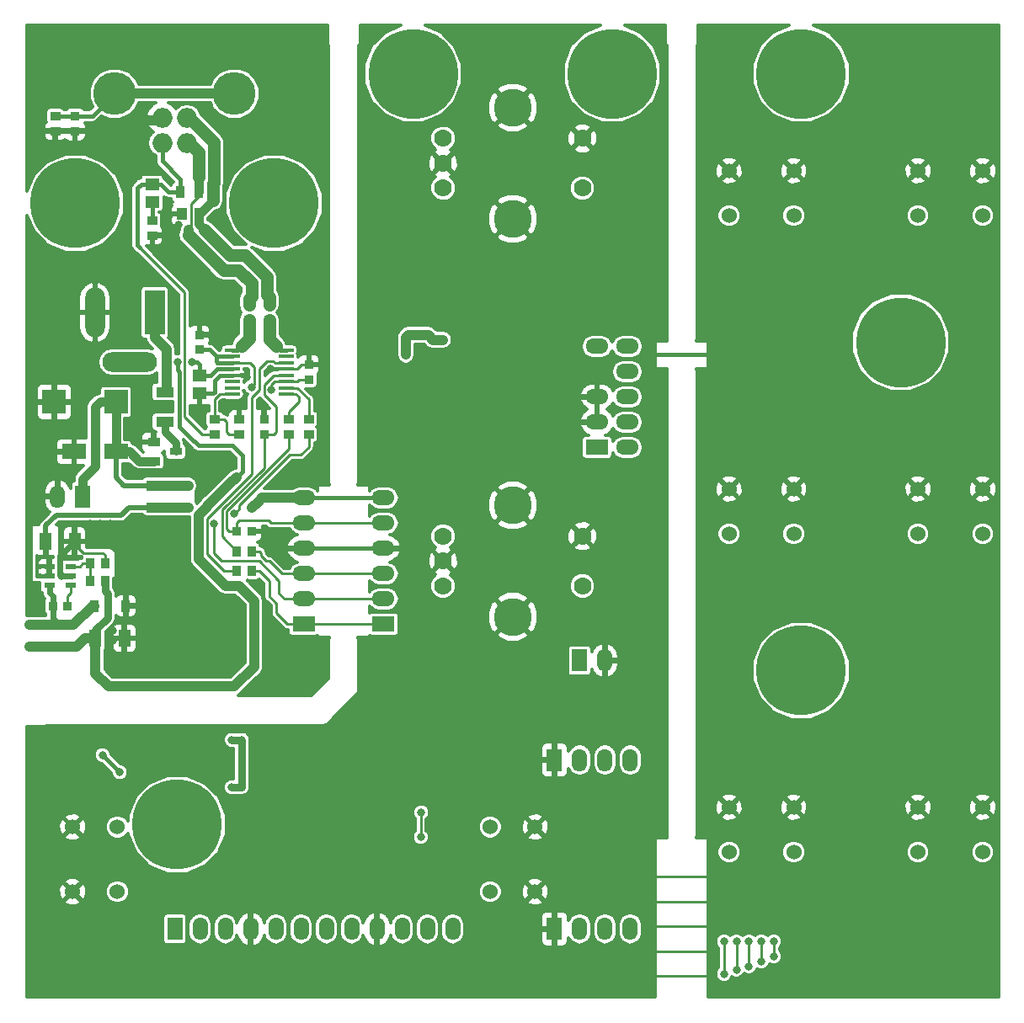
<source format=gtl>
G04 #@! TF.FileFunction,Copper,L1,Top,Signal*
%FSLAX46Y46*%
G04 Gerber Fmt 4.6, Leading zero omitted, Abs format (unit mm)*
G04 Created by KiCad (PCBNEW (2015-11-18 BZR 6323, Git 5ab5a1f)-product) date Thu 19 Nov 2015 11:51:04 PM EST*
%MOMM*%
G01*
G04 APERTURE LIST*
%ADD10C,0.100000*%
%ADD11C,0.800000*%
%ADD12R,2.286000X1.524000*%
%ADD13O,2.286000X1.524000*%
%ADD14R,2.000000X4.500000*%
%ADD15O,2.000000X5.000000*%
%ADD16O,5.500000X2.000000*%
%ADD17R,1.524000X2.286000*%
%ADD18O,1.524000X2.286000*%
%ADD19C,9.000000*%
%ADD20C,1.000000*%
%ADD21R,0.950000X0.900000*%
%ADD22R,0.900000X0.950000*%
%ADD23R,1.450000X1.150000*%
%ADD24R,1.100000X1.300000*%
%ADD25R,0.900000X1.300000*%
%ADD26C,4.300000*%
%ADD27O,2.000000X2.000000*%
%ADD28R,1.300000X0.900000*%
%ADD29R,1.300000X0.800000*%
%ADD30R,1.000000X0.850000*%
%ADD31R,0.850000X1.000000*%
%ADD32R,1.800000X1.050000*%
%ADD33C,1.524000*%
%ADD34C,1.778000*%
%ADD35C,3.810000*%
%ADD36O,1.550000X0.400000*%
%ADD37R,1.200000X1.800000*%
%ADD38R,2.700000X1.000000*%
%ADD39R,1.100000X0.600000*%
%ADD40R,0.900000X1.200000*%
%ADD41R,2.350000X2.450000*%
%ADD42R,2.400000X1.550000*%
%ADD43C,0.400000*%
%ADD44C,0.800000*%
%ADD45C,1.000000*%
%ADD46C,0.250000*%
%ADD47C,0.600000*%
%ADD48C,0.500000*%
%ADD49C,0.900000*%
%ADD50C,1.300000*%
%ADD51C,0.300000*%
G04 APERTURE END LIST*
D10*
D11*
X47000000Y-30000000D03*
X9500000Y-51250000D03*
X10000000Y-52250000D03*
X9500000Y-53250000D03*
X8500000Y-51250000D03*
X9000000Y-52250000D03*
X8500000Y-53250000D03*
X7500000Y-51250000D03*
X8000000Y-52250000D03*
X7500000Y-53250000D03*
X4500000Y-34500000D03*
X3500000Y-35000000D03*
X2500000Y-34500000D03*
X4500000Y-33500000D03*
X3500000Y-34000000D03*
X2500000Y-33500000D03*
X4500000Y-32500000D03*
X3500000Y-33000000D03*
X2500000Y-32500000D03*
X64250000Y-70000000D03*
X62500000Y-46500000D03*
D12*
X58476000Y-43580000D03*
D13*
X58476000Y-41040000D03*
X58476000Y-38500000D03*
X58476000Y-33420000D03*
X61524000Y-43580000D03*
X61524000Y-41040000D03*
X61524000Y-38500000D03*
X61524000Y-35960000D03*
X61524000Y-33420000D03*
D14*
X14000000Y-30000000D03*
D15*
X8000000Y-30000000D03*
D16*
X11500000Y-35000000D03*
D11*
X26600000Y-66800000D03*
X1750000Y-57750000D03*
X4600000Y-56500000D03*
X12500000Y-60500000D03*
X10500000Y-58000000D03*
X11500000Y-58000000D03*
X12500000Y-58500000D03*
X12500000Y-59500000D03*
X12500000Y-61500000D03*
X9750000Y-62000000D03*
X9750000Y-63000000D03*
X11500000Y-61000000D03*
X10500000Y-61000000D03*
X11750000Y-64500000D03*
X10750000Y-64500000D03*
X9750000Y-64250000D03*
X4800000Y-54400000D03*
D17*
X54190000Y-92000000D03*
D18*
X56730000Y-92000000D03*
X59270000Y-92000000D03*
X61810000Y-92000000D03*
D11*
X5000000Y-5000000D03*
X30000000Y-5000000D03*
X25000000Y-12500000D03*
X22000000Y-27750000D03*
X30000000Y-27500000D03*
X20200000Y-46400000D03*
X16500000Y-55000000D03*
X72500000Y-25000000D03*
X72500000Y-40000000D03*
X95000000Y-32500000D03*
X95000000Y-65000000D03*
X90000000Y-10000000D03*
X82500000Y-25000000D03*
X85000000Y-47500000D03*
X82500000Y-57500000D03*
X85000000Y-75000000D03*
X11750000Y-90750000D03*
X50000000Y-92500000D03*
X52500000Y-5000000D03*
X47500000Y-5000000D03*
X44500000Y-30000000D03*
X45000000Y-40000000D03*
X45000000Y-45000000D03*
X62500000Y-12500000D03*
X62500000Y-17500000D03*
X62500000Y-22500000D03*
D19*
X79000000Y-6000000D03*
D20*
X79000000Y-3000000D03*
X81600000Y-4500000D03*
X81600000Y-7500000D03*
X79000000Y-9000000D03*
X76400000Y-7500000D03*
X76400000Y-4500000D03*
D19*
X89000000Y-33000000D03*
D20*
X89000000Y-30000000D03*
X91600000Y-31500000D03*
X91600000Y-34500000D03*
X89000000Y-36000000D03*
X86400000Y-34500000D03*
X86400000Y-31500000D03*
D19*
X79000000Y-66000000D03*
D20*
X79000000Y-63000000D03*
X81600000Y-64500000D03*
X81600000Y-67500000D03*
X79000000Y-69000000D03*
X76400000Y-67500000D03*
X76400000Y-64500000D03*
D19*
X89000000Y-94000000D03*
D20*
X89000000Y-91000000D03*
X91600000Y-92500000D03*
X91600000Y-95500000D03*
X89000000Y-97000000D03*
X86400000Y-95500000D03*
X86400000Y-92500000D03*
D19*
X60000000Y-6000000D03*
D20*
X60000000Y-3000000D03*
X62600000Y-4500000D03*
X62600000Y-7500000D03*
X60000000Y-9000000D03*
X57400000Y-7500000D03*
X57400000Y-4500000D03*
D19*
X40000000Y-6000000D03*
D20*
X40000000Y-3000000D03*
X42600000Y-4500000D03*
X42600000Y-7500000D03*
X40000000Y-9000000D03*
X37400000Y-7500000D03*
X37400000Y-4500000D03*
D19*
X60000000Y-84500000D03*
D20*
X60000000Y-81500000D03*
X62600000Y-83000000D03*
X62600000Y-86000000D03*
X60000000Y-87500000D03*
X57400000Y-86000000D03*
X57400000Y-83000000D03*
D19*
X16250000Y-81500000D03*
D20*
X16250000Y-78500000D03*
X18850000Y-80000000D03*
X18850000Y-83000000D03*
X16250000Y-84500000D03*
X13650000Y-83000000D03*
X13650000Y-80000000D03*
D21*
X6000000Y-10250000D03*
X6000000Y-11750000D03*
X18500000Y-33750000D03*
X18500000Y-32250000D03*
X29500000Y-36750000D03*
X29500000Y-35250000D03*
D22*
X22250000Y-52000000D03*
X23750000Y-52000000D03*
D21*
X25000000Y-42250000D03*
X25000000Y-40750000D03*
D23*
X18500000Y-36350000D03*
X18500000Y-38150000D03*
D24*
X16750000Y-20100000D03*
D25*
X18450000Y-20100000D03*
X18450000Y-17900000D03*
X16550000Y-17900000D03*
D26*
X22020000Y-8000000D03*
X9980000Y-8000000D03*
D27*
X14750000Y-12960000D03*
X17250000Y-12960000D03*
X17250000Y-10460000D03*
X14750000Y-10460000D03*
D28*
X13900000Y-43050000D03*
X13900000Y-44950000D03*
D29*
X16100000Y-44000000D03*
D30*
X4000000Y-10250000D03*
X4000000Y-11750000D03*
X20000000Y-42250000D03*
X20000000Y-40750000D03*
X22500000Y-42250000D03*
X22500000Y-40750000D03*
X23500000Y-30750000D03*
X23500000Y-29250000D03*
X25500000Y-30750000D03*
X25500000Y-29250000D03*
X27500000Y-42250000D03*
X27500000Y-40750000D03*
D31*
X23750000Y-54000000D03*
X22250000Y-54000000D03*
D32*
X15000000Y-41000000D03*
X15000000Y-38000000D03*
D33*
X71748800Y-84250440D03*
X78251200Y-84250440D03*
X71748800Y-79749560D03*
X78251200Y-79749560D03*
X90748800Y-84250440D03*
X97251200Y-84250440D03*
X90748800Y-79749560D03*
X97251200Y-79749560D03*
X71748800Y-52250440D03*
X78251200Y-52250440D03*
X71748800Y-47749560D03*
X78251200Y-47749560D03*
X71748800Y-20250440D03*
X78251200Y-20250440D03*
X71748800Y-15749560D03*
X78251200Y-15749560D03*
X90748800Y-20250440D03*
X97251200Y-20250440D03*
X90748800Y-15749560D03*
X97251200Y-15749560D03*
D34*
X42999760Y-15000000D03*
X42999760Y-17499360D03*
X42999760Y-12500640D03*
X57000240Y-17499360D03*
X57000240Y-12500640D03*
D35*
X50000000Y-20600700D03*
X50000000Y-9399300D03*
D34*
X42999760Y-55000000D03*
X42999760Y-57499360D03*
X42999760Y-52500640D03*
X57000240Y-57499360D03*
X57000240Y-52500640D03*
D35*
X50000000Y-60600700D03*
X50000000Y-49399300D03*
D33*
X47749560Y-81748800D03*
X47749560Y-88251200D03*
X52250440Y-81748800D03*
X52250440Y-88251200D03*
D36*
X27200000Y-38205000D03*
X27200000Y-37575000D03*
X27200000Y-36945000D03*
X27200000Y-36315000D03*
X27200000Y-35685000D03*
X27200000Y-35055000D03*
X27200000Y-34425000D03*
X27200000Y-33795000D03*
X21800000Y-33795000D03*
X21800000Y-34425000D03*
X21800000Y-35055000D03*
X21800000Y-35685000D03*
X21800000Y-36315000D03*
X21800000Y-36945000D03*
X21800000Y-37575000D03*
X21800000Y-38205000D03*
D17*
X16030000Y-92000000D03*
D18*
X18570000Y-92000000D03*
X21110000Y-92000000D03*
X23650000Y-92000000D03*
X26190000Y-92000000D03*
X28730000Y-92000000D03*
X31270000Y-92000000D03*
X33810000Y-92000000D03*
X36350000Y-92000000D03*
X38890000Y-92000000D03*
X41430000Y-92000000D03*
X43970000Y-92000000D03*
D19*
X6000000Y-19000000D03*
D20*
X6000000Y-16000000D03*
X8600000Y-17500000D03*
X8600000Y-20500000D03*
X6000000Y-22000000D03*
X3400000Y-20500000D03*
X3400000Y-17500000D03*
D19*
X26000000Y-19000000D03*
D20*
X26000000Y-16000000D03*
X28600000Y-17500000D03*
X28600000Y-20500000D03*
X26000000Y-22000000D03*
X23400000Y-20500000D03*
X23400000Y-17500000D03*
D19*
X18000000Y-62000000D03*
D20*
X18000000Y-59000000D03*
X20600000Y-60500000D03*
X20600000Y-63500000D03*
X18000000Y-65000000D03*
X15400000Y-63500000D03*
X15400000Y-60500000D03*
D31*
X23750000Y-56000000D03*
X22250000Y-56000000D03*
D30*
X29500000Y-42250000D03*
X29500000Y-40750000D03*
D17*
X54190000Y-75000000D03*
D18*
X56730000Y-75000000D03*
X59270000Y-75000000D03*
X61810000Y-75000000D03*
D12*
X37000000Y-61350000D03*
D13*
X37000000Y-58810000D03*
X37000000Y-56270000D03*
X37000000Y-53730000D03*
X37000000Y-51190000D03*
X37000000Y-48650000D03*
D12*
X29000000Y-61350000D03*
D13*
X29000000Y-58810000D03*
X29000000Y-56270000D03*
X29000000Y-53730000D03*
X29000000Y-51190000D03*
X29000000Y-48650000D03*
D33*
X90748800Y-52250440D03*
X97251200Y-52250440D03*
X90748800Y-47749560D03*
X97251200Y-47749560D03*
X10250440Y-88251200D03*
X10250440Y-81748800D03*
X5749560Y-88251200D03*
X5749560Y-81748800D03*
D37*
X3050000Y-53000000D03*
X5950000Y-53000000D03*
D22*
X3750000Y-59500000D03*
X5250000Y-59500000D03*
D37*
X8050000Y-62750000D03*
X10950000Y-62750000D03*
D38*
X14500000Y-49600000D03*
X14500000Y-47400000D03*
X4500000Y-63600000D03*
X4500000Y-61400000D03*
D31*
X9000000Y-57000000D03*
X7500000Y-57000000D03*
X7500000Y-55250000D03*
X9000000Y-55250000D03*
D39*
X5600000Y-57450000D03*
X5600000Y-55550000D03*
X5600000Y-56500000D03*
X3400000Y-55550000D03*
X3400000Y-57450000D03*
X3400000Y-56500000D03*
D17*
X6770000Y-48500000D03*
D18*
X4230000Y-48500000D03*
D40*
X7900000Y-59500000D03*
X11100000Y-59500000D03*
D41*
X10100000Y-39000000D03*
X3900000Y-39000000D03*
D42*
X10100000Y-44000000D03*
X5900000Y-44000000D03*
D23*
X13750000Y-17100000D03*
X13750000Y-18900000D03*
D30*
X13750000Y-22250000D03*
X13750000Y-20750000D03*
D17*
X56730000Y-65000000D03*
D18*
X59270000Y-65000000D03*
D11*
X21750000Y-72974920D03*
X22750000Y-72974920D03*
X22750004Y-77750000D03*
X21750000Y-77750006D03*
X16274990Y-35000000D03*
X17725010Y-35000000D03*
X24400000Y-49000000D03*
X23800000Y-49600000D03*
X22200000Y-46600000D03*
X21600000Y-47200000D03*
X43000000Y-32750000D03*
X42000000Y-32750000D03*
X39250000Y-33250000D03*
X39250000Y-34250000D03*
X12500000Y-43000000D03*
X23000000Y-84250000D03*
X43750000Y-78750000D03*
X23000000Y-78750000D03*
X31750000Y-81750000D03*
X36000000Y-84000000D03*
X31737333Y-83737333D03*
X25000000Y-52000000D03*
X5500000Y-74750000D03*
X8500000Y-79000000D03*
X36750000Y-73000000D03*
X49250000Y-87500000D03*
X45500000Y-66750000D03*
X13500000Y-88000000D03*
X22500000Y-39500000D03*
X71500000Y-89000000D03*
X35250000Y-87250000D03*
X18500000Y-39500000D03*
X43250000Y-37250000D03*
X23250000Y-36500000D03*
X16416121Y-21208061D03*
X25000000Y-39500000D03*
X4000000Y-13000000D03*
X73250000Y-86000000D03*
X77263479Y-86263479D03*
X15500000Y-21250000D03*
X43000000Y-84500000D03*
X44000000Y-84500000D03*
X42000000Y-84500000D03*
X50000000Y-67750000D03*
X25642848Y-35651465D03*
X6000000Y-13000000D03*
X52500000Y-67750000D03*
X15500000Y-20250000D03*
X15500000Y-19250000D03*
X19750000Y-32500000D03*
X48750000Y-72024990D03*
X8750000Y-74500000D03*
X10475931Y-76225931D03*
X72500000Y-93274990D03*
X72500000Y-96075039D03*
X75000000Y-93250000D03*
X75000000Y-95250000D03*
X76250000Y-93250000D03*
X76249982Y-94750000D03*
X71250000Y-96525048D03*
X71250000Y-93250000D03*
X25725010Y-37750000D03*
X23750000Y-37500000D03*
X73750000Y-95750000D03*
X73737420Y-93249998D03*
X19975010Y-51205585D03*
X22012660Y-50262660D03*
X40750000Y-82750000D03*
X40800000Y-80274988D03*
D43*
X16474990Y-35974990D02*
X16474990Y-41474990D01*
X17500000Y-42500000D02*
X18400000Y-43400000D01*
X16474990Y-41474990D02*
X17500000Y-42500000D01*
X16274990Y-35000000D02*
X16274990Y-35774990D01*
X16274990Y-35774990D02*
X16474990Y-35974990D01*
X22800000Y-44400000D02*
X22800000Y-46000000D01*
X18400000Y-43400000D02*
X21800000Y-43400000D01*
X21800000Y-43400000D02*
X22800000Y-44400000D01*
X22800000Y-46000000D02*
X22200000Y-46600000D01*
D44*
X22750000Y-72974920D02*
X22750000Y-77749996D01*
X22750000Y-77749996D02*
X22750004Y-77750000D01*
X21750000Y-72974920D02*
X22750000Y-72974920D01*
X22749998Y-77750006D02*
X22750004Y-77750000D01*
X21750000Y-77750006D02*
X22749998Y-77750006D01*
D45*
X8050000Y-62750000D02*
X8050000Y-66300000D01*
X8050000Y-66300000D02*
X9350000Y-67600000D01*
X22500000Y-57500000D02*
X21100000Y-57500000D01*
X9350000Y-67600000D02*
X22000000Y-67600000D01*
X19300000Y-49510440D02*
X19300000Y-49500000D01*
X22000000Y-67600000D02*
X24000000Y-65600000D01*
X24000000Y-65600000D02*
X24000000Y-59000000D01*
X19300000Y-49500000D02*
X21600000Y-47200000D01*
X24000000Y-59000000D02*
X22500000Y-57500000D01*
X18424990Y-54824990D02*
X18424990Y-50385450D01*
X21100000Y-57500000D02*
X18424990Y-54824990D01*
X18424990Y-50385450D02*
X19300000Y-49510440D01*
D43*
X18250000Y-35000000D02*
X17725010Y-35000000D01*
X18500000Y-35250000D02*
X18250000Y-35000000D01*
X18500000Y-36350000D02*
X18500000Y-35250000D01*
D45*
X29000000Y-48650000D02*
X24750000Y-48650000D01*
X24750000Y-48650000D02*
X24400000Y-49000000D01*
X23800000Y-49600000D02*
X24400000Y-49000000D01*
X21600000Y-47200000D02*
X22200000Y-46600000D01*
X4500000Y-63600000D02*
X1400000Y-63600000D01*
D44*
X9250000Y-58250000D02*
X9000000Y-58000000D01*
X9000000Y-58000000D02*
X9000000Y-57000000D01*
X9250000Y-60750000D02*
X9250000Y-58250000D01*
X8050000Y-61950000D02*
X9250000Y-60750000D01*
X8050000Y-62750000D02*
X8050000Y-61950000D01*
D46*
X8050000Y-62450000D02*
X8050000Y-62750000D01*
D45*
X6150000Y-63600000D02*
X7000000Y-62750000D01*
X7000000Y-62750000D02*
X8050000Y-62750000D01*
X4500000Y-63600000D02*
X6150000Y-63600000D01*
D43*
X20315000Y-35685000D02*
X19650000Y-36350000D01*
X19650000Y-36350000D02*
X18500000Y-36350000D01*
X21800000Y-35685000D02*
X20315000Y-35685000D01*
D45*
X42000000Y-32750000D02*
X43000000Y-32750000D01*
X39500000Y-32250000D02*
X41500000Y-32250000D01*
X41500000Y-32250000D02*
X42000000Y-32750000D01*
X39250000Y-32500000D02*
X39500000Y-32250000D01*
X39250000Y-34250000D02*
X39250000Y-32500000D01*
D43*
X29000000Y-48650000D02*
X37000000Y-48650000D01*
D46*
X13900000Y-43050000D02*
X12550000Y-43050000D01*
X12550000Y-43050000D02*
X12500000Y-43000000D01*
X23750000Y-52000000D02*
X25000000Y-52000000D01*
X64000000Y-89250000D02*
X64000000Y-91750000D01*
X64000000Y-86750000D02*
X64000000Y-89250000D01*
X64000000Y-89250000D02*
X69750000Y-89250000D01*
X64000000Y-91750000D02*
X64000000Y-94250000D01*
X64000000Y-91750000D02*
X69750000Y-91750000D01*
X64000000Y-94250000D02*
X64000000Y-96500000D01*
X64000000Y-94250000D02*
X69750000Y-94250000D01*
X64250000Y-96750000D02*
X70000000Y-96750000D01*
X64000000Y-96500000D02*
X64250000Y-96750000D01*
X64000000Y-86750000D02*
X70250000Y-86750000D01*
X62250000Y-86750000D02*
X64000000Y-86750000D01*
X60000000Y-84500000D02*
X62250000Y-86750000D01*
D43*
X71750000Y-34250000D02*
X63750000Y-34250000D01*
X72500000Y-35000000D02*
X71750000Y-34250000D01*
X72500000Y-40000000D02*
X72500000Y-35000000D01*
D47*
X58730000Y-41040000D02*
X56790000Y-41040000D01*
X58730000Y-38500000D02*
X56750000Y-38500000D01*
D46*
X6800000Y-54200000D02*
X5950000Y-53350000D01*
X5950000Y-53350000D02*
X5950000Y-53000000D01*
X8800000Y-54200000D02*
X6800000Y-54200000D01*
X9000000Y-54400000D02*
X8800000Y-54200000D01*
X9000000Y-55250000D02*
X9000000Y-54400000D01*
X9000000Y-55250000D02*
X9000000Y-55000000D01*
D47*
X4500000Y-56250000D02*
X4500000Y-54450000D01*
X4500000Y-54450000D02*
X5950000Y-53000000D01*
X4750000Y-56500000D02*
X4500000Y-56250000D01*
X5600000Y-56500000D02*
X4750000Y-56500000D01*
D46*
X22500000Y-40750000D02*
X22500000Y-39500000D01*
D45*
X14750000Y-10710000D02*
X13040000Y-10710000D01*
D43*
X18500000Y-38150000D02*
X18500000Y-39500000D01*
X20000000Y-38000000D02*
X19850000Y-38150000D01*
X19850000Y-38150000D02*
X18500000Y-38150000D01*
X20000000Y-36848542D02*
X20000000Y-38000000D01*
X20533542Y-36315000D02*
X20000000Y-36848542D01*
X21800000Y-36315000D02*
X20533542Y-36315000D01*
D46*
X28315000Y-35685000D02*
X28750000Y-35250000D01*
X25000000Y-40750000D02*
X25000000Y-39500000D01*
X23065000Y-36315000D02*
X23250000Y-36500000D01*
D43*
X15650000Y-20100000D02*
X15500000Y-20250000D01*
D46*
X21800000Y-36315000D02*
X23065000Y-36315000D01*
D43*
X16750000Y-20100000D02*
X15650000Y-20100000D01*
X19500000Y-32250000D02*
X19750000Y-32500000D01*
X15500000Y-20250000D02*
X15500000Y-21250000D01*
D46*
X27200000Y-35685000D02*
X25676383Y-35685000D01*
D43*
X29000000Y-53730000D02*
X37000000Y-53730000D01*
X15500000Y-20250000D02*
X15500000Y-19250000D01*
X16374182Y-21250000D02*
X16416121Y-21208061D01*
X18500000Y-32250000D02*
X19500000Y-32250000D01*
X6000000Y-11750000D02*
X6000000Y-13000000D01*
D46*
X28750000Y-35250000D02*
X29500000Y-35250000D01*
X25676383Y-35685000D02*
X25642848Y-35651465D01*
D43*
X15500000Y-21250000D02*
X16374182Y-21250000D01*
D46*
X27200000Y-35685000D02*
X28315000Y-35685000D01*
D43*
X4000000Y-11750000D02*
X4000000Y-13000000D01*
X10475931Y-76225931D02*
X8750000Y-74500000D01*
X12250000Y-23250000D02*
X12500000Y-23500000D01*
X12250000Y-17500000D02*
X12250000Y-23250000D01*
X12650000Y-17100000D02*
X12250000Y-17500000D01*
X13750000Y-17100000D02*
X12650000Y-17100000D01*
X15400000Y-17900000D02*
X14600000Y-17100000D01*
X14600000Y-17100000D02*
X13750000Y-17100000D01*
X16550000Y-17900000D02*
X15400000Y-17900000D01*
D46*
X17000000Y-28000000D02*
X17000000Y-40500000D01*
X18750000Y-42250000D02*
X20000000Y-42250000D01*
X12500000Y-23500000D02*
X17000000Y-28000000D01*
X17000000Y-40500000D02*
X18750000Y-42250000D01*
D43*
X14750000Y-14775000D02*
X16550000Y-16575000D01*
X16550000Y-16575000D02*
X16550000Y-17900000D01*
X14750000Y-12710000D02*
X14750000Y-14775000D01*
D46*
X72500000Y-96075039D02*
X72500000Y-93274990D01*
X75000000Y-95250000D02*
X75000000Y-93250000D01*
X76249982Y-94750000D02*
X76249982Y-93250018D01*
X76249982Y-93250018D02*
X76250000Y-93250000D01*
X71250000Y-93250000D02*
X71250000Y-96525048D01*
D43*
X20305000Y-35055000D02*
X20175000Y-34925000D01*
X20175000Y-34925000D02*
X20175000Y-34425000D01*
X21800000Y-35055000D02*
X20305000Y-35055000D01*
X20175000Y-34425000D02*
X19500000Y-33750000D01*
X19500000Y-33750000D02*
X18500000Y-33750000D01*
X21800000Y-34425000D02*
X20175000Y-34425000D01*
D46*
X25725010Y-37274990D02*
X26055000Y-36945000D01*
X26055000Y-36945000D02*
X27200000Y-36945000D01*
X25725010Y-37750000D02*
X25725010Y-37274990D01*
X24000000Y-35500000D02*
X24000000Y-37250000D01*
X24000000Y-37250000D02*
X23750000Y-37500000D01*
X23555000Y-35055000D02*
X24000000Y-35500000D01*
X21800000Y-35055000D02*
X23555000Y-35055000D01*
X28305000Y-36945000D02*
X28500000Y-36750000D01*
X28500000Y-36750000D02*
X29500000Y-36750000D01*
X27200000Y-36945000D02*
X28305000Y-36945000D01*
X73737420Y-93249998D02*
X73737420Y-95737420D01*
X73737420Y-95737420D02*
X73750000Y-95750000D01*
D48*
X10900000Y-47400000D02*
X10100000Y-46600000D01*
X10100000Y-46600000D02*
X10100000Y-44000000D01*
X14500000Y-47400000D02*
X10900000Y-47400000D01*
D49*
X8000000Y-45500000D02*
X6770000Y-46730000D01*
X6770000Y-46730000D02*
X6770000Y-48500000D01*
X8000000Y-39500000D02*
X8000000Y-45500000D01*
X8500000Y-39000000D02*
X8000000Y-39500000D01*
X10100000Y-39000000D02*
X8500000Y-39000000D01*
X10100000Y-44000000D02*
X10100000Y-39000000D01*
X12450000Y-44950000D02*
X11500000Y-44000000D01*
X11500000Y-44000000D02*
X10100000Y-44000000D01*
X13900000Y-44950000D02*
X12450000Y-44950000D01*
D45*
X14500000Y-47400000D02*
X17400000Y-47400000D01*
D46*
X22250000Y-52000000D02*
X22250000Y-51165000D01*
X22250000Y-51165000D02*
X22500000Y-50915000D01*
X22500000Y-50915000D02*
X25415000Y-50915000D01*
X25415000Y-50915000D02*
X25690000Y-51190000D01*
X25690000Y-51190000D02*
X29000000Y-51190000D01*
X21250000Y-51750000D02*
X21250000Y-50000000D01*
X22250000Y-52000000D02*
X21500000Y-52000000D01*
X21500000Y-52000000D02*
X21250000Y-51750000D01*
X21250000Y-50000000D02*
X27500000Y-43750000D01*
X27500000Y-43750000D02*
X27500000Y-42250000D01*
X29000000Y-51190000D02*
X37000000Y-51190000D01*
D48*
X3050000Y-53000000D02*
X3050000Y-51450000D01*
X4100000Y-50400000D02*
X10600001Y-50399999D01*
X3050000Y-51450000D02*
X4100000Y-50400000D01*
X10600001Y-50399999D02*
X11400000Y-49600000D01*
X11400000Y-49600000D02*
X14500000Y-49600000D01*
D45*
X14500000Y-49600000D02*
X17400000Y-49600000D01*
X4500000Y-61400000D02*
X1400000Y-61400000D01*
X5850000Y-61400000D02*
X7750000Y-59500000D01*
X7750000Y-59500000D02*
X7900000Y-59500000D01*
X4500000Y-61400000D02*
X5850000Y-61400000D01*
D47*
X4400000Y-61400000D02*
X3750000Y-60750000D01*
X3750000Y-60750000D02*
X3750000Y-59500000D01*
X4500000Y-61400000D02*
X4400000Y-61400000D01*
X3400000Y-58150000D02*
X3750000Y-58500000D01*
X3750000Y-58500000D02*
X3750000Y-59500000D01*
X3400000Y-57450000D02*
X3400000Y-58150000D01*
D50*
X19850000Y-18770002D02*
X19850000Y-17071334D01*
X19850000Y-17071334D02*
X19950010Y-16971324D01*
X19950010Y-12922008D02*
X17738002Y-10710000D01*
X19950010Y-16971324D02*
X19950010Y-12922008D01*
X17738002Y-10710000D02*
X17250000Y-10710000D01*
D49*
X18450000Y-20100000D02*
X18520002Y-20100000D01*
X18520002Y-20100000D02*
X19850000Y-18770002D01*
X18450000Y-20100000D02*
X18450000Y-21139340D01*
X18450000Y-21139340D02*
X19030330Y-21719670D01*
D50*
X21560660Y-24250000D02*
X19030330Y-21719670D01*
X25500000Y-29250000D02*
X25500000Y-28500000D01*
X25500000Y-28500000D02*
X25250000Y-28250000D01*
X25250000Y-28250000D02*
X25250000Y-26439340D01*
X25250000Y-26439340D02*
X23060660Y-24250000D01*
X23060660Y-24250000D02*
X21560660Y-24250000D01*
X23749990Y-28350010D02*
X23500000Y-28600000D01*
X23500000Y-28600000D02*
X23500000Y-29250000D01*
X23749990Y-27060664D02*
X23749990Y-28350010D01*
X22439335Y-25750009D02*
X23749990Y-27060664D01*
X20939335Y-25750009D02*
X22439335Y-25750009D01*
X17400000Y-22210660D02*
X17400000Y-22210674D01*
X17400000Y-22210674D02*
X20939335Y-25750009D01*
D46*
X18450000Y-18300000D02*
X17650000Y-19100000D01*
X17650000Y-19100000D02*
X17650000Y-21275000D01*
X17650000Y-21275000D02*
X17400000Y-21525000D01*
X17400000Y-21525000D02*
X17400000Y-21700000D01*
D45*
X17400000Y-21700000D02*
X17400000Y-22210660D01*
D50*
X18450000Y-16350000D02*
X18450000Y-13910000D01*
X18450000Y-13910000D02*
X17250000Y-12710000D01*
D49*
X18450000Y-17900000D02*
X18450000Y-16350000D01*
D46*
X18450000Y-17900000D02*
X18450000Y-18300000D01*
X23750000Y-56000000D02*
X24500000Y-56000000D01*
X24500000Y-56000000D02*
X25500000Y-57000000D01*
X25500000Y-57000000D02*
X25500000Y-58500000D01*
X25500000Y-58500000D02*
X26250000Y-59250000D01*
X26250000Y-59250000D02*
X26250000Y-60250000D01*
X26250000Y-60250000D02*
X27350000Y-61350000D01*
X27350000Y-61350000D02*
X29000000Y-61350000D01*
X37000000Y-61350000D02*
X29000000Y-61350000D01*
X22012660Y-50262660D02*
X22500000Y-49775320D01*
X22500000Y-49775320D02*
X22500000Y-49386410D01*
X22500000Y-49386410D02*
X27564341Y-44322069D01*
X27564341Y-44322069D02*
X28677931Y-44322069D01*
X28677931Y-44322069D02*
X29500000Y-43500000D01*
X29500000Y-43500000D02*
X29500000Y-42250000D01*
X26500000Y-58250000D02*
X27060000Y-58810000D01*
X27060000Y-58810000D02*
X29000000Y-58810000D01*
X26500000Y-56959412D02*
X26500000Y-58250000D01*
X20750000Y-55000000D02*
X24540588Y-55000000D01*
X24540588Y-55000000D02*
X26500000Y-56959412D01*
X19975010Y-54225010D02*
X20750000Y-55000000D01*
X19975010Y-51205585D02*
X19975010Y-54225010D01*
X29000000Y-58810000D02*
X37000000Y-58810000D01*
X24676998Y-54500000D02*
X25176998Y-55000000D01*
X24500000Y-54000000D02*
X24676998Y-54176998D01*
X24676998Y-54176998D02*
X24676998Y-54500000D01*
X23750000Y-54000000D02*
X24500000Y-54000000D01*
X25176998Y-55000000D02*
X25500000Y-55000000D01*
X26770000Y-56270000D02*
X25500000Y-55000000D01*
X29000000Y-56270000D02*
X26770000Y-56270000D01*
X29000000Y-56270000D02*
X37000000Y-56270000D01*
X21500000Y-42250000D02*
X22500000Y-42250000D01*
X21250000Y-42000000D02*
X21500000Y-42250000D01*
X21250000Y-41000000D02*
X21250000Y-42000000D01*
X21000000Y-40750000D02*
X21250000Y-41000000D01*
X20000000Y-40750000D02*
X21000000Y-40750000D01*
X20545000Y-38205000D02*
X20000000Y-38750000D01*
X20000000Y-38750000D02*
X20000000Y-40750000D01*
X21800000Y-38205000D02*
X20545000Y-38205000D01*
D43*
X21800000Y-33795000D02*
X22305000Y-33795000D01*
X22305000Y-33795000D02*
X22750000Y-33350000D01*
D50*
X23500000Y-30750000D02*
X23500000Y-32600000D01*
X23500000Y-32600000D02*
X22750000Y-33350000D01*
D43*
X27200000Y-33795000D02*
X26610082Y-33795000D01*
X26610082Y-33795000D02*
X26190072Y-33374990D01*
D50*
X25500000Y-30750000D02*
X25500000Y-32684918D01*
X25500000Y-32684918D02*
X26190072Y-33374990D01*
D46*
X40750000Y-82750000D02*
X40750000Y-80324988D01*
X40750000Y-80324988D02*
X40800000Y-80274988D01*
X6450000Y-55550000D02*
X6750000Y-55250000D01*
X6750000Y-55250000D02*
X7500000Y-55250000D01*
X5600000Y-55550000D02*
X6450000Y-55550000D01*
X7500000Y-55250000D02*
X7500000Y-57000000D01*
D44*
X16100000Y-43100000D02*
X15000000Y-42000000D01*
X15000000Y-42000000D02*
X15000000Y-41000000D01*
X16100000Y-44000000D02*
X16100000Y-43100000D01*
D46*
X20799991Y-52549991D02*
X22250000Y-54000000D01*
X25000000Y-45613590D02*
X20799991Y-49813599D01*
X20799991Y-49813599D02*
X20799991Y-52549991D01*
X25000000Y-42250000D02*
X25000000Y-45613590D01*
X27200000Y-36315000D02*
X25935000Y-36315000D01*
X25935000Y-36315000D02*
X25000000Y-37250000D01*
X25000000Y-37250000D02*
X25000000Y-38250000D01*
X25000000Y-38250000D02*
X26250000Y-39500000D01*
X26250000Y-39500000D02*
X26250000Y-42000000D01*
X26250000Y-42000000D02*
X26000000Y-42250000D01*
X26000000Y-42250000D02*
X25000000Y-42250000D01*
D43*
X13750000Y-18900000D02*
X13750000Y-20750000D01*
D45*
X9980000Y-8000000D02*
X22020000Y-8000000D01*
D43*
X6000000Y-10250000D02*
X7730000Y-10250000D01*
X7730000Y-10250000D02*
X9980000Y-8000000D01*
X4000000Y-10250000D02*
X6000000Y-10250000D01*
D46*
X5250000Y-58500000D02*
X5600000Y-58150000D01*
X5600000Y-58150000D02*
X5600000Y-57450000D01*
X5250000Y-59500000D02*
X5250000Y-58500000D01*
D45*
X14000000Y-32500000D02*
X15174989Y-33674989D01*
X15174989Y-33674989D02*
X15174989Y-37825011D01*
X15174989Y-37825011D02*
X15000000Y-38000000D01*
X14000000Y-30000000D02*
X14000000Y-32500000D01*
D46*
X28500000Y-39000000D02*
X27500000Y-40000000D01*
X27500000Y-40000000D02*
X27500000Y-40750000D01*
X28500000Y-38500000D02*
X28500000Y-39000000D01*
X28205000Y-38205000D02*
X28500000Y-38500000D01*
X27200000Y-38205000D02*
X28205000Y-38205000D01*
X28325000Y-37575000D02*
X29500000Y-38750000D01*
X29500000Y-38750000D02*
X29500000Y-40750000D01*
X27200000Y-37575000D02*
X28325000Y-37575000D01*
X27200000Y-35055000D02*
X26055000Y-35055000D01*
X26055000Y-35055000D02*
X25926464Y-34926464D01*
X25926464Y-34926464D02*
X25294847Y-34926464D01*
X25294847Y-34926464D02*
X24549990Y-35671321D01*
X19250000Y-50727180D02*
X19250000Y-54250000D01*
X24549990Y-35671321D02*
X24549990Y-37773012D01*
X24549990Y-37773012D02*
X23750000Y-38573002D01*
X23750000Y-38573002D02*
X23750000Y-46227180D01*
X23750000Y-46227180D02*
X19250000Y-50727180D01*
X19250000Y-54250000D02*
X21000000Y-56000000D01*
X21000000Y-56000000D02*
X22250000Y-56000000D01*
D51*
G36*
X37199713Y-1801148D02*
X35806041Y-3192389D01*
X35050861Y-5011065D01*
X35049143Y-6980296D01*
X35801148Y-8800287D01*
X37192389Y-10193959D01*
X39011065Y-10949139D01*
X40980296Y-10950857D01*
X42800287Y-10198852D01*
X44110556Y-8890868D01*
X47436727Y-8890868D01*
X47437275Y-9910492D01*
X47826412Y-10849953D01*
X48196523Y-11055699D01*
X49852922Y-9399300D01*
X50147078Y-9399300D01*
X51803477Y-11055699D01*
X52173588Y-10849953D01*
X52563273Y-9907732D01*
X52562725Y-8888108D01*
X52173588Y-7948647D01*
X51803477Y-7742901D01*
X50147078Y-9399300D01*
X49852922Y-9399300D01*
X48196523Y-7742901D01*
X47826412Y-7948647D01*
X47436727Y-8890868D01*
X44110556Y-8890868D01*
X44193959Y-8807611D01*
X44697137Y-7595823D01*
X48343601Y-7595823D01*
X50000000Y-9252222D01*
X51656399Y-7595823D01*
X51450653Y-7225712D01*
X50508432Y-6836027D01*
X49488808Y-6836575D01*
X48549347Y-7225712D01*
X48343601Y-7595823D01*
X44697137Y-7595823D01*
X44949139Y-6988935D01*
X44950857Y-5019704D01*
X44198852Y-3199713D01*
X42807611Y-1806041D01*
X41227688Y-1150000D01*
X58775611Y-1150000D01*
X57199713Y-1801148D01*
X55806041Y-3192389D01*
X55050861Y-5011065D01*
X55049143Y-6980296D01*
X55801148Y-8800287D01*
X57192389Y-10193959D01*
X59011065Y-10949139D01*
X60980296Y-10950857D01*
X62800287Y-10198852D01*
X64193959Y-8807611D01*
X64949139Y-6988935D01*
X64950857Y-5019704D01*
X64198852Y-3199713D01*
X62807611Y-1806041D01*
X61227688Y-1150000D01*
X65350000Y-1150000D01*
X65350000Y-3000000D01*
X65360258Y-3054519D01*
X65392479Y-3104591D01*
X65441642Y-3138182D01*
X65475000Y-3144937D01*
X65475000Y-32500000D01*
X65485088Y-32550716D01*
X65485088Y-32602422D01*
X65534334Y-32850000D01*
X64500000Y-32850000D01*
X64445481Y-32860258D01*
X64395409Y-32892479D01*
X64361818Y-32941642D01*
X64350000Y-33000000D01*
X64350000Y-35500000D01*
X64360258Y-35554519D01*
X64392479Y-35604591D01*
X64441642Y-35638182D01*
X64500000Y-35650000D01*
X65534334Y-35650000D01*
X65485088Y-35897578D01*
X65485088Y-35949284D01*
X65475000Y-36000000D01*
X65475000Y-82500000D01*
X65485088Y-82550716D01*
X65485088Y-82602422D01*
X65534334Y-82850000D01*
X64500000Y-82850000D01*
X64445481Y-82860258D01*
X64395409Y-82892479D01*
X64361818Y-82941642D01*
X64350000Y-83000000D01*
X64350000Y-98850000D01*
X1150000Y-98850000D01*
X1150000Y-90857000D01*
X14809184Y-90857000D01*
X14809184Y-93143000D01*
X14840562Y-93309760D01*
X14939117Y-93462919D01*
X15089495Y-93565668D01*
X15268000Y-93601816D01*
X16792000Y-93601816D01*
X16958760Y-93570438D01*
X17111919Y-93471883D01*
X17214668Y-93321505D01*
X17250816Y-93143000D01*
X17250816Y-91587791D01*
X17358000Y-91587791D01*
X17358000Y-92412209D01*
X17450258Y-92876021D01*
X17712987Y-93269222D01*
X18106188Y-93531951D01*
X18570000Y-93624209D01*
X19033812Y-93531951D01*
X19427013Y-93269222D01*
X19689742Y-92876021D01*
X19782000Y-92412209D01*
X19782000Y-91587791D01*
X19898000Y-91587791D01*
X19898000Y-92412209D01*
X19990258Y-92876021D01*
X20252987Y-93269222D01*
X20646188Y-93531951D01*
X21110000Y-93624209D01*
X21573812Y-93531951D01*
X21967013Y-93269222D01*
X22229742Y-92876021D01*
X22275064Y-92648172D01*
X22377890Y-93020494D01*
X22719447Y-93458631D01*
X23202673Y-93732708D01*
X23325740Y-93763481D01*
X23546000Y-93632185D01*
X23546000Y-92104000D01*
X23526000Y-92104000D01*
X23526000Y-91896000D01*
X23546000Y-91896000D01*
X23546000Y-90367815D01*
X23754000Y-90367815D01*
X23754000Y-91896000D01*
X23774000Y-91896000D01*
X23774000Y-92104000D01*
X23754000Y-92104000D01*
X23754000Y-93632185D01*
X23974260Y-93763481D01*
X24097327Y-93732708D01*
X24580553Y-93458631D01*
X24922110Y-93020494D01*
X25024936Y-92648172D01*
X25070258Y-92876021D01*
X25332987Y-93269222D01*
X25726188Y-93531951D01*
X26190000Y-93624209D01*
X26653812Y-93531951D01*
X27047013Y-93269222D01*
X27309742Y-92876021D01*
X27402000Y-92412209D01*
X27402000Y-91587791D01*
X27518000Y-91587791D01*
X27518000Y-92412209D01*
X27610258Y-92876021D01*
X27872987Y-93269222D01*
X28266188Y-93531951D01*
X28730000Y-93624209D01*
X29193812Y-93531951D01*
X29587013Y-93269222D01*
X29849742Y-92876021D01*
X29942000Y-92412209D01*
X29942000Y-91587791D01*
X30058000Y-91587791D01*
X30058000Y-92412209D01*
X30150258Y-92876021D01*
X30412987Y-93269222D01*
X30806188Y-93531951D01*
X31270000Y-93624209D01*
X31733812Y-93531951D01*
X32127013Y-93269222D01*
X32389742Y-92876021D01*
X32482000Y-92412209D01*
X32482000Y-91587791D01*
X32598000Y-91587791D01*
X32598000Y-92412209D01*
X32690258Y-92876021D01*
X32952987Y-93269222D01*
X33346188Y-93531951D01*
X33810000Y-93624209D01*
X34273812Y-93531951D01*
X34667013Y-93269222D01*
X34929742Y-92876021D01*
X34975064Y-92648172D01*
X35077890Y-93020494D01*
X35419447Y-93458631D01*
X35902673Y-93732708D01*
X36025740Y-93763481D01*
X36246000Y-93632185D01*
X36246000Y-92104000D01*
X36226000Y-92104000D01*
X36226000Y-91896000D01*
X36246000Y-91896000D01*
X36246000Y-90367815D01*
X36454000Y-90367815D01*
X36454000Y-91896000D01*
X36474000Y-91896000D01*
X36474000Y-92104000D01*
X36454000Y-92104000D01*
X36454000Y-93632185D01*
X36674260Y-93763481D01*
X36797327Y-93732708D01*
X37280553Y-93458631D01*
X37622110Y-93020494D01*
X37724936Y-92648172D01*
X37770258Y-92876021D01*
X38032987Y-93269222D01*
X38426188Y-93531951D01*
X38890000Y-93624209D01*
X39353812Y-93531951D01*
X39747013Y-93269222D01*
X40009742Y-92876021D01*
X40102000Y-92412209D01*
X40102000Y-91587791D01*
X40218000Y-91587791D01*
X40218000Y-92412209D01*
X40310258Y-92876021D01*
X40572987Y-93269222D01*
X40966188Y-93531951D01*
X41430000Y-93624209D01*
X41893812Y-93531951D01*
X42287013Y-93269222D01*
X42549742Y-92876021D01*
X42642000Y-92412209D01*
X42642000Y-91587791D01*
X42758000Y-91587791D01*
X42758000Y-92412209D01*
X42850258Y-92876021D01*
X43112987Y-93269222D01*
X43506188Y-93531951D01*
X43970000Y-93624209D01*
X44433812Y-93531951D01*
X44827013Y-93269222D01*
X45089742Y-92876021D01*
X45182000Y-92412209D01*
X45182000Y-92268500D01*
X52770000Y-92268500D01*
X52770000Y-93273885D01*
X52870175Y-93515727D01*
X53055273Y-93700826D01*
X53297116Y-93801000D01*
X53921500Y-93801000D01*
X54086000Y-93636500D01*
X54086000Y-92104000D01*
X52934500Y-92104000D01*
X52770000Y-92268500D01*
X45182000Y-92268500D01*
X45182000Y-91587791D01*
X45089742Y-91123979D01*
X44827013Y-90730778D01*
X44820035Y-90726115D01*
X52770000Y-90726115D01*
X52770000Y-91731500D01*
X52934500Y-91896000D01*
X54086000Y-91896000D01*
X54086000Y-90363500D01*
X54294000Y-90363500D01*
X54294000Y-91896000D01*
X54314000Y-91896000D01*
X54314000Y-92104000D01*
X54294000Y-92104000D01*
X54294000Y-93636500D01*
X54458500Y-93801000D01*
X55082884Y-93801000D01*
X55324727Y-93700826D01*
X55509825Y-93515727D01*
X55610000Y-93273885D01*
X55610000Y-92874724D01*
X55610258Y-92876021D01*
X55872987Y-93269222D01*
X56266188Y-93531951D01*
X56730000Y-93624209D01*
X57193812Y-93531951D01*
X57587013Y-93269222D01*
X57849742Y-92876021D01*
X57942000Y-92412209D01*
X57942000Y-91587791D01*
X58058000Y-91587791D01*
X58058000Y-92412209D01*
X58150258Y-92876021D01*
X58412987Y-93269222D01*
X58806188Y-93531951D01*
X59270000Y-93624209D01*
X59733812Y-93531951D01*
X60127013Y-93269222D01*
X60389742Y-92876021D01*
X60482000Y-92412209D01*
X60482000Y-91587791D01*
X60598000Y-91587791D01*
X60598000Y-92412209D01*
X60690258Y-92876021D01*
X60952987Y-93269222D01*
X61346188Y-93531951D01*
X61810000Y-93624209D01*
X62273812Y-93531951D01*
X62667013Y-93269222D01*
X62929742Y-92876021D01*
X63022000Y-92412209D01*
X63022000Y-91587791D01*
X62929742Y-91123979D01*
X62667013Y-90730778D01*
X62273812Y-90468049D01*
X61810000Y-90375791D01*
X61346188Y-90468049D01*
X60952987Y-90730778D01*
X60690258Y-91123979D01*
X60598000Y-91587791D01*
X60482000Y-91587791D01*
X60389742Y-91123979D01*
X60127013Y-90730778D01*
X59733812Y-90468049D01*
X59270000Y-90375791D01*
X58806188Y-90468049D01*
X58412987Y-90730778D01*
X58150258Y-91123979D01*
X58058000Y-91587791D01*
X57942000Y-91587791D01*
X57849742Y-91123979D01*
X57587013Y-90730778D01*
X57193812Y-90468049D01*
X56730000Y-90375791D01*
X56266188Y-90468049D01*
X55872987Y-90730778D01*
X55610258Y-91123979D01*
X55610000Y-91125276D01*
X55610000Y-90726115D01*
X55509825Y-90484273D01*
X55324727Y-90299174D01*
X55082884Y-90199000D01*
X54458500Y-90199000D01*
X54294000Y-90363500D01*
X54086000Y-90363500D01*
X53921500Y-90199000D01*
X53297116Y-90199000D01*
X53055273Y-90299174D01*
X52870175Y-90484273D01*
X52770000Y-90726115D01*
X44820035Y-90726115D01*
X44433812Y-90468049D01*
X43970000Y-90375791D01*
X43506188Y-90468049D01*
X43112987Y-90730778D01*
X42850258Y-91123979D01*
X42758000Y-91587791D01*
X42642000Y-91587791D01*
X42549742Y-91123979D01*
X42287013Y-90730778D01*
X41893812Y-90468049D01*
X41430000Y-90375791D01*
X40966188Y-90468049D01*
X40572987Y-90730778D01*
X40310258Y-91123979D01*
X40218000Y-91587791D01*
X40102000Y-91587791D01*
X40009742Y-91123979D01*
X39747013Y-90730778D01*
X39353812Y-90468049D01*
X38890000Y-90375791D01*
X38426188Y-90468049D01*
X38032987Y-90730778D01*
X37770258Y-91123979D01*
X37724936Y-91351828D01*
X37622110Y-90979506D01*
X37280553Y-90541369D01*
X36797327Y-90267292D01*
X36674260Y-90236519D01*
X36454000Y-90367815D01*
X36246000Y-90367815D01*
X36025740Y-90236519D01*
X35902673Y-90267292D01*
X35419447Y-90541369D01*
X35077890Y-90979506D01*
X34975064Y-91351828D01*
X34929742Y-91123979D01*
X34667013Y-90730778D01*
X34273812Y-90468049D01*
X33810000Y-90375791D01*
X33346188Y-90468049D01*
X32952987Y-90730778D01*
X32690258Y-91123979D01*
X32598000Y-91587791D01*
X32482000Y-91587791D01*
X32389742Y-91123979D01*
X32127013Y-90730778D01*
X31733812Y-90468049D01*
X31270000Y-90375791D01*
X30806188Y-90468049D01*
X30412987Y-90730778D01*
X30150258Y-91123979D01*
X30058000Y-91587791D01*
X29942000Y-91587791D01*
X29849742Y-91123979D01*
X29587013Y-90730778D01*
X29193812Y-90468049D01*
X28730000Y-90375791D01*
X28266188Y-90468049D01*
X27872987Y-90730778D01*
X27610258Y-91123979D01*
X27518000Y-91587791D01*
X27402000Y-91587791D01*
X27309742Y-91123979D01*
X27047013Y-90730778D01*
X26653812Y-90468049D01*
X26190000Y-90375791D01*
X25726188Y-90468049D01*
X25332987Y-90730778D01*
X25070258Y-91123979D01*
X25024936Y-91351828D01*
X24922110Y-90979506D01*
X24580553Y-90541369D01*
X24097327Y-90267292D01*
X23974260Y-90236519D01*
X23754000Y-90367815D01*
X23546000Y-90367815D01*
X23325740Y-90236519D01*
X23202673Y-90267292D01*
X22719447Y-90541369D01*
X22377890Y-90979506D01*
X22275064Y-91351828D01*
X22229742Y-91123979D01*
X21967013Y-90730778D01*
X21573812Y-90468049D01*
X21110000Y-90375791D01*
X20646188Y-90468049D01*
X20252987Y-90730778D01*
X19990258Y-91123979D01*
X19898000Y-91587791D01*
X19782000Y-91587791D01*
X19689742Y-91123979D01*
X19427013Y-90730778D01*
X19033812Y-90468049D01*
X18570000Y-90375791D01*
X18106188Y-90468049D01*
X17712987Y-90730778D01*
X17450258Y-91123979D01*
X17358000Y-91587791D01*
X17250816Y-91587791D01*
X17250816Y-90857000D01*
X17219438Y-90690240D01*
X17120883Y-90537081D01*
X16970505Y-90434332D01*
X16792000Y-90398184D01*
X15268000Y-90398184D01*
X15101240Y-90429562D01*
X14948081Y-90528117D01*
X14845332Y-90678495D01*
X14809184Y-90857000D01*
X1150000Y-90857000D01*
X1150000Y-89229198D01*
X4918640Y-89229198D01*
X4984889Y-89480614D01*
X5513573Y-89679658D01*
X6078183Y-89661231D01*
X6514231Y-89480614D01*
X6580480Y-89229198D01*
X5749560Y-88398278D01*
X4918640Y-89229198D01*
X1150000Y-89229198D01*
X1150000Y-88015213D01*
X4321102Y-88015213D01*
X4339529Y-88579823D01*
X4520146Y-89015871D01*
X4771562Y-89082120D01*
X5602482Y-88251200D01*
X5896638Y-88251200D01*
X6727558Y-89082120D01*
X6978974Y-89015871D01*
X7176498Y-88491224D01*
X9038231Y-88491224D01*
X9222358Y-88936846D01*
X9563001Y-89278084D01*
X10008301Y-89462989D01*
X10490464Y-89463409D01*
X10936086Y-89279282D01*
X11277324Y-88938639D01*
X11462229Y-88493339D01*
X11462230Y-88491224D01*
X46537351Y-88491224D01*
X46721478Y-88936846D01*
X47062121Y-89278084D01*
X47507421Y-89462989D01*
X47989584Y-89463409D01*
X48435206Y-89279282D01*
X48485377Y-89229198D01*
X51419520Y-89229198D01*
X51485769Y-89480614D01*
X52014453Y-89679658D01*
X52579063Y-89661231D01*
X53015111Y-89480614D01*
X53081360Y-89229198D01*
X52250440Y-88398278D01*
X51419520Y-89229198D01*
X48485377Y-89229198D01*
X48776444Y-88938639D01*
X48961349Y-88493339D01*
X48961765Y-88015213D01*
X50821982Y-88015213D01*
X50840409Y-88579823D01*
X51021026Y-89015871D01*
X51272442Y-89082120D01*
X52103362Y-88251200D01*
X52397518Y-88251200D01*
X53228438Y-89082120D01*
X53479854Y-89015871D01*
X53678898Y-88487187D01*
X53672408Y-88288319D01*
X59358760Y-88288319D01*
X59392845Y-88512613D01*
X59826572Y-88667880D01*
X60286702Y-88645349D01*
X60607155Y-88512613D01*
X60641240Y-88288319D01*
X60000000Y-87647078D01*
X59358760Y-88288319D01*
X53672408Y-88288319D01*
X53660471Y-87922577D01*
X53479854Y-87486529D01*
X53228438Y-87420280D01*
X52397518Y-88251200D01*
X52103362Y-88251200D01*
X51272442Y-87420280D01*
X51021026Y-87486529D01*
X50821982Y-88015213D01*
X48961765Y-88015213D01*
X48961769Y-88011176D01*
X48777642Y-87565554D01*
X48485800Y-87273202D01*
X51419520Y-87273202D01*
X52250440Y-88104122D01*
X53027990Y-87326572D01*
X58832120Y-87326572D01*
X58854651Y-87786702D01*
X58987387Y-88107155D01*
X59211681Y-88141240D01*
X59852922Y-87500000D01*
X60147078Y-87500000D01*
X60788319Y-88141240D01*
X61012613Y-88107155D01*
X61167880Y-87673428D01*
X61145349Y-87213298D01*
X61012613Y-86892845D01*
X60788319Y-86858760D01*
X60147078Y-87500000D01*
X59852922Y-87500000D01*
X59211681Y-86858760D01*
X58987387Y-86892845D01*
X58832120Y-87326572D01*
X53027990Y-87326572D01*
X53081360Y-87273202D01*
X53015111Y-87021786D01*
X52486427Y-86822742D01*
X51921817Y-86841169D01*
X51485769Y-87021786D01*
X51419520Y-87273202D01*
X48485800Y-87273202D01*
X48436999Y-87224316D01*
X47991699Y-87039411D01*
X47509536Y-87038991D01*
X47063914Y-87223118D01*
X46722676Y-87563761D01*
X46537771Y-88009061D01*
X46537351Y-88491224D01*
X11462230Y-88491224D01*
X11462649Y-88011176D01*
X11278522Y-87565554D01*
X10937879Y-87224316D01*
X10492579Y-87039411D01*
X10010416Y-87038991D01*
X9564794Y-87223118D01*
X9223556Y-87563761D01*
X9038651Y-88009061D01*
X9038231Y-88491224D01*
X7176498Y-88491224D01*
X7178018Y-88487187D01*
X7159591Y-87922577D01*
X6978974Y-87486529D01*
X6727558Y-87420280D01*
X5896638Y-88251200D01*
X5602482Y-88251200D01*
X4771562Y-87420280D01*
X4520146Y-87486529D01*
X4321102Y-88015213D01*
X1150000Y-88015213D01*
X1150000Y-87273202D01*
X4918640Y-87273202D01*
X5749560Y-88104122D01*
X6580480Y-87273202D01*
X6514231Y-87021786D01*
X5985547Y-86822742D01*
X5420937Y-86841169D01*
X4984889Y-87021786D01*
X4918640Y-87273202D01*
X1150000Y-87273202D01*
X1150000Y-86788319D01*
X56758760Y-86788319D01*
X56792845Y-87012613D01*
X57226572Y-87167880D01*
X57686702Y-87145349D01*
X58007155Y-87012613D01*
X58041240Y-86788319D01*
X57964603Y-86711681D01*
X59358760Y-86711681D01*
X60000000Y-87352922D01*
X60564602Y-86788319D01*
X61958760Y-86788319D01*
X61992845Y-87012613D01*
X62426572Y-87167880D01*
X62886702Y-87145349D01*
X63207155Y-87012613D01*
X63241240Y-86788319D01*
X62600000Y-86147078D01*
X61958760Y-86788319D01*
X60564602Y-86788319D01*
X60641240Y-86711681D01*
X60607155Y-86487387D01*
X60173428Y-86332120D01*
X59713298Y-86354651D01*
X59392845Y-86487387D01*
X59358760Y-86711681D01*
X57964603Y-86711681D01*
X57400000Y-86147078D01*
X56758760Y-86788319D01*
X1150000Y-86788319D01*
X1150000Y-82726798D01*
X4918640Y-82726798D01*
X4984889Y-82978214D01*
X5513573Y-83177258D01*
X6078183Y-83158831D01*
X6514231Y-82978214D01*
X6580480Y-82726798D01*
X5749560Y-81895878D01*
X4918640Y-82726798D01*
X1150000Y-82726798D01*
X1150000Y-81512813D01*
X4321102Y-81512813D01*
X4339529Y-82077423D01*
X4520146Y-82513471D01*
X4771562Y-82579720D01*
X5602482Y-81748800D01*
X5896638Y-81748800D01*
X6727558Y-82579720D01*
X6978974Y-82513471D01*
X7176498Y-81988824D01*
X9038231Y-81988824D01*
X9222358Y-82434446D01*
X9563001Y-82775684D01*
X10008301Y-82960589D01*
X10490464Y-82961009D01*
X10936086Y-82776882D01*
X11277324Y-82436239D01*
X11299227Y-82383490D01*
X11299143Y-82480296D01*
X12051148Y-84300287D01*
X13442389Y-85693959D01*
X15261065Y-86449139D01*
X17230296Y-86450857D01*
X18741181Y-85826572D01*
X56232120Y-85826572D01*
X56254651Y-86286702D01*
X56387387Y-86607155D01*
X56611681Y-86641240D01*
X57252922Y-86000000D01*
X57547078Y-86000000D01*
X58188319Y-86641240D01*
X58412613Y-86607155D01*
X58567880Y-86173428D01*
X58550896Y-85826572D01*
X61432120Y-85826572D01*
X61454651Y-86286702D01*
X61587387Y-86607155D01*
X61811681Y-86641240D01*
X62452922Y-86000000D01*
X62747078Y-86000000D01*
X63388319Y-86641240D01*
X63612613Y-86607155D01*
X63767880Y-86173428D01*
X63745349Y-85713298D01*
X63612613Y-85392845D01*
X63388319Y-85358760D01*
X62747078Y-86000000D01*
X62452922Y-86000000D01*
X61811681Y-85358760D01*
X61587387Y-85392845D01*
X61432120Y-85826572D01*
X58550896Y-85826572D01*
X58545349Y-85713298D01*
X58412613Y-85392845D01*
X58188319Y-85358760D01*
X57547078Y-86000000D01*
X57252922Y-86000000D01*
X56611681Y-85358760D01*
X56387387Y-85392845D01*
X56232120Y-85826572D01*
X18741181Y-85826572D01*
X19050287Y-85698852D01*
X19538309Y-85211681D01*
X56758760Y-85211681D01*
X57400000Y-85852922D01*
X58041240Y-85211681D01*
X61958760Y-85211681D01*
X62600000Y-85852922D01*
X63241240Y-85211681D01*
X63207155Y-84987387D01*
X62773428Y-84832120D01*
X62313298Y-84854651D01*
X61992845Y-84987387D01*
X61958760Y-85211681D01*
X58041240Y-85211681D01*
X58007155Y-84987387D01*
X57573428Y-84832120D01*
X57113298Y-84854651D01*
X56792845Y-84987387D01*
X56758760Y-85211681D01*
X19538309Y-85211681D01*
X20443959Y-84307611D01*
X20659587Y-83788319D01*
X56758760Y-83788319D01*
X56792845Y-84012613D01*
X57226572Y-84167880D01*
X57686702Y-84145349D01*
X58007155Y-84012613D01*
X58041240Y-83788319D01*
X61958760Y-83788319D01*
X61992845Y-84012613D01*
X62426572Y-84167880D01*
X62886702Y-84145349D01*
X63207155Y-84012613D01*
X63241240Y-83788319D01*
X62600000Y-83147078D01*
X61958760Y-83788319D01*
X58041240Y-83788319D01*
X57400000Y-83147078D01*
X56758760Y-83788319D01*
X20659587Y-83788319D01*
X21020837Y-82918334D01*
X39899853Y-82918334D01*
X40028985Y-83230857D01*
X40267885Y-83470174D01*
X40580183Y-83599852D01*
X40918334Y-83600147D01*
X41230857Y-83471015D01*
X41470174Y-83232115D01*
X41599852Y-82919817D01*
X41600147Y-82581666D01*
X41471015Y-82269143D01*
X41325000Y-82122873D01*
X41325000Y-81988824D01*
X46537351Y-81988824D01*
X46721478Y-82434446D01*
X47062121Y-82775684D01*
X47507421Y-82960589D01*
X47989584Y-82961009D01*
X48435206Y-82776882D01*
X48485377Y-82726798D01*
X51419520Y-82726798D01*
X51485769Y-82978214D01*
X52014453Y-83177258D01*
X52579063Y-83158831D01*
X53015111Y-82978214D01*
X53055069Y-82826572D01*
X56232120Y-82826572D01*
X56254651Y-83286702D01*
X56387387Y-83607155D01*
X56611681Y-83641240D01*
X57252922Y-83000000D01*
X57547078Y-83000000D01*
X58188319Y-83641240D01*
X58412613Y-83607155D01*
X58567880Y-83173428D01*
X58550896Y-82826572D01*
X61432120Y-82826572D01*
X61454651Y-83286702D01*
X61587387Y-83607155D01*
X61811681Y-83641240D01*
X62452922Y-83000000D01*
X62747078Y-83000000D01*
X63388319Y-83641240D01*
X63612613Y-83607155D01*
X63767880Y-83173428D01*
X63745349Y-82713298D01*
X63612613Y-82392845D01*
X63388319Y-82358760D01*
X62747078Y-83000000D01*
X62452922Y-83000000D01*
X61811681Y-82358760D01*
X61587387Y-82392845D01*
X61432120Y-82826572D01*
X58550896Y-82826572D01*
X58545349Y-82713298D01*
X58412613Y-82392845D01*
X58188319Y-82358760D01*
X57547078Y-83000000D01*
X57252922Y-83000000D01*
X56611681Y-82358760D01*
X56387387Y-82392845D01*
X56232120Y-82826572D01*
X53055069Y-82826572D01*
X53081360Y-82726798D01*
X52250440Y-81895878D01*
X51419520Y-82726798D01*
X48485377Y-82726798D01*
X48776444Y-82436239D01*
X48961349Y-81990939D01*
X48961765Y-81512813D01*
X50821982Y-81512813D01*
X50840409Y-82077423D01*
X51021026Y-82513471D01*
X51272442Y-82579720D01*
X52103362Y-81748800D01*
X52397518Y-81748800D01*
X53228438Y-82579720D01*
X53479854Y-82513471D01*
X53593474Y-82211681D01*
X56758760Y-82211681D01*
X57400000Y-82852922D01*
X57964602Y-82288319D01*
X59358760Y-82288319D01*
X59392845Y-82512613D01*
X59826572Y-82667880D01*
X60286702Y-82645349D01*
X60607155Y-82512613D01*
X60641240Y-82288319D01*
X60564603Y-82211681D01*
X61958760Y-82211681D01*
X62600000Y-82852922D01*
X63241240Y-82211681D01*
X63207155Y-81987387D01*
X62773428Y-81832120D01*
X62313298Y-81854651D01*
X61992845Y-81987387D01*
X61958760Y-82211681D01*
X60564603Y-82211681D01*
X60000000Y-81647078D01*
X59358760Y-82288319D01*
X57964602Y-82288319D01*
X58041240Y-82211681D01*
X58007155Y-81987387D01*
X57573428Y-81832120D01*
X57113298Y-81854651D01*
X56792845Y-81987387D01*
X56758760Y-82211681D01*
X53593474Y-82211681D01*
X53678898Y-81984787D01*
X53660471Y-81420177D01*
X53621699Y-81326572D01*
X58832120Y-81326572D01*
X58854651Y-81786702D01*
X58987387Y-82107155D01*
X59211681Y-82141240D01*
X59852922Y-81500000D01*
X60147078Y-81500000D01*
X60788319Y-82141240D01*
X61012613Y-82107155D01*
X61167880Y-81673428D01*
X61145349Y-81213298D01*
X61012613Y-80892845D01*
X60788319Y-80858760D01*
X60147078Y-81500000D01*
X59852922Y-81500000D01*
X59211681Y-80858760D01*
X58987387Y-80892845D01*
X58832120Y-81326572D01*
X53621699Y-81326572D01*
X53479854Y-80984129D01*
X53228438Y-80917880D01*
X52397518Y-81748800D01*
X52103362Y-81748800D01*
X51272442Y-80917880D01*
X51021026Y-80984129D01*
X50821982Y-81512813D01*
X48961765Y-81512813D01*
X48961769Y-81508776D01*
X48777642Y-81063154D01*
X48485800Y-80770802D01*
X51419520Y-80770802D01*
X52250440Y-81601722D01*
X53081360Y-80770802D01*
X53065782Y-80711681D01*
X59358760Y-80711681D01*
X60000000Y-81352922D01*
X60641240Y-80711681D01*
X60607155Y-80487387D01*
X60173428Y-80332120D01*
X59713298Y-80354651D01*
X59392845Y-80487387D01*
X59358760Y-80711681D01*
X53065782Y-80711681D01*
X53015111Y-80519386D01*
X52486427Y-80320342D01*
X51921817Y-80338769D01*
X51485769Y-80519386D01*
X51419520Y-80770802D01*
X48485800Y-80770802D01*
X48436999Y-80721916D01*
X47991699Y-80537011D01*
X47509536Y-80536591D01*
X47063914Y-80720718D01*
X46722676Y-81061361D01*
X46537771Y-81506661D01*
X46537351Y-81988824D01*
X41325000Y-81988824D01*
X41325000Y-80951937D01*
X41520174Y-80757103D01*
X41649852Y-80444805D01*
X41650147Y-80106654D01*
X41521015Y-79794131D01*
X41282115Y-79554814D01*
X40969817Y-79425136D01*
X40631666Y-79424841D01*
X40319143Y-79553973D01*
X40079826Y-79792873D01*
X39950148Y-80105171D01*
X39949853Y-80443322D01*
X40078985Y-80755845D01*
X40175000Y-80852028D01*
X40175000Y-82122964D01*
X40029826Y-82267885D01*
X39900148Y-82580183D01*
X39899853Y-82918334D01*
X21020837Y-82918334D01*
X21199139Y-82488935D01*
X21200857Y-80519704D01*
X20448852Y-78699713D01*
X19057611Y-77306041D01*
X17238935Y-76550861D01*
X15269704Y-76549143D01*
X13449713Y-77301148D01*
X12056041Y-78692389D01*
X11300861Y-80511065D01*
X11300333Y-81115941D01*
X11278522Y-81063154D01*
X10937879Y-80721916D01*
X10492579Y-80537011D01*
X10010416Y-80536591D01*
X9564794Y-80720718D01*
X9223556Y-81061361D01*
X9038651Y-81506661D01*
X9038231Y-81988824D01*
X7176498Y-81988824D01*
X7178018Y-81984787D01*
X7159591Y-81420177D01*
X6978974Y-80984129D01*
X6727558Y-80917880D01*
X5896638Y-81748800D01*
X5602482Y-81748800D01*
X4771562Y-80917880D01*
X4520146Y-80984129D01*
X4321102Y-81512813D01*
X1150000Y-81512813D01*
X1150000Y-80770802D01*
X4918640Y-80770802D01*
X5749560Y-81601722D01*
X6580480Y-80770802D01*
X6514231Y-80519386D01*
X5985547Y-80320342D01*
X5420937Y-80338769D01*
X4984889Y-80519386D01*
X4918640Y-80770802D01*
X1150000Y-80770802D01*
X1150000Y-74668334D01*
X7899853Y-74668334D01*
X8028985Y-74980857D01*
X8267885Y-75220174D01*
X8580183Y-75349852D01*
X8680702Y-75349940D01*
X9625871Y-76295109D01*
X9625784Y-76394265D01*
X9754916Y-76706788D01*
X9993816Y-76946105D01*
X10306114Y-77075783D01*
X10644265Y-77076078D01*
X10956788Y-76946946D01*
X11196105Y-76708046D01*
X11325783Y-76395748D01*
X11326078Y-76057597D01*
X11196946Y-75745074D01*
X10958046Y-75505757D01*
X10645748Y-75376079D01*
X10545229Y-75375991D01*
X9600060Y-74430822D01*
X9600147Y-74331666D01*
X9471015Y-74019143D01*
X9232115Y-73779826D01*
X8919817Y-73650148D01*
X8581666Y-73649853D01*
X8269143Y-73778985D01*
X8029826Y-74017885D01*
X7900148Y-74330183D01*
X7899853Y-74668334D01*
X1150000Y-74668334D01*
X1150000Y-73143254D01*
X20899853Y-73143254D01*
X21028985Y-73455777D01*
X21148958Y-73575959D01*
X21148959Y-73575961D01*
X21148961Y-73575962D01*
X21267885Y-73695094D01*
X21424717Y-73760217D01*
X21424719Y-73760218D01*
X21424722Y-73760219D01*
X21580183Y-73824772D01*
X21900000Y-73825051D01*
X21900000Y-76900006D01*
X21750168Y-76900006D01*
X21581666Y-76899859D01*
X21424720Y-76964708D01*
X21424719Y-76964708D01*
X21424718Y-76964709D01*
X21269143Y-77028991D01*
X21148961Y-77148964D01*
X21148959Y-77148965D01*
X21148958Y-77148967D01*
X21029826Y-77267891D01*
X20964703Y-77424723D01*
X20964702Y-77424725D01*
X20964701Y-77424728D01*
X20900148Y-77580189D01*
X20899853Y-77918340D01*
X21028985Y-78230863D01*
X21148958Y-78351045D01*
X21148959Y-78351047D01*
X21148961Y-78351048D01*
X21267885Y-78470180D01*
X21424717Y-78535303D01*
X21424719Y-78535304D01*
X21424722Y-78535305D01*
X21580183Y-78599858D01*
X21918334Y-78600153D01*
X21918690Y-78600006D01*
X22749998Y-78600006D01*
X22750027Y-78600000D01*
X22918338Y-78600147D01*
X23075261Y-78535307D01*
X23075279Y-78535304D01*
X23075294Y-78535294D01*
X23230861Y-78471015D01*
X23351037Y-78351048D01*
X23351039Y-78351047D01*
X23351045Y-78351041D01*
X23351048Y-78351037D01*
X23470178Y-78232115D01*
X23535301Y-78075283D01*
X23535302Y-78075281D01*
X23535303Y-78075277D01*
X23599856Y-77919817D01*
X23600004Y-77750004D01*
X23600005Y-77750000D01*
X23600004Y-77749996D01*
X23600151Y-77581666D01*
X23600000Y-77581301D01*
X23600000Y-75268500D01*
X52770000Y-75268500D01*
X52770000Y-76273885D01*
X52870175Y-76515727D01*
X53055273Y-76700826D01*
X53297116Y-76801000D01*
X53921500Y-76801000D01*
X54086000Y-76636500D01*
X54086000Y-75104000D01*
X52934500Y-75104000D01*
X52770000Y-75268500D01*
X23600000Y-75268500D01*
X23600000Y-73726115D01*
X52770000Y-73726115D01*
X52770000Y-74731500D01*
X52934500Y-74896000D01*
X54086000Y-74896000D01*
X54086000Y-73363500D01*
X54294000Y-73363500D01*
X54294000Y-74896000D01*
X54314000Y-74896000D01*
X54314000Y-75104000D01*
X54294000Y-75104000D01*
X54294000Y-76636500D01*
X54458500Y-76801000D01*
X55082884Y-76801000D01*
X55324727Y-76700826D01*
X55509825Y-76515727D01*
X55610000Y-76273885D01*
X55610000Y-75874724D01*
X55610258Y-75876021D01*
X55872987Y-76269222D01*
X56266188Y-76531951D01*
X56730000Y-76624209D01*
X57193812Y-76531951D01*
X57587013Y-76269222D01*
X57849742Y-75876021D01*
X57942000Y-75412209D01*
X57942000Y-74587791D01*
X58058000Y-74587791D01*
X58058000Y-75412209D01*
X58150258Y-75876021D01*
X58412987Y-76269222D01*
X58806188Y-76531951D01*
X59270000Y-76624209D01*
X59733812Y-76531951D01*
X60127013Y-76269222D01*
X60389742Y-75876021D01*
X60482000Y-75412209D01*
X60482000Y-74587791D01*
X60598000Y-74587791D01*
X60598000Y-75412209D01*
X60690258Y-75876021D01*
X60952987Y-76269222D01*
X61346188Y-76531951D01*
X61810000Y-76624209D01*
X62273812Y-76531951D01*
X62667013Y-76269222D01*
X62929742Y-75876021D01*
X63022000Y-75412209D01*
X63022000Y-74587791D01*
X62929742Y-74123979D01*
X62667013Y-73730778D01*
X62273812Y-73468049D01*
X61810000Y-73375791D01*
X61346188Y-73468049D01*
X60952987Y-73730778D01*
X60690258Y-74123979D01*
X60598000Y-74587791D01*
X60482000Y-74587791D01*
X60389742Y-74123979D01*
X60127013Y-73730778D01*
X59733812Y-73468049D01*
X59270000Y-73375791D01*
X58806188Y-73468049D01*
X58412987Y-73730778D01*
X58150258Y-74123979D01*
X58058000Y-74587791D01*
X57942000Y-74587791D01*
X57849742Y-74123979D01*
X57587013Y-73730778D01*
X57193812Y-73468049D01*
X56730000Y-73375791D01*
X56266188Y-73468049D01*
X55872987Y-73730778D01*
X55610258Y-74123979D01*
X55610000Y-74125276D01*
X55610000Y-73726115D01*
X55509825Y-73484273D01*
X55324727Y-73299174D01*
X55082884Y-73199000D01*
X54458500Y-73199000D01*
X54294000Y-73363500D01*
X54086000Y-73363500D01*
X53921500Y-73199000D01*
X53297116Y-73199000D01*
X53055273Y-73299174D01*
X52870175Y-73484273D01*
X52770000Y-73726115D01*
X23600000Y-73726115D01*
X23600000Y-72974920D01*
X23600147Y-72806586D01*
X23471015Y-72494063D01*
X23351042Y-72373881D01*
X23351041Y-72373879D01*
X23351039Y-72373878D01*
X23232115Y-72254746D01*
X23075283Y-72189623D01*
X23075281Y-72189622D01*
X23075278Y-72189621D01*
X22919817Y-72125068D01*
X22581666Y-72124773D01*
X22581310Y-72124920D01*
X21750168Y-72124920D01*
X21581666Y-72124773D01*
X21424720Y-72189622D01*
X21424719Y-72189622D01*
X21424718Y-72189623D01*
X21269143Y-72253905D01*
X21148961Y-72373878D01*
X21148959Y-72373879D01*
X21148958Y-72373881D01*
X21029826Y-72492805D01*
X20964703Y-72649637D01*
X20964702Y-72649639D01*
X20964701Y-72649642D01*
X20900148Y-72805103D01*
X20899853Y-73143254D01*
X1150000Y-73143254D01*
X1150000Y-71650000D01*
X3000000Y-71650000D01*
X3054519Y-71639742D01*
X3104591Y-71607521D01*
X3138182Y-71558358D01*
X3144937Y-71525000D01*
X31000000Y-71525000D01*
X31200909Y-71485037D01*
X31371231Y-71371231D01*
X34371231Y-68371231D01*
X34485037Y-68200909D01*
X34525000Y-68000000D01*
X34525000Y-63857000D01*
X55509184Y-63857000D01*
X55509184Y-66143000D01*
X55540562Y-66309760D01*
X55639117Y-66462919D01*
X55789495Y-66565668D01*
X55968000Y-66601816D01*
X57492000Y-66601816D01*
X57658760Y-66570438D01*
X57811919Y-66471883D01*
X57914668Y-66321505D01*
X57950816Y-66143000D01*
X57950816Y-65850044D01*
X57997890Y-66020494D01*
X58339447Y-66458631D01*
X58822673Y-66732708D01*
X58945740Y-66763481D01*
X59166000Y-66632185D01*
X59166000Y-65104000D01*
X59374000Y-65104000D01*
X59374000Y-66632185D01*
X59594260Y-66763481D01*
X59717327Y-66732708D01*
X60200553Y-66458631D01*
X60542110Y-66020494D01*
X60690000Y-65485000D01*
X60690000Y-65104000D01*
X59374000Y-65104000D01*
X59166000Y-65104000D01*
X59146000Y-65104000D01*
X59146000Y-64896000D01*
X59166000Y-64896000D01*
X59166000Y-63367815D01*
X59374000Y-63367815D01*
X59374000Y-64896000D01*
X60690000Y-64896000D01*
X60690000Y-64515000D01*
X60542110Y-63979506D01*
X60200553Y-63541369D01*
X59717327Y-63267292D01*
X59594260Y-63236519D01*
X59374000Y-63367815D01*
X59166000Y-63367815D01*
X58945740Y-63236519D01*
X58822673Y-63267292D01*
X58339447Y-63541369D01*
X57997890Y-63979506D01*
X57950816Y-64149956D01*
X57950816Y-63857000D01*
X57919438Y-63690240D01*
X57820883Y-63537081D01*
X57670505Y-63434332D01*
X57492000Y-63398184D01*
X55968000Y-63398184D01*
X55801240Y-63429562D01*
X55648081Y-63528117D01*
X55545332Y-63678495D01*
X55509184Y-63857000D01*
X34525000Y-63857000D01*
X34525000Y-63000000D01*
X34514912Y-62949284D01*
X34514912Y-62897578D01*
X34465666Y-62650000D01*
X35500000Y-62650000D01*
X35554519Y-62639742D01*
X35604591Y-62607521D01*
X35638182Y-62558358D01*
X35647296Y-62513351D01*
X35678495Y-62534668D01*
X35857000Y-62570816D01*
X38143000Y-62570816D01*
X38309760Y-62539438D01*
X38462919Y-62440883D01*
X38487999Y-62404177D01*
X48343601Y-62404177D01*
X48549347Y-62774288D01*
X49491568Y-63163973D01*
X50511192Y-63163425D01*
X51450653Y-62774288D01*
X51656399Y-62404177D01*
X50000000Y-60747778D01*
X48343601Y-62404177D01*
X38487999Y-62404177D01*
X38565668Y-62290505D01*
X38601816Y-62112000D01*
X38601816Y-60588000D01*
X38570438Y-60421240D01*
X38471883Y-60268081D01*
X38321505Y-60165332D01*
X38143000Y-60129184D01*
X35857000Y-60129184D01*
X35690240Y-60160562D01*
X35650000Y-60186456D01*
X35650000Y-60092268D01*
X47436727Y-60092268D01*
X47437275Y-61111892D01*
X47826412Y-62051353D01*
X48196523Y-62257099D01*
X49852922Y-60600700D01*
X50147078Y-60600700D01*
X51803477Y-62257099D01*
X52173588Y-62051353D01*
X52563273Y-61109132D01*
X52562725Y-60089508D01*
X52173588Y-59150047D01*
X51803477Y-58944301D01*
X50147078Y-60600700D01*
X49852922Y-60600700D01*
X48196523Y-58944301D01*
X47826412Y-59150047D01*
X47436727Y-60092268D01*
X35650000Y-60092268D01*
X35650000Y-59546120D01*
X35730778Y-59667013D01*
X36123979Y-59929742D01*
X36587791Y-60022000D01*
X37412209Y-60022000D01*
X37876021Y-59929742D01*
X38269222Y-59667013D01*
X38531951Y-59273812D01*
X38624209Y-58810000D01*
X38531951Y-58346188D01*
X38269222Y-57952987D01*
X37987185Y-57764535D01*
X41660528Y-57764535D01*
X41863949Y-58256852D01*
X42240287Y-58633847D01*
X42732248Y-58838127D01*
X43264935Y-58838592D01*
X43365055Y-58797223D01*
X48343601Y-58797223D01*
X50000000Y-60453622D01*
X51656399Y-58797223D01*
X51450653Y-58427112D01*
X50508432Y-58037427D01*
X49488808Y-58037975D01*
X48549347Y-58427112D01*
X48343601Y-58797223D01*
X43365055Y-58797223D01*
X43757252Y-58635171D01*
X44134247Y-58258833D01*
X44338527Y-57766872D01*
X44338529Y-57764535D01*
X55661008Y-57764535D01*
X55864429Y-58256852D01*
X56240767Y-58633847D01*
X56732728Y-58838127D01*
X57265415Y-58838592D01*
X57757732Y-58635171D01*
X58134727Y-58258833D01*
X58339007Y-57766872D01*
X58339472Y-57234185D01*
X58136051Y-56741868D01*
X57759713Y-56364873D01*
X57267752Y-56160593D01*
X56735065Y-56160128D01*
X56242748Y-56363549D01*
X55865753Y-56739887D01*
X55661473Y-57231848D01*
X55661008Y-57764535D01*
X44338529Y-57764535D01*
X44338992Y-57234185D01*
X44135571Y-56741868D01*
X43761566Y-56367210D01*
X43840724Y-56334422D01*
X43922517Y-56069835D01*
X42999760Y-55147078D01*
X42077003Y-56069835D01*
X42158796Y-56334422D01*
X42240195Y-56365618D01*
X41865273Y-56739887D01*
X41660993Y-57231848D01*
X41660528Y-57764535D01*
X37987185Y-57764535D01*
X37876021Y-57690258D01*
X37412209Y-57598000D01*
X36587791Y-57598000D01*
X36123979Y-57690258D01*
X35730778Y-57952987D01*
X35650000Y-58073880D01*
X35650000Y-57006120D01*
X35730778Y-57127013D01*
X36123979Y-57389742D01*
X36587791Y-57482000D01*
X37412209Y-57482000D01*
X37876021Y-57389742D01*
X38269222Y-57127013D01*
X38531951Y-56733812D01*
X38624209Y-56270000D01*
X38531951Y-55806188D01*
X38269222Y-55412987D01*
X37876021Y-55150258D01*
X37648172Y-55104936D01*
X38020494Y-55002110D01*
X38364783Y-54733713D01*
X41445092Y-54733713D01*
X41461530Y-55348929D01*
X41665338Y-55840964D01*
X41929925Y-55922757D01*
X42852682Y-55000000D01*
X43146838Y-55000000D01*
X44069595Y-55922757D01*
X44334182Y-55840964D01*
X44554428Y-55266287D01*
X44537990Y-54651071D01*
X44334182Y-54159036D01*
X44069595Y-54077243D01*
X43146838Y-55000000D01*
X42852682Y-55000000D01*
X41929925Y-54077243D01*
X41665338Y-54159036D01*
X41445092Y-54733713D01*
X38364783Y-54733713D01*
X38458631Y-54660553D01*
X38732708Y-54177327D01*
X38763481Y-54054260D01*
X38632185Y-53834000D01*
X37104000Y-53834000D01*
X37104000Y-53854000D01*
X36896000Y-53854000D01*
X36896000Y-53834000D01*
X36876000Y-53834000D01*
X36876000Y-53626000D01*
X36896000Y-53626000D01*
X36896000Y-53606000D01*
X37104000Y-53606000D01*
X37104000Y-53626000D01*
X38632185Y-53626000D01*
X38763481Y-53405740D01*
X38732708Y-53282673D01*
X38458631Y-52799447D01*
X38415490Y-52765815D01*
X41660528Y-52765815D01*
X41863949Y-53258132D01*
X42237954Y-53632790D01*
X42158796Y-53665578D01*
X42077003Y-53930165D01*
X42999760Y-54852922D01*
X43922517Y-53930165D01*
X43840724Y-53665578D01*
X43759325Y-53634382D01*
X43823343Y-53570475D01*
X56077483Y-53570475D01*
X56159276Y-53835062D01*
X56733953Y-54055308D01*
X57349169Y-54038870D01*
X57841204Y-53835062D01*
X57922997Y-53570475D01*
X57000240Y-52647718D01*
X56077483Y-53570475D01*
X43823343Y-53570475D01*
X44134247Y-53260113D01*
X44338527Y-52768152D01*
X44338992Y-52235465D01*
X44338533Y-52234353D01*
X55445572Y-52234353D01*
X55462010Y-52849569D01*
X55665818Y-53341604D01*
X55930405Y-53423397D01*
X56853162Y-52500640D01*
X57147318Y-52500640D01*
X58070075Y-53423397D01*
X58334662Y-53341604D01*
X58554908Y-52766927D01*
X58538470Y-52151711D01*
X58334662Y-51659676D01*
X58070075Y-51577883D01*
X57147318Y-52500640D01*
X56853162Y-52500640D01*
X55930405Y-51577883D01*
X55665818Y-51659676D01*
X55445572Y-52234353D01*
X44338533Y-52234353D01*
X44135571Y-51743148D01*
X43759233Y-51366153D01*
X43365780Y-51202777D01*
X48343601Y-51202777D01*
X48549347Y-51572888D01*
X49491568Y-51962573D01*
X50511192Y-51962025D01*
X51450653Y-51572888D01*
X51529637Y-51430805D01*
X56077483Y-51430805D01*
X57000240Y-52353562D01*
X57922997Y-51430805D01*
X57841204Y-51166218D01*
X57266527Y-50945972D01*
X56651311Y-50962410D01*
X56159276Y-51166218D01*
X56077483Y-51430805D01*
X51529637Y-51430805D01*
X51656399Y-51202777D01*
X50000000Y-49546378D01*
X48343601Y-51202777D01*
X43365780Y-51202777D01*
X43267272Y-51161873D01*
X42734585Y-51161408D01*
X42242268Y-51364829D01*
X41865273Y-51741167D01*
X41660993Y-52233128D01*
X41660528Y-52765815D01*
X38415490Y-52765815D01*
X38020494Y-52457890D01*
X37648172Y-52355064D01*
X37876021Y-52309742D01*
X38269222Y-52047013D01*
X38531951Y-51653812D01*
X38624209Y-51190000D01*
X38531951Y-50726188D01*
X38269222Y-50332987D01*
X37876021Y-50070258D01*
X37412209Y-49978000D01*
X36587791Y-49978000D01*
X36123979Y-50070258D01*
X35730778Y-50332987D01*
X35650000Y-50453880D01*
X35650000Y-49386120D01*
X35730778Y-49507013D01*
X36123979Y-49769742D01*
X36587791Y-49862000D01*
X37412209Y-49862000D01*
X37876021Y-49769742D01*
X38269222Y-49507013D01*
X38531951Y-49113812D01*
X38576297Y-48890868D01*
X47436727Y-48890868D01*
X47437275Y-49910492D01*
X47826412Y-50849953D01*
X48196523Y-51055699D01*
X49852922Y-49399300D01*
X50147078Y-49399300D01*
X51803477Y-51055699D01*
X52173588Y-50849953D01*
X52563273Y-49907732D01*
X52562725Y-48888108D01*
X52173588Y-47948647D01*
X51803477Y-47742901D01*
X50147078Y-49399300D01*
X49852922Y-49399300D01*
X48196523Y-47742901D01*
X47826412Y-47948647D01*
X47436727Y-48890868D01*
X38576297Y-48890868D01*
X38624209Y-48650000D01*
X38531951Y-48186188D01*
X38269222Y-47792987D01*
X37974146Y-47595823D01*
X48343601Y-47595823D01*
X50000000Y-49252222D01*
X51656399Y-47595823D01*
X51450653Y-47225712D01*
X50508432Y-46836027D01*
X49488808Y-46836575D01*
X48549347Y-47225712D01*
X48343601Y-47595823D01*
X37974146Y-47595823D01*
X37876021Y-47530258D01*
X37412209Y-47438000D01*
X36587791Y-47438000D01*
X36123979Y-47530258D01*
X35730778Y-47792987D01*
X35650000Y-47913880D01*
X35650000Y-47500000D01*
X35639742Y-47445481D01*
X35607521Y-47395409D01*
X35558358Y-47361818D01*
X35500000Y-47350000D01*
X34465666Y-47350000D01*
X34514912Y-47102422D01*
X34514912Y-47050716D01*
X34525000Y-47000000D01*
X34525000Y-41364260D01*
X56712519Y-41364260D01*
X56743292Y-41487327D01*
X57017369Y-41970553D01*
X57455506Y-42312110D01*
X57625956Y-42359184D01*
X57333000Y-42359184D01*
X57166240Y-42390562D01*
X57013081Y-42489117D01*
X56910332Y-42639495D01*
X56874184Y-42818000D01*
X56874184Y-44342000D01*
X56905562Y-44508760D01*
X57004117Y-44661919D01*
X57154495Y-44764668D01*
X57333000Y-44800816D01*
X59619000Y-44800816D01*
X59785760Y-44769438D01*
X59938919Y-44670883D01*
X60041668Y-44520505D01*
X60077816Y-44342000D01*
X60077816Y-44172171D01*
X60254778Y-44437013D01*
X60647979Y-44699742D01*
X61111791Y-44792000D01*
X61936209Y-44792000D01*
X62400021Y-44699742D01*
X62793222Y-44437013D01*
X63055951Y-44043812D01*
X63148209Y-43580000D01*
X63055951Y-43116188D01*
X62793222Y-42722987D01*
X62400021Y-42460258D01*
X61936209Y-42368000D01*
X61111791Y-42368000D01*
X60647979Y-42460258D01*
X60254778Y-42722987D01*
X60077816Y-42987829D01*
X60077816Y-42818000D01*
X60046438Y-42651240D01*
X59947883Y-42498081D01*
X59797505Y-42395332D01*
X59619000Y-42359184D01*
X59326044Y-42359184D01*
X59496494Y-42312110D01*
X59934631Y-41970553D01*
X60104178Y-41671624D01*
X60254778Y-41897013D01*
X60647979Y-42159742D01*
X61111791Y-42252000D01*
X61936209Y-42252000D01*
X62400021Y-42159742D01*
X62793222Y-41897013D01*
X63055951Y-41503812D01*
X63148209Y-41040000D01*
X63055951Y-40576188D01*
X62793222Y-40182987D01*
X62400021Y-39920258D01*
X61936209Y-39828000D01*
X61111791Y-39828000D01*
X60647979Y-39920258D01*
X60254778Y-40182987D01*
X60104178Y-40408376D01*
X59934631Y-40109447D01*
X59499201Y-39770000D01*
X59934631Y-39430553D01*
X60104178Y-39131624D01*
X60254778Y-39357013D01*
X60647979Y-39619742D01*
X61111791Y-39712000D01*
X61936209Y-39712000D01*
X62400021Y-39619742D01*
X62793222Y-39357013D01*
X63055951Y-38963812D01*
X63148209Y-38500000D01*
X63055951Y-38036188D01*
X62793222Y-37642987D01*
X62400021Y-37380258D01*
X61936209Y-37288000D01*
X61111791Y-37288000D01*
X60647979Y-37380258D01*
X60254778Y-37642987D01*
X60104178Y-37868376D01*
X59934631Y-37569447D01*
X59496494Y-37227890D01*
X58961000Y-37080000D01*
X58580000Y-37080000D01*
X58580000Y-38396000D01*
X58600000Y-38396000D01*
X58600000Y-38604000D01*
X58580000Y-38604000D01*
X58580000Y-40936000D01*
X58600000Y-40936000D01*
X58600000Y-41144000D01*
X58580000Y-41144000D01*
X58580000Y-41164000D01*
X58372000Y-41164000D01*
X58372000Y-41144000D01*
X56843815Y-41144000D01*
X56712519Y-41364260D01*
X34525000Y-41364260D01*
X34525000Y-38824260D01*
X56712519Y-38824260D01*
X56743292Y-38947327D01*
X57017369Y-39430553D01*
X57452799Y-39770000D01*
X57017369Y-40109447D01*
X56743292Y-40592673D01*
X56712519Y-40715740D01*
X56843815Y-40936000D01*
X58372000Y-40936000D01*
X58372000Y-38604000D01*
X56843815Y-38604000D01*
X56712519Y-38824260D01*
X34525000Y-38824260D01*
X34525000Y-38175740D01*
X56712519Y-38175740D01*
X56843815Y-38396000D01*
X58372000Y-38396000D01*
X58372000Y-37080000D01*
X57991000Y-37080000D01*
X57455506Y-37227890D01*
X57017369Y-37569447D01*
X56743292Y-38052673D01*
X56712519Y-38175740D01*
X34525000Y-38175740D01*
X34525000Y-35960000D01*
X59899791Y-35960000D01*
X59992049Y-36423812D01*
X60254778Y-36817013D01*
X60647979Y-37079742D01*
X61111791Y-37172000D01*
X61936209Y-37172000D01*
X62400021Y-37079742D01*
X62793222Y-36817013D01*
X63055951Y-36423812D01*
X63148209Y-35960000D01*
X63055951Y-35496188D01*
X62793222Y-35102987D01*
X62400021Y-34840258D01*
X61936209Y-34748000D01*
X61111791Y-34748000D01*
X60647979Y-34840258D01*
X60254778Y-35102987D01*
X59992049Y-35496188D01*
X59899791Y-35960000D01*
X34525000Y-35960000D01*
X34525000Y-32500000D01*
X38300000Y-32500000D01*
X38300000Y-34250000D01*
X38372314Y-34613549D01*
X38578249Y-34921751D01*
X38886451Y-35127686D01*
X39250000Y-35200000D01*
X39613549Y-35127686D01*
X39921751Y-34921751D01*
X40127686Y-34613549D01*
X40200000Y-34250000D01*
X40200000Y-33200000D01*
X41106497Y-33200000D01*
X41328249Y-33421752D01*
X41636450Y-33627686D01*
X42000000Y-33700000D01*
X43000000Y-33700000D01*
X43363549Y-33627686D01*
X43671751Y-33421751D01*
X43672920Y-33420000D01*
X56851791Y-33420000D01*
X56944049Y-33883812D01*
X57206778Y-34277013D01*
X57599979Y-34539742D01*
X58063791Y-34632000D01*
X58888209Y-34632000D01*
X59352021Y-34539742D01*
X59745222Y-34277013D01*
X60000000Y-33895711D01*
X60254778Y-34277013D01*
X60647979Y-34539742D01*
X61111791Y-34632000D01*
X61936209Y-34632000D01*
X62400021Y-34539742D01*
X62793222Y-34277013D01*
X63055951Y-33883812D01*
X63148209Y-33420000D01*
X63055951Y-32956188D01*
X62793222Y-32562987D01*
X62400021Y-32300258D01*
X61936209Y-32208000D01*
X61111791Y-32208000D01*
X60647979Y-32300258D01*
X60254778Y-32562987D01*
X60000000Y-32944289D01*
X59745222Y-32562987D01*
X59352021Y-32300258D01*
X58888209Y-32208000D01*
X58063791Y-32208000D01*
X57599979Y-32300258D01*
X57206778Y-32562987D01*
X56944049Y-32956188D01*
X56851791Y-33420000D01*
X43672920Y-33420000D01*
X43877686Y-33113549D01*
X43950000Y-32750000D01*
X43877686Y-32386451D01*
X43671751Y-32078249D01*
X43363549Y-31872314D01*
X43000000Y-31800000D01*
X42393502Y-31800000D01*
X42171751Y-31578249D01*
X41863550Y-31372314D01*
X41768989Y-31353505D01*
X41500000Y-31300000D01*
X39500000Y-31300000D01*
X39136451Y-31372314D01*
X39034183Y-31440648D01*
X38828248Y-31578249D01*
X38578249Y-31828249D01*
X38372314Y-32136450D01*
X38363841Y-32179049D01*
X38300000Y-32500000D01*
X34525000Y-32500000D01*
X34525000Y-22404177D01*
X48343601Y-22404177D01*
X48549347Y-22774288D01*
X49491568Y-23163973D01*
X50511192Y-23163425D01*
X51450653Y-22774288D01*
X51656399Y-22404177D01*
X50000000Y-20747778D01*
X48343601Y-22404177D01*
X34525000Y-22404177D01*
X34525000Y-20092268D01*
X47436727Y-20092268D01*
X47437275Y-21111892D01*
X47826412Y-22051353D01*
X48196523Y-22257099D01*
X49852922Y-20600700D01*
X50147078Y-20600700D01*
X51803477Y-22257099D01*
X52173588Y-22051353D01*
X52563273Y-21109132D01*
X52562725Y-20089508D01*
X52173588Y-19150047D01*
X51803477Y-18944301D01*
X50147078Y-20600700D01*
X49852922Y-20600700D01*
X48196523Y-18944301D01*
X47826412Y-19150047D01*
X47436727Y-20092268D01*
X34525000Y-20092268D01*
X34525000Y-17764535D01*
X41660528Y-17764535D01*
X41863949Y-18256852D01*
X42240287Y-18633847D01*
X42732248Y-18838127D01*
X43264935Y-18838592D01*
X43365055Y-18797223D01*
X48343601Y-18797223D01*
X50000000Y-20453622D01*
X51656399Y-18797223D01*
X51450653Y-18427112D01*
X50508432Y-18037427D01*
X49488808Y-18037975D01*
X48549347Y-18427112D01*
X48343601Y-18797223D01*
X43365055Y-18797223D01*
X43757252Y-18635171D01*
X44134247Y-18258833D01*
X44338527Y-17766872D01*
X44338529Y-17764535D01*
X55661008Y-17764535D01*
X55864429Y-18256852D01*
X56240767Y-18633847D01*
X56732728Y-18838127D01*
X57265415Y-18838592D01*
X57757732Y-18635171D01*
X58134727Y-18258833D01*
X58339007Y-17766872D01*
X58339472Y-17234185D01*
X58136051Y-16741868D01*
X57759713Y-16364873D01*
X57267752Y-16160593D01*
X56735065Y-16160128D01*
X56242748Y-16363549D01*
X55865753Y-16739887D01*
X55661473Y-17231848D01*
X55661008Y-17764535D01*
X44338529Y-17764535D01*
X44338992Y-17234185D01*
X44135571Y-16741868D01*
X43761566Y-16367210D01*
X43840724Y-16334422D01*
X43922517Y-16069835D01*
X42999760Y-15147078D01*
X42077003Y-16069835D01*
X42158796Y-16334422D01*
X42240195Y-16365618D01*
X41865273Y-16739887D01*
X41660993Y-17231848D01*
X41660528Y-17764535D01*
X34525000Y-17764535D01*
X34525000Y-14733713D01*
X41445092Y-14733713D01*
X41461530Y-15348929D01*
X41665338Y-15840964D01*
X41929925Y-15922757D01*
X42852682Y-15000000D01*
X43146838Y-15000000D01*
X44069595Y-15922757D01*
X44334182Y-15840964D01*
X44554428Y-15266287D01*
X44537990Y-14651071D01*
X44334182Y-14159036D01*
X44069595Y-14077243D01*
X43146838Y-15000000D01*
X42852682Y-15000000D01*
X41929925Y-14077243D01*
X41665338Y-14159036D01*
X41445092Y-14733713D01*
X34525000Y-14733713D01*
X34525000Y-12765815D01*
X41660528Y-12765815D01*
X41863949Y-13258132D01*
X42237954Y-13632790D01*
X42158796Y-13665578D01*
X42077003Y-13930165D01*
X42999760Y-14852922D01*
X43922517Y-13930165D01*
X43840724Y-13665578D01*
X43759325Y-13634382D01*
X43823343Y-13570475D01*
X56077483Y-13570475D01*
X56159276Y-13835062D01*
X56733953Y-14055308D01*
X57349169Y-14038870D01*
X57841204Y-13835062D01*
X57922997Y-13570475D01*
X57000240Y-12647718D01*
X56077483Y-13570475D01*
X43823343Y-13570475D01*
X44134247Y-13260113D01*
X44338527Y-12768152D01*
X44338992Y-12235465D01*
X44338533Y-12234353D01*
X55445572Y-12234353D01*
X55462010Y-12849569D01*
X55665818Y-13341604D01*
X55930405Y-13423397D01*
X56853162Y-12500640D01*
X57147318Y-12500640D01*
X58070075Y-13423397D01*
X58334662Y-13341604D01*
X58554908Y-12766927D01*
X58538470Y-12151711D01*
X58334662Y-11659676D01*
X58070075Y-11577883D01*
X57147318Y-12500640D01*
X56853162Y-12500640D01*
X55930405Y-11577883D01*
X55665818Y-11659676D01*
X55445572Y-12234353D01*
X44338533Y-12234353D01*
X44135571Y-11743148D01*
X43759233Y-11366153D01*
X43365780Y-11202777D01*
X48343601Y-11202777D01*
X48549347Y-11572888D01*
X49491568Y-11962573D01*
X50511192Y-11962025D01*
X51450653Y-11572888D01*
X51529637Y-11430805D01*
X56077483Y-11430805D01*
X57000240Y-12353562D01*
X57922997Y-11430805D01*
X57841204Y-11166218D01*
X57266527Y-10945972D01*
X56651311Y-10962410D01*
X56159276Y-11166218D01*
X56077483Y-11430805D01*
X51529637Y-11430805D01*
X51656399Y-11202777D01*
X50000000Y-9546378D01*
X48343601Y-11202777D01*
X43365780Y-11202777D01*
X43267272Y-11161873D01*
X42734585Y-11161408D01*
X42242268Y-11364829D01*
X41865273Y-11741167D01*
X41660993Y-12233128D01*
X41660528Y-12765815D01*
X34525000Y-12765815D01*
X34525000Y-3145296D01*
X34554519Y-3139742D01*
X34604591Y-3107521D01*
X34638182Y-3058358D01*
X34650000Y-3000000D01*
X34650000Y-1150000D01*
X38775611Y-1150000D01*
X37199713Y-1801148D01*
X37199713Y-1801148D01*
G37*
X37199713Y-1801148D02*
X35806041Y-3192389D01*
X35050861Y-5011065D01*
X35049143Y-6980296D01*
X35801148Y-8800287D01*
X37192389Y-10193959D01*
X39011065Y-10949139D01*
X40980296Y-10950857D01*
X42800287Y-10198852D01*
X44110556Y-8890868D01*
X47436727Y-8890868D01*
X47437275Y-9910492D01*
X47826412Y-10849953D01*
X48196523Y-11055699D01*
X49852922Y-9399300D01*
X50147078Y-9399300D01*
X51803477Y-11055699D01*
X52173588Y-10849953D01*
X52563273Y-9907732D01*
X52562725Y-8888108D01*
X52173588Y-7948647D01*
X51803477Y-7742901D01*
X50147078Y-9399300D01*
X49852922Y-9399300D01*
X48196523Y-7742901D01*
X47826412Y-7948647D01*
X47436727Y-8890868D01*
X44110556Y-8890868D01*
X44193959Y-8807611D01*
X44697137Y-7595823D01*
X48343601Y-7595823D01*
X50000000Y-9252222D01*
X51656399Y-7595823D01*
X51450653Y-7225712D01*
X50508432Y-6836027D01*
X49488808Y-6836575D01*
X48549347Y-7225712D01*
X48343601Y-7595823D01*
X44697137Y-7595823D01*
X44949139Y-6988935D01*
X44950857Y-5019704D01*
X44198852Y-3199713D01*
X42807611Y-1806041D01*
X41227688Y-1150000D01*
X58775611Y-1150000D01*
X57199713Y-1801148D01*
X55806041Y-3192389D01*
X55050861Y-5011065D01*
X55049143Y-6980296D01*
X55801148Y-8800287D01*
X57192389Y-10193959D01*
X59011065Y-10949139D01*
X60980296Y-10950857D01*
X62800287Y-10198852D01*
X64193959Y-8807611D01*
X64949139Y-6988935D01*
X64950857Y-5019704D01*
X64198852Y-3199713D01*
X62807611Y-1806041D01*
X61227688Y-1150000D01*
X65350000Y-1150000D01*
X65350000Y-3000000D01*
X65360258Y-3054519D01*
X65392479Y-3104591D01*
X65441642Y-3138182D01*
X65475000Y-3144937D01*
X65475000Y-32500000D01*
X65485088Y-32550716D01*
X65485088Y-32602422D01*
X65534334Y-32850000D01*
X64500000Y-32850000D01*
X64445481Y-32860258D01*
X64395409Y-32892479D01*
X64361818Y-32941642D01*
X64350000Y-33000000D01*
X64350000Y-35500000D01*
X64360258Y-35554519D01*
X64392479Y-35604591D01*
X64441642Y-35638182D01*
X64500000Y-35650000D01*
X65534334Y-35650000D01*
X65485088Y-35897578D01*
X65485088Y-35949284D01*
X65475000Y-36000000D01*
X65475000Y-82500000D01*
X65485088Y-82550716D01*
X65485088Y-82602422D01*
X65534334Y-82850000D01*
X64500000Y-82850000D01*
X64445481Y-82860258D01*
X64395409Y-82892479D01*
X64361818Y-82941642D01*
X64350000Y-83000000D01*
X64350000Y-98850000D01*
X1150000Y-98850000D01*
X1150000Y-90857000D01*
X14809184Y-90857000D01*
X14809184Y-93143000D01*
X14840562Y-93309760D01*
X14939117Y-93462919D01*
X15089495Y-93565668D01*
X15268000Y-93601816D01*
X16792000Y-93601816D01*
X16958760Y-93570438D01*
X17111919Y-93471883D01*
X17214668Y-93321505D01*
X17250816Y-93143000D01*
X17250816Y-91587791D01*
X17358000Y-91587791D01*
X17358000Y-92412209D01*
X17450258Y-92876021D01*
X17712987Y-93269222D01*
X18106188Y-93531951D01*
X18570000Y-93624209D01*
X19033812Y-93531951D01*
X19427013Y-93269222D01*
X19689742Y-92876021D01*
X19782000Y-92412209D01*
X19782000Y-91587791D01*
X19898000Y-91587791D01*
X19898000Y-92412209D01*
X19990258Y-92876021D01*
X20252987Y-93269222D01*
X20646188Y-93531951D01*
X21110000Y-93624209D01*
X21573812Y-93531951D01*
X21967013Y-93269222D01*
X22229742Y-92876021D01*
X22275064Y-92648172D01*
X22377890Y-93020494D01*
X22719447Y-93458631D01*
X23202673Y-93732708D01*
X23325740Y-93763481D01*
X23546000Y-93632185D01*
X23546000Y-92104000D01*
X23526000Y-92104000D01*
X23526000Y-91896000D01*
X23546000Y-91896000D01*
X23546000Y-90367815D01*
X23754000Y-90367815D01*
X23754000Y-91896000D01*
X23774000Y-91896000D01*
X23774000Y-92104000D01*
X23754000Y-92104000D01*
X23754000Y-93632185D01*
X23974260Y-93763481D01*
X24097327Y-93732708D01*
X24580553Y-93458631D01*
X24922110Y-93020494D01*
X25024936Y-92648172D01*
X25070258Y-92876021D01*
X25332987Y-93269222D01*
X25726188Y-93531951D01*
X26190000Y-93624209D01*
X26653812Y-93531951D01*
X27047013Y-93269222D01*
X27309742Y-92876021D01*
X27402000Y-92412209D01*
X27402000Y-91587791D01*
X27518000Y-91587791D01*
X27518000Y-92412209D01*
X27610258Y-92876021D01*
X27872987Y-93269222D01*
X28266188Y-93531951D01*
X28730000Y-93624209D01*
X29193812Y-93531951D01*
X29587013Y-93269222D01*
X29849742Y-92876021D01*
X29942000Y-92412209D01*
X29942000Y-91587791D01*
X30058000Y-91587791D01*
X30058000Y-92412209D01*
X30150258Y-92876021D01*
X30412987Y-93269222D01*
X30806188Y-93531951D01*
X31270000Y-93624209D01*
X31733812Y-93531951D01*
X32127013Y-93269222D01*
X32389742Y-92876021D01*
X32482000Y-92412209D01*
X32482000Y-91587791D01*
X32598000Y-91587791D01*
X32598000Y-92412209D01*
X32690258Y-92876021D01*
X32952987Y-93269222D01*
X33346188Y-93531951D01*
X33810000Y-93624209D01*
X34273812Y-93531951D01*
X34667013Y-93269222D01*
X34929742Y-92876021D01*
X34975064Y-92648172D01*
X35077890Y-93020494D01*
X35419447Y-93458631D01*
X35902673Y-93732708D01*
X36025740Y-93763481D01*
X36246000Y-93632185D01*
X36246000Y-92104000D01*
X36226000Y-92104000D01*
X36226000Y-91896000D01*
X36246000Y-91896000D01*
X36246000Y-90367815D01*
X36454000Y-90367815D01*
X36454000Y-91896000D01*
X36474000Y-91896000D01*
X36474000Y-92104000D01*
X36454000Y-92104000D01*
X36454000Y-93632185D01*
X36674260Y-93763481D01*
X36797327Y-93732708D01*
X37280553Y-93458631D01*
X37622110Y-93020494D01*
X37724936Y-92648172D01*
X37770258Y-92876021D01*
X38032987Y-93269222D01*
X38426188Y-93531951D01*
X38890000Y-93624209D01*
X39353812Y-93531951D01*
X39747013Y-93269222D01*
X40009742Y-92876021D01*
X40102000Y-92412209D01*
X40102000Y-91587791D01*
X40218000Y-91587791D01*
X40218000Y-92412209D01*
X40310258Y-92876021D01*
X40572987Y-93269222D01*
X40966188Y-93531951D01*
X41430000Y-93624209D01*
X41893812Y-93531951D01*
X42287013Y-93269222D01*
X42549742Y-92876021D01*
X42642000Y-92412209D01*
X42642000Y-91587791D01*
X42758000Y-91587791D01*
X42758000Y-92412209D01*
X42850258Y-92876021D01*
X43112987Y-93269222D01*
X43506188Y-93531951D01*
X43970000Y-93624209D01*
X44433812Y-93531951D01*
X44827013Y-93269222D01*
X45089742Y-92876021D01*
X45182000Y-92412209D01*
X45182000Y-92268500D01*
X52770000Y-92268500D01*
X52770000Y-93273885D01*
X52870175Y-93515727D01*
X53055273Y-93700826D01*
X53297116Y-93801000D01*
X53921500Y-93801000D01*
X54086000Y-93636500D01*
X54086000Y-92104000D01*
X52934500Y-92104000D01*
X52770000Y-92268500D01*
X45182000Y-92268500D01*
X45182000Y-91587791D01*
X45089742Y-91123979D01*
X44827013Y-90730778D01*
X44820035Y-90726115D01*
X52770000Y-90726115D01*
X52770000Y-91731500D01*
X52934500Y-91896000D01*
X54086000Y-91896000D01*
X54086000Y-90363500D01*
X54294000Y-90363500D01*
X54294000Y-91896000D01*
X54314000Y-91896000D01*
X54314000Y-92104000D01*
X54294000Y-92104000D01*
X54294000Y-93636500D01*
X54458500Y-93801000D01*
X55082884Y-93801000D01*
X55324727Y-93700826D01*
X55509825Y-93515727D01*
X55610000Y-93273885D01*
X55610000Y-92874724D01*
X55610258Y-92876021D01*
X55872987Y-93269222D01*
X56266188Y-93531951D01*
X56730000Y-93624209D01*
X57193812Y-93531951D01*
X57587013Y-93269222D01*
X57849742Y-92876021D01*
X57942000Y-92412209D01*
X57942000Y-91587791D01*
X58058000Y-91587791D01*
X58058000Y-92412209D01*
X58150258Y-92876021D01*
X58412987Y-93269222D01*
X58806188Y-93531951D01*
X59270000Y-93624209D01*
X59733812Y-93531951D01*
X60127013Y-93269222D01*
X60389742Y-92876021D01*
X60482000Y-92412209D01*
X60482000Y-91587791D01*
X60598000Y-91587791D01*
X60598000Y-92412209D01*
X60690258Y-92876021D01*
X60952987Y-93269222D01*
X61346188Y-93531951D01*
X61810000Y-93624209D01*
X62273812Y-93531951D01*
X62667013Y-93269222D01*
X62929742Y-92876021D01*
X63022000Y-92412209D01*
X63022000Y-91587791D01*
X62929742Y-91123979D01*
X62667013Y-90730778D01*
X62273812Y-90468049D01*
X61810000Y-90375791D01*
X61346188Y-90468049D01*
X60952987Y-90730778D01*
X60690258Y-91123979D01*
X60598000Y-91587791D01*
X60482000Y-91587791D01*
X60389742Y-91123979D01*
X60127013Y-90730778D01*
X59733812Y-90468049D01*
X59270000Y-90375791D01*
X58806188Y-90468049D01*
X58412987Y-90730778D01*
X58150258Y-91123979D01*
X58058000Y-91587791D01*
X57942000Y-91587791D01*
X57849742Y-91123979D01*
X57587013Y-90730778D01*
X57193812Y-90468049D01*
X56730000Y-90375791D01*
X56266188Y-90468049D01*
X55872987Y-90730778D01*
X55610258Y-91123979D01*
X55610000Y-91125276D01*
X55610000Y-90726115D01*
X55509825Y-90484273D01*
X55324727Y-90299174D01*
X55082884Y-90199000D01*
X54458500Y-90199000D01*
X54294000Y-90363500D01*
X54086000Y-90363500D01*
X53921500Y-90199000D01*
X53297116Y-90199000D01*
X53055273Y-90299174D01*
X52870175Y-90484273D01*
X52770000Y-90726115D01*
X44820035Y-90726115D01*
X44433812Y-90468049D01*
X43970000Y-90375791D01*
X43506188Y-90468049D01*
X43112987Y-90730778D01*
X42850258Y-91123979D01*
X42758000Y-91587791D01*
X42642000Y-91587791D01*
X42549742Y-91123979D01*
X42287013Y-90730778D01*
X41893812Y-90468049D01*
X41430000Y-90375791D01*
X40966188Y-90468049D01*
X40572987Y-90730778D01*
X40310258Y-91123979D01*
X40218000Y-91587791D01*
X40102000Y-91587791D01*
X40009742Y-91123979D01*
X39747013Y-90730778D01*
X39353812Y-90468049D01*
X38890000Y-90375791D01*
X38426188Y-90468049D01*
X38032987Y-90730778D01*
X37770258Y-91123979D01*
X37724936Y-91351828D01*
X37622110Y-90979506D01*
X37280553Y-90541369D01*
X36797327Y-90267292D01*
X36674260Y-90236519D01*
X36454000Y-90367815D01*
X36246000Y-90367815D01*
X36025740Y-90236519D01*
X35902673Y-90267292D01*
X35419447Y-90541369D01*
X35077890Y-90979506D01*
X34975064Y-91351828D01*
X34929742Y-91123979D01*
X34667013Y-90730778D01*
X34273812Y-90468049D01*
X33810000Y-90375791D01*
X33346188Y-90468049D01*
X32952987Y-90730778D01*
X32690258Y-91123979D01*
X32598000Y-91587791D01*
X32482000Y-91587791D01*
X32389742Y-91123979D01*
X32127013Y-90730778D01*
X31733812Y-90468049D01*
X31270000Y-90375791D01*
X30806188Y-90468049D01*
X30412987Y-90730778D01*
X30150258Y-91123979D01*
X30058000Y-91587791D01*
X29942000Y-91587791D01*
X29849742Y-91123979D01*
X29587013Y-90730778D01*
X29193812Y-90468049D01*
X28730000Y-90375791D01*
X28266188Y-90468049D01*
X27872987Y-90730778D01*
X27610258Y-91123979D01*
X27518000Y-91587791D01*
X27402000Y-91587791D01*
X27309742Y-91123979D01*
X27047013Y-90730778D01*
X26653812Y-90468049D01*
X26190000Y-90375791D01*
X25726188Y-90468049D01*
X25332987Y-90730778D01*
X25070258Y-91123979D01*
X25024936Y-91351828D01*
X24922110Y-90979506D01*
X24580553Y-90541369D01*
X24097327Y-90267292D01*
X23974260Y-90236519D01*
X23754000Y-90367815D01*
X23546000Y-90367815D01*
X23325740Y-90236519D01*
X23202673Y-90267292D01*
X22719447Y-90541369D01*
X22377890Y-90979506D01*
X22275064Y-91351828D01*
X22229742Y-91123979D01*
X21967013Y-90730778D01*
X21573812Y-90468049D01*
X21110000Y-90375791D01*
X20646188Y-90468049D01*
X20252987Y-90730778D01*
X19990258Y-91123979D01*
X19898000Y-91587791D01*
X19782000Y-91587791D01*
X19689742Y-91123979D01*
X19427013Y-90730778D01*
X19033812Y-90468049D01*
X18570000Y-90375791D01*
X18106188Y-90468049D01*
X17712987Y-90730778D01*
X17450258Y-91123979D01*
X17358000Y-91587791D01*
X17250816Y-91587791D01*
X17250816Y-90857000D01*
X17219438Y-90690240D01*
X17120883Y-90537081D01*
X16970505Y-90434332D01*
X16792000Y-90398184D01*
X15268000Y-90398184D01*
X15101240Y-90429562D01*
X14948081Y-90528117D01*
X14845332Y-90678495D01*
X14809184Y-90857000D01*
X1150000Y-90857000D01*
X1150000Y-89229198D01*
X4918640Y-89229198D01*
X4984889Y-89480614D01*
X5513573Y-89679658D01*
X6078183Y-89661231D01*
X6514231Y-89480614D01*
X6580480Y-89229198D01*
X5749560Y-88398278D01*
X4918640Y-89229198D01*
X1150000Y-89229198D01*
X1150000Y-88015213D01*
X4321102Y-88015213D01*
X4339529Y-88579823D01*
X4520146Y-89015871D01*
X4771562Y-89082120D01*
X5602482Y-88251200D01*
X5896638Y-88251200D01*
X6727558Y-89082120D01*
X6978974Y-89015871D01*
X7176498Y-88491224D01*
X9038231Y-88491224D01*
X9222358Y-88936846D01*
X9563001Y-89278084D01*
X10008301Y-89462989D01*
X10490464Y-89463409D01*
X10936086Y-89279282D01*
X11277324Y-88938639D01*
X11462229Y-88493339D01*
X11462230Y-88491224D01*
X46537351Y-88491224D01*
X46721478Y-88936846D01*
X47062121Y-89278084D01*
X47507421Y-89462989D01*
X47989584Y-89463409D01*
X48435206Y-89279282D01*
X48485377Y-89229198D01*
X51419520Y-89229198D01*
X51485769Y-89480614D01*
X52014453Y-89679658D01*
X52579063Y-89661231D01*
X53015111Y-89480614D01*
X53081360Y-89229198D01*
X52250440Y-88398278D01*
X51419520Y-89229198D01*
X48485377Y-89229198D01*
X48776444Y-88938639D01*
X48961349Y-88493339D01*
X48961765Y-88015213D01*
X50821982Y-88015213D01*
X50840409Y-88579823D01*
X51021026Y-89015871D01*
X51272442Y-89082120D01*
X52103362Y-88251200D01*
X52397518Y-88251200D01*
X53228438Y-89082120D01*
X53479854Y-89015871D01*
X53678898Y-88487187D01*
X53672408Y-88288319D01*
X59358760Y-88288319D01*
X59392845Y-88512613D01*
X59826572Y-88667880D01*
X60286702Y-88645349D01*
X60607155Y-88512613D01*
X60641240Y-88288319D01*
X60000000Y-87647078D01*
X59358760Y-88288319D01*
X53672408Y-88288319D01*
X53660471Y-87922577D01*
X53479854Y-87486529D01*
X53228438Y-87420280D01*
X52397518Y-88251200D01*
X52103362Y-88251200D01*
X51272442Y-87420280D01*
X51021026Y-87486529D01*
X50821982Y-88015213D01*
X48961765Y-88015213D01*
X48961769Y-88011176D01*
X48777642Y-87565554D01*
X48485800Y-87273202D01*
X51419520Y-87273202D01*
X52250440Y-88104122D01*
X53027990Y-87326572D01*
X58832120Y-87326572D01*
X58854651Y-87786702D01*
X58987387Y-88107155D01*
X59211681Y-88141240D01*
X59852922Y-87500000D01*
X60147078Y-87500000D01*
X60788319Y-88141240D01*
X61012613Y-88107155D01*
X61167880Y-87673428D01*
X61145349Y-87213298D01*
X61012613Y-86892845D01*
X60788319Y-86858760D01*
X60147078Y-87500000D01*
X59852922Y-87500000D01*
X59211681Y-86858760D01*
X58987387Y-86892845D01*
X58832120Y-87326572D01*
X53027990Y-87326572D01*
X53081360Y-87273202D01*
X53015111Y-87021786D01*
X52486427Y-86822742D01*
X51921817Y-86841169D01*
X51485769Y-87021786D01*
X51419520Y-87273202D01*
X48485800Y-87273202D01*
X48436999Y-87224316D01*
X47991699Y-87039411D01*
X47509536Y-87038991D01*
X47063914Y-87223118D01*
X46722676Y-87563761D01*
X46537771Y-88009061D01*
X46537351Y-88491224D01*
X11462230Y-88491224D01*
X11462649Y-88011176D01*
X11278522Y-87565554D01*
X10937879Y-87224316D01*
X10492579Y-87039411D01*
X10010416Y-87038991D01*
X9564794Y-87223118D01*
X9223556Y-87563761D01*
X9038651Y-88009061D01*
X9038231Y-88491224D01*
X7176498Y-88491224D01*
X7178018Y-88487187D01*
X7159591Y-87922577D01*
X6978974Y-87486529D01*
X6727558Y-87420280D01*
X5896638Y-88251200D01*
X5602482Y-88251200D01*
X4771562Y-87420280D01*
X4520146Y-87486529D01*
X4321102Y-88015213D01*
X1150000Y-88015213D01*
X1150000Y-87273202D01*
X4918640Y-87273202D01*
X5749560Y-88104122D01*
X6580480Y-87273202D01*
X6514231Y-87021786D01*
X5985547Y-86822742D01*
X5420937Y-86841169D01*
X4984889Y-87021786D01*
X4918640Y-87273202D01*
X1150000Y-87273202D01*
X1150000Y-86788319D01*
X56758760Y-86788319D01*
X56792845Y-87012613D01*
X57226572Y-87167880D01*
X57686702Y-87145349D01*
X58007155Y-87012613D01*
X58041240Y-86788319D01*
X57964603Y-86711681D01*
X59358760Y-86711681D01*
X60000000Y-87352922D01*
X60564602Y-86788319D01*
X61958760Y-86788319D01*
X61992845Y-87012613D01*
X62426572Y-87167880D01*
X62886702Y-87145349D01*
X63207155Y-87012613D01*
X63241240Y-86788319D01*
X62600000Y-86147078D01*
X61958760Y-86788319D01*
X60564602Y-86788319D01*
X60641240Y-86711681D01*
X60607155Y-86487387D01*
X60173428Y-86332120D01*
X59713298Y-86354651D01*
X59392845Y-86487387D01*
X59358760Y-86711681D01*
X57964603Y-86711681D01*
X57400000Y-86147078D01*
X56758760Y-86788319D01*
X1150000Y-86788319D01*
X1150000Y-82726798D01*
X4918640Y-82726798D01*
X4984889Y-82978214D01*
X5513573Y-83177258D01*
X6078183Y-83158831D01*
X6514231Y-82978214D01*
X6580480Y-82726798D01*
X5749560Y-81895878D01*
X4918640Y-82726798D01*
X1150000Y-82726798D01*
X1150000Y-81512813D01*
X4321102Y-81512813D01*
X4339529Y-82077423D01*
X4520146Y-82513471D01*
X4771562Y-82579720D01*
X5602482Y-81748800D01*
X5896638Y-81748800D01*
X6727558Y-82579720D01*
X6978974Y-82513471D01*
X7176498Y-81988824D01*
X9038231Y-81988824D01*
X9222358Y-82434446D01*
X9563001Y-82775684D01*
X10008301Y-82960589D01*
X10490464Y-82961009D01*
X10936086Y-82776882D01*
X11277324Y-82436239D01*
X11299227Y-82383490D01*
X11299143Y-82480296D01*
X12051148Y-84300287D01*
X13442389Y-85693959D01*
X15261065Y-86449139D01*
X17230296Y-86450857D01*
X18741181Y-85826572D01*
X56232120Y-85826572D01*
X56254651Y-86286702D01*
X56387387Y-86607155D01*
X56611681Y-86641240D01*
X57252922Y-86000000D01*
X57547078Y-86000000D01*
X58188319Y-86641240D01*
X58412613Y-86607155D01*
X58567880Y-86173428D01*
X58550896Y-85826572D01*
X61432120Y-85826572D01*
X61454651Y-86286702D01*
X61587387Y-86607155D01*
X61811681Y-86641240D01*
X62452922Y-86000000D01*
X62747078Y-86000000D01*
X63388319Y-86641240D01*
X63612613Y-86607155D01*
X63767880Y-86173428D01*
X63745349Y-85713298D01*
X63612613Y-85392845D01*
X63388319Y-85358760D01*
X62747078Y-86000000D01*
X62452922Y-86000000D01*
X61811681Y-85358760D01*
X61587387Y-85392845D01*
X61432120Y-85826572D01*
X58550896Y-85826572D01*
X58545349Y-85713298D01*
X58412613Y-85392845D01*
X58188319Y-85358760D01*
X57547078Y-86000000D01*
X57252922Y-86000000D01*
X56611681Y-85358760D01*
X56387387Y-85392845D01*
X56232120Y-85826572D01*
X18741181Y-85826572D01*
X19050287Y-85698852D01*
X19538309Y-85211681D01*
X56758760Y-85211681D01*
X57400000Y-85852922D01*
X58041240Y-85211681D01*
X61958760Y-85211681D01*
X62600000Y-85852922D01*
X63241240Y-85211681D01*
X63207155Y-84987387D01*
X62773428Y-84832120D01*
X62313298Y-84854651D01*
X61992845Y-84987387D01*
X61958760Y-85211681D01*
X58041240Y-85211681D01*
X58007155Y-84987387D01*
X57573428Y-84832120D01*
X57113298Y-84854651D01*
X56792845Y-84987387D01*
X56758760Y-85211681D01*
X19538309Y-85211681D01*
X20443959Y-84307611D01*
X20659587Y-83788319D01*
X56758760Y-83788319D01*
X56792845Y-84012613D01*
X57226572Y-84167880D01*
X57686702Y-84145349D01*
X58007155Y-84012613D01*
X58041240Y-83788319D01*
X61958760Y-83788319D01*
X61992845Y-84012613D01*
X62426572Y-84167880D01*
X62886702Y-84145349D01*
X63207155Y-84012613D01*
X63241240Y-83788319D01*
X62600000Y-83147078D01*
X61958760Y-83788319D01*
X58041240Y-83788319D01*
X57400000Y-83147078D01*
X56758760Y-83788319D01*
X20659587Y-83788319D01*
X21020837Y-82918334D01*
X39899853Y-82918334D01*
X40028985Y-83230857D01*
X40267885Y-83470174D01*
X40580183Y-83599852D01*
X40918334Y-83600147D01*
X41230857Y-83471015D01*
X41470174Y-83232115D01*
X41599852Y-82919817D01*
X41600147Y-82581666D01*
X41471015Y-82269143D01*
X41325000Y-82122873D01*
X41325000Y-81988824D01*
X46537351Y-81988824D01*
X46721478Y-82434446D01*
X47062121Y-82775684D01*
X47507421Y-82960589D01*
X47989584Y-82961009D01*
X48435206Y-82776882D01*
X48485377Y-82726798D01*
X51419520Y-82726798D01*
X51485769Y-82978214D01*
X52014453Y-83177258D01*
X52579063Y-83158831D01*
X53015111Y-82978214D01*
X53055069Y-82826572D01*
X56232120Y-82826572D01*
X56254651Y-83286702D01*
X56387387Y-83607155D01*
X56611681Y-83641240D01*
X57252922Y-83000000D01*
X57547078Y-83000000D01*
X58188319Y-83641240D01*
X58412613Y-83607155D01*
X58567880Y-83173428D01*
X58550896Y-82826572D01*
X61432120Y-82826572D01*
X61454651Y-83286702D01*
X61587387Y-83607155D01*
X61811681Y-83641240D01*
X62452922Y-83000000D01*
X62747078Y-83000000D01*
X63388319Y-83641240D01*
X63612613Y-83607155D01*
X63767880Y-83173428D01*
X63745349Y-82713298D01*
X63612613Y-82392845D01*
X63388319Y-82358760D01*
X62747078Y-83000000D01*
X62452922Y-83000000D01*
X61811681Y-82358760D01*
X61587387Y-82392845D01*
X61432120Y-82826572D01*
X58550896Y-82826572D01*
X58545349Y-82713298D01*
X58412613Y-82392845D01*
X58188319Y-82358760D01*
X57547078Y-83000000D01*
X57252922Y-83000000D01*
X56611681Y-82358760D01*
X56387387Y-82392845D01*
X56232120Y-82826572D01*
X53055069Y-82826572D01*
X53081360Y-82726798D01*
X52250440Y-81895878D01*
X51419520Y-82726798D01*
X48485377Y-82726798D01*
X48776444Y-82436239D01*
X48961349Y-81990939D01*
X48961765Y-81512813D01*
X50821982Y-81512813D01*
X50840409Y-82077423D01*
X51021026Y-82513471D01*
X51272442Y-82579720D01*
X52103362Y-81748800D01*
X52397518Y-81748800D01*
X53228438Y-82579720D01*
X53479854Y-82513471D01*
X53593474Y-82211681D01*
X56758760Y-82211681D01*
X57400000Y-82852922D01*
X57964602Y-82288319D01*
X59358760Y-82288319D01*
X59392845Y-82512613D01*
X59826572Y-82667880D01*
X60286702Y-82645349D01*
X60607155Y-82512613D01*
X60641240Y-82288319D01*
X60564603Y-82211681D01*
X61958760Y-82211681D01*
X62600000Y-82852922D01*
X63241240Y-82211681D01*
X63207155Y-81987387D01*
X62773428Y-81832120D01*
X62313298Y-81854651D01*
X61992845Y-81987387D01*
X61958760Y-82211681D01*
X60564603Y-82211681D01*
X60000000Y-81647078D01*
X59358760Y-82288319D01*
X57964602Y-82288319D01*
X58041240Y-82211681D01*
X58007155Y-81987387D01*
X57573428Y-81832120D01*
X57113298Y-81854651D01*
X56792845Y-81987387D01*
X56758760Y-82211681D01*
X53593474Y-82211681D01*
X53678898Y-81984787D01*
X53660471Y-81420177D01*
X53621699Y-81326572D01*
X58832120Y-81326572D01*
X58854651Y-81786702D01*
X58987387Y-82107155D01*
X59211681Y-82141240D01*
X59852922Y-81500000D01*
X60147078Y-81500000D01*
X60788319Y-82141240D01*
X61012613Y-82107155D01*
X61167880Y-81673428D01*
X61145349Y-81213298D01*
X61012613Y-80892845D01*
X60788319Y-80858760D01*
X60147078Y-81500000D01*
X59852922Y-81500000D01*
X59211681Y-80858760D01*
X58987387Y-80892845D01*
X58832120Y-81326572D01*
X53621699Y-81326572D01*
X53479854Y-80984129D01*
X53228438Y-80917880D01*
X52397518Y-81748800D01*
X52103362Y-81748800D01*
X51272442Y-80917880D01*
X51021026Y-80984129D01*
X50821982Y-81512813D01*
X48961765Y-81512813D01*
X48961769Y-81508776D01*
X48777642Y-81063154D01*
X48485800Y-80770802D01*
X51419520Y-80770802D01*
X52250440Y-81601722D01*
X53081360Y-80770802D01*
X53065782Y-80711681D01*
X59358760Y-80711681D01*
X60000000Y-81352922D01*
X60641240Y-80711681D01*
X60607155Y-80487387D01*
X60173428Y-80332120D01*
X59713298Y-80354651D01*
X59392845Y-80487387D01*
X59358760Y-80711681D01*
X53065782Y-80711681D01*
X53015111Y-80519386D01*
X52486427Y-80320342D01*
X51921817Y-80338769D01*
X51485769Y-80519386D01*
X51419520Y-80770802D01*
X48485800Y-80770802D01*
X48436999Y-80721916D01*
X47991699Y-80537011D01*
X47509536Y-80536591D01*
X47063914Y-80720718D01*
X46722676Y-81061361D01*
X46537771Y-81506661D01*
X46537351Y-81988824D01*
X41325000Y-81988824D01*
X41325000Y-80951937D01*
X41520174Y-80757103D01*
X41649852Y-80444805D01*
X41650147Y-80106654D01*
X41521015Y-79794131D01*
X41282115Y-79554814D01*
X40969817Y-79425136D01*
X40631666Y-79424841D01*
X40319143Y-79553973D01*
X40079826Y-79792873D01*
X39950148Y-80105171D01*
X39949853Y-80443322D01*
X40078985Y-80755845D01*
X40175000Y-80852028D01*
X40175000Y-82122964D01*
X40029826Y-82267885D01*
X39900148Y-82580183D01*
X39899853Y-82918334D01*
X21020837Y-82918334D01*
X21199139Y-82488935D01*
X21200857Y-80519704D01*
X20448852Y-78699713D01*
X19057611Y-77306041D01*
X17238935Y-76550861D01*
X15269704Y-76549143D01*
X13449713Y-77301148D01*
X12056041Y-78692389D01*
X11300861Y-80511065D01*
X11300333Y-81115941D01*
X11278522Y-81063154D01*
X10937879Y-80721916D01*
X10492579Y-80537011D01*
X10010416Y-80536591D01*
X9564794Y-80720718D01*
X9223556Y-81061361D01*
X9038651Y-81506661D01*
X9038231Y-81988824D01*
X7176498Y-81988824D01*
X7178018Y-81984787D01*
X7159591Y-81420177D01*
X6978974Y-80984129D01*
X6727558Y-80917880D01*
X5896638Y-81748800D01*
X5602482Y-81748800D01*
X4771562Y-80917880D01*
X4520146Y-80984129D01*
X4321102Y-81512813D01*
X1150000Y-81512813D01*
X1150000Y-80770802D01*
X4918640Y-80770802D01*
X5749560Y-81601722D01*
X6580480Y-80770802D01*
X6514231Y-80519386D01*
X5985547Y-80320342D01*
X5420937Y-80338769D01*
X4984889Y-80519386D01*
X4918640Y-80770802D01*
X1150000Y-80770802D01*
X1150000Y-74668334D01*
X7899853Y-74668334D01*
X8028985Y-74980857D01*
X8267885Y-75220174D01*
X8580183Y-75349852D01*
X8680702Y-75349940D01*
X9625871Y-76295109D01*
X9625784Y-76394265D01*
X9754916Y-76706788D01*
X9993816Y-76946105D01*
X10306114Y-77075783D01*
X10644265Y-77076078D01*
X10956788Y-76946946D01*
X11196105Y-76708046D01*
X11325783Y-76395748D01*
X11326078Y-76057597D01*
X11196946Y-75745074D01*
X10958046Y-75505757D01*
X10645748Y-75376079D01*
X10545229Y-75375991D01*
X9600060Y-74430822D01*
X9600147Y-74331666D01*
X9471015Y-74019143D01*
X9232115Y-73779826D01*
X8919817Y-73650148D01*
X8581666Y-73649853D01*
X8269143Y-73778985D01*
X8029826Y-74017885D01*
X7900148Y-74330183D01*
X7899853Y-74668334D01*
X1150000Y-74668334D01*
X1150000Y-73143254D01*
X20899853Y-73143254D01*
X21028985Y-73455777D01*
X21148958Y-73575959D01*
X21148959Y-73575961D01*
X21148961Y-73575962D01*
X21267885Y-73695094D01*
X21424717Y-73760217D01*
X21424719Y-73760218D01*
X21424722Y-73760219D01*
X21580183Y-73824772D01*
X21900000Y-73825051D01*
X21900000Y-76900006D01*
X21750168Y-76900006D01*
X21581666Y-76899859D01*
X21424720Y-76964708D01*
X21424719Y-76964708D01*
X21424718Y-76964709D01*
X21269143Y-77028991D01*
X21148961Y-77148964D01*
X21148959Y-77148965D01*
X21148958Y-77148967D01*
X21029826Y-77267891D01*
X20964703Y-77424723D01*
X20964702Y-77424725D01*
X20964701Y-77424728D01*
X20900148Y-77580189D01*
X20899853Y-77918340D01*
X21028985Y-78230863D01*
X21148958Y-78351045D01*
X21148959Y-78351047D01*
X21148961Y-78351048D01*
X21267885Y-78470180D01*
X21424717Y-78535303D01*
X21424719Y-78535304D01*
X21424722Y-78535305D01*
X21580183Y-78599858D01*
X21918334Y-78600153D01*
X21918690Y-78600006D01*
X22749998Y-78600006D01*
X22750027Y-78600000D01*
X22918338Y-78600147D01*
X23075261Y-78535307D01*
X23075279Y-78535304D01*
X23075294Y-78535294D01*
X23230861Y-78471015D01*
X23351037Y-78351048D01*
X23351039Y-78351047D01*
X23351045Y-78351041D01*
X23351048Y-78351037D01*
X23470178Y-78232115D01*
X23535301Y-78075283D01*
X23535302Y-78075281D01*
X23535303Y-78075277D01*
X23599856Y-77919817D01*
X23600004Y-77750004D01*
X23600005Y-77750000D01*
X23600004Y-77749996D01*
X23600151Y-77581666D01*
X23600000Y-77581301D01*
X23600000Y-75268500D01*
X52770000Y-75268500D01*
X52770000Y-76273885D01*
X52870175Y-76515727D01*
X53055273Y-76700826D01*
X53297116Y-76801000D01*
X53921500Y-76801000D01*
X54086000Y-76636500D01*
X54086000Y-75104000D01*
X52934500Y-75104000D01*
X52770000Y-75268500D01*
X23600000Y-75268500D01*
X23600000Y-73726115D01*
X52770000Y-73726115D01*
X52770000Y-74731500D01*
X52934500Y-74896000D01*
X54086000Y-74896000D01*
X54086000Y-73363500D01*
X54294000Y-73363500D01*
X54294000Y-74896000D01*
X54314000Y-74896000D01*
X54314000Y-75104000D01*
X54294000Y-75104000D01*
X54294000Y-76636500D01*
X54458500Y-76801000D01*
X55082884Y-76801000D01*
X55324727Y-76700826D01*
X55509825Y-76515727D01*
X55610000Y-76273885D01*
X55610000Y-75874724D01*
X55610258Y-75876021D01*
X55872987Y-76269222D01*
X56266188Y-76531951D01*
X56730000Y-76624209D01*
X57193812Y-76531951D01*
X57587013Y-76269222D01*
X57849742Y-75876021D01*
X57942000Y-75412209D01*
X57942000Y-74587791D01*
X58058000Y-74587791D01*
X58058000Y-75412209D01*
X58150258Y-75876021D01*
X58412987Y-76269222D01*
X58806188Y-76531951D01*
X59270000Y-76624209D01*
X59733812Y-76531951D01*
X60127013Y-76269222D01*
X60389742Y-75876021D01*
X60482000Y-75412209D01*
X60482000Y-74587791D01*
X60598000Y-74587791D01*
X60598000Y-75412209D01*
X60690258Y-75876021D01*
X60952987Y-76269222D01*
X61346188Y-76531951D01*
X61810000Y-76624209D01*
X62273812Y-76531951D01*
X62667013Y-76269222D01*
X62929742Y-75876021D01*
X63022000Y-75412209D01*
X63022000Y-74587791D01*
X62929742Y-74123979D01*
X62667013Y-73730778D01*
X62273812Y-73468049D01*
X61810000Y-73375791D01*
X61346188Y-73468049D01*
X60952987Y-73730778D01*
X60690258Y-74123979D01*
X60598000Y-74587791D01*
X60482000Y-74587791D01*
X60389742Y-74123979D01*
X60127013Y-73730778D01*
X59733812Y-73468049D01*
X59270000Y-73375791D01*
X58806188Y-73468049D01*
X58412987Y-73730778D01*
X58150258Y-74123979D01*
X58058000Y-74587791D01*
X57942000Y-74587791D01*
X57849742Y-74123979D01*
X57587013Y-73730778D01*
X57193812Y-73468049D01*
X56730000Y-73375791D01*
X56266188Y-73468049D01*
X55872987Y-73730778D01*
X55610258Y-74123979D01*
X55610000Y-74125276D01*
X55610000Y-73726115D01*
X55509825Y-73484273D01*
X55324727Y-73299174D01*
X55082884Y-73199000D01*
X54458500Y-73199000D01*
X54294000Y-73363500D01*
X54086000Y-73363500D01*
X53921500Y-73199000D01*
X53297116Y-73199000D01*
X53055273Y-73299174D01*
X52870175Y-73484273D01*
X52770000Y-73726115D01*
X23600000Y-73726115D01*
X23600000Y-72974920D01*
X23600147Y-72806586D01*
X23471015Y-72494063D01*
X23351042Y-72373881D01*
X23351041Y-72373879D01*
X23351039Y-72373878D01*
X23232115Y-72254746D01*
X23075283Y-72189623D01*
X23075281Y-72189622D01*
X23075278Y-72189621D01*
X22919817Y-72125068D01*
X22581666Y-72124773D01*
X22581310Y-72124920D01*
X21750168Y-72124920D01*
X21581666Y-72124773D01*
X21424720Y-72189622D01*
X21424719Y-72189622D01*
X21424718Y-72189623D01*
X21269143Y-72253905D01*
X21148961Y-72373878D01*
X21148959Y-72373879D01*
X21148958Y-72373881D01*
X21029826Y-72492805D01*
X20964703Y-72649637D01*
X20964702Y-72649639D01*
X20964701Y-72649642D01*
X20900148Y-72805103D01*
X20899853Y-73143254D01*
X1150000Y-73143254D01*
X1150000Y-71650000D01*
X3000000Y-71650000D01*
X3054519Y-71639742D01*
X3104591Y-71607521D01*
X3138182Y-71558358D01*
X3144937Y-71525000D01*
X31000000Y-71525000D01*
X31200909Y-71485037D01*
X31371231Y-71371231D01*
X34371231Y-68371231D01*
X34485037Y-68200909D01*
X34525000Y-68000000D01*
X34525000Y-63857000D01*
X55509184Y-63857000D01*
X55509184Y-66143000D01*
X55540562Y-66309760D01*
X55639117Y-66462919D01*
X55789495Y-66565668D01*
X55968000Y-66601816D01*
X57492000Y-66601816D01*
X57658760Y-66570438D01*
X57811919Y-66471883D01*
X57914668Y-66321505D01*
X57950816Y-66143000D01*
X57950816Y-65850044D01*
X57997890Y-66020494D01*
X58339447Y-66458631D01*
X58822673Y-66732708D01*
X58945740Y-66763481D01*
X59166000Y-66632185D01*
X59166000Y-65104000D01*
X59374000Y-65104000D01*
X59374000Y-66632185D01*
X59594260Y-66763481D01*
X59717327Y-66732708D01*
X60200553Y-66458631D01*
X60542110Y-66020494D01*
X60690000Y-65485000D01*
X60690000Y-65104000D01*
X59374000Y-65104000D01*
X59166000Y-65104000D01*
X59146000Y-65104000D01*
X59146000Y-64896000D01*
X59166000Y-64896000D01*
X59166000Y-63367815D01*
X59374000Y-63367815D01*
X59374000Y-64896000D01*
X60690000Y-64896000D01*
X60690000Y-64515000D01*
X60542110Y-63979506D01*
X60200553Y-63541369D01*
X59717327Y-63267292D01*
X59594260Y-63236519D01*
X59374000Y-63367815D01*
X59166000Y-63367815D01*
X58945740Y-63236519D01*
X58822673Y-63267292D01*
X58339447Y-63541369D01*
X57997890Y-63979506D01*
X57950816Y-64149956D01*
X57950816Y-63857000D01*
X57919438Y-63690240D01*
X57820883Y-63537081D01*
X57670505Y-63434332D01*
X57492000Y-63398184D01*
X55968000Y-63398184D01*
X55801240Y-63429562D01*
X55648081Y-63528117D01*
X55545332Y-63678495D01*
X55509184Y-63857000D01*
X34525000Y-63857000D01*
X34525000Y-63000000D01*
X34514912Y-62949284D01*
X34514912Y-62897578D01*
X34465666Y-62650000D01*
X35500000Y-62650000D01*
X35554519Y-62639742D01*
X35604591Y-62607521D01*
X35638182Y-62558358D01*
X35647296Y-62513351D01*
X35678495Y-62534668D01*
X35857000Y-62570816D01*
X38143000Y-62570816D01*
X38309760Y-62539438D01*
X38462919Y-62440883D01*
X38487999Y-62404177D01*
X48343601Y-62404177D01*
X48549347Y-62774288D01*
X49491568Y-63163973D01*
X50511192Y-63163425D01*
X51450653Y-62774288D01*
X51656399Y-62404177D01*
X50000000Y-60747778D01*
X48343601Y-62404177D01*
X38487999Y-62404177D01*
X38565668Y-62290505D01*
X38601816Y-62112000D01*
X38601816Y-60588000D01*
X38570438Y-60421240D01*
X38471883Y-60268081D01*
X38321505Y-60165332D01*
X38143000Y-60129184D01*
X35857000Y-60129184D01*
X35690240Y-60160562D01*
X35650000Y-60186456D01*
X35650000Y-60092268D01*
X47436727Y-60092268D01*
X47437275Y-61111892D01*
X47826412Y-62051353D01*
X48196523Y-62257099D01*
X49852922Y-60600700D01*
X50147078Y-60600700D01*
X51803477Y-62257099D01*
X52173588Y-62051353D01*
X52563273Y-61109132D01*
X52562725Y-60089508D01*
X52173588Y-59150047D01*
X51803477Y-58944301D01*
X50147078Y-60600700D01*
X49852922Y-60600700D01*
X48196523Y-58944301D01*
X47826412Y-59150047D01*
X47436727Y-60092268D01*
X35650000Y-60092268D01*
X35650000Y-59546120D01*
X35730778Y-59667013D01*
X36123979Y-59929742D01*
X36587791Y-60022000D01*
X37412209Y-60022000D01*
X37876021Y-59929742D01*
X38269222Y-59667013D01*
X38531951Y-59273812D01*
X38624209Y-58810000D01*
X38531951Y-58346188D01*
X38269222Y-57952987D01*
X37987185Y-57764535D01*
X41660528Y-57764535D01*
X41863949Y-58256852D01*
X42240287Y-58633847D01*
X42732248Y-58838127D01*
X43264935Y-58838592D01*
X43365055Y-58797223D01*
X48343601Y-58797223D01*
X50000000Y-60453622D01*
X51656399Y-58797223D01*
X51450653Y-58427112D01*
X50508432Y-58037427D01*
X49488808Y-58037975D01*
X48549347Y-58427112D01*
X48343601Y-58797223D01*
X43365055Y-58797223D01*
X43757252Y-58635171D01*
X44134247Y-58258833D01*
X44338527Y-57766872D01*
X44338529Y-57764535D01*
X55661008Y-57764535D01*
X55864429Y-58256852D01*
X56240767Y-58633847D01*
X56732728Y-58838127D01*
X57265415Y-58838592D01*
X57757732Y-58635171D01*
X58134727Y-58258833D01*
X58339007Y-57766872D01*
X58339472Y-57234185D01*
X58136051Y-56741868D01*
X57759713Y-56364873D01*
X57267752Y-56160593D01*
X56735065Y-56160128D01*
X56242748Y-56363549D01*
X55865753Y-56739887D01*
X55661473Y-57231848D01*
X55661008Y-57764535D01*
X44338529Y-57764535D01*
X44338992Y-57234185D01*
X44135571Y-56741868D01*
X43761566Y-56367210D01*
X43840724Y-56334422D01*
X43922517Y-56069835D01*
X42999760Y-55147078D01*
X42077003Y-56069835D01*
X42158796Y-56334422D01*
X42240195Y-56365618D01*
X41865273Y-56739887D01*
X41660993Y-57231848D01*
X41660528Y-57764535D01*
X37987185Y-57764535D01*
X37876021Y-57690258D01*
X37412209Y-57598000D01*
X36587791Y-57598000D01*
X36123979Y-57690258D01*
X35730778Y-57952987D01*
X35650000Y-58073880D01*
X35650000Y-57006120D01*
X35730778Y-57127013D01*
X36123979Y-57389742D01*
X36587791Y-57482000D01*
X37412209Y-57482000D01*
X37876021Y-57389742D01*
X38269222Y-57127013D01*
X38531951Y-56733812D01*
X38624209Y-56270000D01*
X38531951Y-55806188D01*
X38269222Y-55412987D01*
X37876021Y-55150258D01*
X37648172Y-55104936D01*
X38020494Y-55002110D01*
X38364783Y-54733713D01*
X41445092Y-54733713D01*
X41461530Y-55348929D01*
X41665338Y-55840964D01*
X41929925Y-55922757D01*
X42852682Y-55000000D01*
X43146838Y-55000000D01*
X44069595Y-55922757D01*
X44334182Y-55840964D01*
X44554428Y-55266287D01*
X44537990Y-54651071D01*
X44334182Y-54159036D01*
X44069595Y-54077243D01*
X43146838Y-55000000D01*
X42852682Y-55000000D01*
X41929925Y-54077243D01*
X41665338Y-54159036D01*
X41445092Y-54733713D01*
X38364783Y-54733713D01*
X38458631Y-54660553D01*
X38732708Y-54177327D01*
X38763481Y-54054260D01*
X38632185Y-53834000D01*
X37104000Y-53834000D01*
X37104000Y-53854000D01*
X36896000Y-53854000D01*
X36896000Y-53834000D01*
X36876000Y-53834000D01*
X36876000Y-53626000D01*
X36896000Y-53626000D01*
X36896000Y-53606000D01*
X37104000Y-53606000D01*
X37104000Y-53626000D01*
X38632185Y-53626000D01*
X38763481Y-53405740D01*
X38732708Y-53282673D01*
X38458631Y-52799447D01*
X38415490Y-52765815D01*
X41660528Y-52765815D01*
X41863949Y-53258132D01*
X42237954Y-53632790D01*
X42158796Y-53665578D01*
X42077003Y-53930165D01*
X42999760Y-54852922D01*
X43922517Y-53930165D01*
X43840724Y-53665578D01*
X43759325Y-53634382D01*
X43823343Y-53570475D01*
X56077483Y-53570475D01*
X56159276Y-53835062D01*
X56733953Y-54055308D01*
X57349169Y-54038870D01*
X57841204Y-53835062D01*
X57922997Y-53570475D01*
X57000240Y-52647718D01*
X56077483Y-53570475D01*
X43823343Y-53570475D01*
X44134247Y-53260113D01*
X44338527Y-52768152D01*
X44338992Y-52235465D01*
X44338533Y-52234353D01*
X55445572Y-52234353D01*
X55462010Y-52849569D01*
X55665818Y-53341604D01*
X55930405Y-53423397D01*
X56853162Y-52500640D01*
X57147318Y-52500640D01*
X58070075Y-53423397D01*
X58334662Y-53341604D01*
X58554908Y-52766927D01*
X58538470Y-52151711D01*
X58334662Y-51659676D01*
X58070075Y-51577883D01*
X57147318Y-52500640D01*
X56853162Y-52500640D01*
X55930405Y-51577883D01*
X55665818Y-51659676D01*
X55445572Y-52234353D01*
X44338533Y-52234353D01*
X44135571Y-51743148D01*
X43759233Y-51366153D01*
X43365780Y-51202777D01*
X48343601Y-51202777D01*
X48549347Y-51572888D01*
X49491568Y-51962573D01*
X50511192Y-51962025D01*
X51450653Y-51572888D01*
X51529637Y-51430805D01*
X56077483Y-51430805D01*
X57000240Y-52353562D01*
X57922997Y-51430805D01*
X57841204Y-51166218D01*
X57266527Y-50945972D01*
X56651311Y-50962410D01*
X56159276Y-51166218D01*
X56077483Y-51430805D01*
X51529637Y-51430805D01*
X51656399Y-51202777D01*
X50000000Y-49546378D01*
X48343601Y-51202777D01*
X43365780Y-51202777D01*
X43267272Y-51161873D01*
X42734585Y-51161408D01*
X42242268Y-51364829D01*
X41865273Y-51741167D01*
X41660993Y-52233128D01*
X41660528Y-52765815D01*
X38415490Y-52765815D01*
X38020494Y-52457890D01*
X37648172Y-52355064D01*
X37876021Y-52309742D01*
X38269222Y-52047013D01*
X38531951Y-51653812D01*
X38624209Y-51190000D01*
X38531951Y-50726188D01*
X38269222Y-50332987D01*
X37876021Y-50070258D01*
X37412209Y-49978000D01*
X36587791Y-49978000D01*
X36123979Y-50070258D01*
X35730778Y-50332987D01*
X35650000Y-50453880D01*
X35650000Y-49386120D01*
X35730778Y-49507013D01*
X36123979Y-49769742D01*
X36587791Y-49862000D01*
X37412209Y-49862000D01*
X37876021Y-49769742D01*
X38269222Y-49507013D01*
X38531951Y-49113812D01*
X38576297Y-48890868D01*
X47436727Y-48890868D01*
X47437275Y-49910492D01*
X47826412Y-50849953D01*
X48196523Y-51055699D01*
X49852922Y-49399300D01*
X50147078Y-49399300D01*
X51803477Y-51055699D01*
X52173588Y-50849953D01*
X52563273Y-49907732D01*
X52562725Y-48888108D01*
X52173588Y-47948647D01*
X51803477Y-47742901D01*
X50147078Y-49399300D01*
X49852922Y-49399300D01*
X48196523Y-47742901D01*
X47826412Y-47948647D01*
X47436727Y-48890868D01*
X38576297Y-48890868D01*
X38624209Y-48650000D01*
X38531951Y-48186188D01*
X38269222Y-47792987D01*
X37974146Y-47595823D01*
X48343601Y-47595823D01*
X50000000Y-49252222D01*
X51656399Y-47595823D01*
X51450653Y-47225712D01*
X50508432Y-46836027D01*
X49488808Y-46836575D01*
X48549347Y-47225712D01*
X48343601Y-47595823D01*
X37974146Y-47595823D01*
X37876021Y-47530258D01*
X37412209Y-47438000D01*
X36587791Y-47438000D01*
X36123979Y-47530258D01*
X35730778Y-47792987D01*
X35650000Y-47913880D01*
X35650000Y-47500000D01*
X35639742Y-47445481D01*
X35607521Y-47395409D01*
X35558358Y-47361818D01*
X35500000Y-47350000D01*
X34465666Y-47350000D01*
X34514912Y-47102422D01*
X34514912Y-47050716D01*
X34525000Y-47000000D01*
X34525000Y-41364260D01*
X56712519Y-41364260D01*
X56743292Y-41487327D01*
X57017369Y-41970553D01*
X57455506Y-42312110D01*
X57625956Y-42359184D01*
X57333000Y-42359184D01*
X57166240Y-42390562D01*
X57013081Y-42489117D01*
X56910332Y-42639495D01*
X56874184Y-42818000D01*
X56874184Y-44342000D01*
X56905562Y-44508760D01*
X57004117Y-44661919D01*
X57154495Y-44764668D01*
X57333000Y-44800816D01*
X59619000Y-44800816D01*
X59785760Y-44769438D01*
X59938919Y-44670883D01*
X60041668Y-44520505D01*
X60077816Y-44342000D01*
X60077816Y-44172171D01*
X60254778Y-44437013D01*
X60647979Y-44699742D01*
X61111791Y-44792000D01*
X61936209Y-44792000D01*
X62400021Y-44699742D01*
X62793222Y-44437013D01*
X63055951Y-44043812D01*
X63148209Y-43580000D01*
X63055951Y-43116188D01*
X62793222Y-42722987D01*
X62400021Y-42460258D01*
X61936209Y-42368000D01*
X61111791Y-42368000D01*
X60647979Y-42460258D01*
X60254778Y-42722987D01*
X60077816Y-42987829D01*
X60077816Y-42818000D01*
X60046438Y-42651240D01*
X59947883Y-42498081D01*
X59797505Y-42395332D01*
X59619000Y-42359184D01*
X59326044Y-42359184D01*
X59496494Y-42312110D01*
X59934631Y-41970553D01*
X60104178Y-41671624D01*
X60254778Y-41897013D01*
X60647979Y-42159742D01*
X61111791Y-42252000D01*
X61936209Y-42252000D01*
X62400021Y-42159742D01*
X62793222Y-41897013D01*
X63055951Y-41503812D01*
X63148209Y-41040000D01*
X63055951Y-40576188D01*
X62793222Y-40182987D01*
X62400021Y-39920258D01*
X61936209Y-39828000D01*
X61111791Y-39828000D01*
X60647979Y-39920258D01*
X60254778Y-40182987D01*
X60104178Y-40408376D01*
X59934631Y-40109447D01*
X59499201Y-39770000D01*
X59934631Y-39430553D01*
X60104178Y-39131624D01*
X60254778Y-39357013D01*
X60647979Y-39619742D01*
X61111791Y-39712000D01*
X61936209Y-39712000D01*
X62400021Y-39619742D01*
X62793222Y-39357013D01*
X63055951Y-38963812D01*
X63148209Y-38500000D01*
X63055951Y-38036188D01*
X62793222Y-37642987D01*
X62400021Y-37380258D01*
X61936209Y-37288000D01*
X61111791Y-37288000D01*
X60647979Y-37380258D01*
X60254778Y-37642987D01*
X60104178Y-37868376D01*
X59934631Y-37569447D01*
X59496494Y-37227890D01*
X58961000Y-37080000D01*
X58580000Y-37080000D01*
X58580000Y-38396000D01*
X58600000Y-38396000D01*
X58600000Y-38604000D01*
X58580000Y-38604000D01*
X58580000Y-40936000D01*
X58600000Y-40936000D01*
X58600000Y-41144000D01*
X58580000Y-41144000D01*
X58580000Y-41164000D01*
X58372000Y-41164000D01*
X58372000Y-41144000D01*
X56843815Y-41144000D01*
X56712519Y-41364260D01*
X34525000Y-41364260D01*
X34525000Y-38824260D01*
X56712519Y-38824260D01*
X56743292Y-38947327D01*
X57017369Y-39430553D01*
X57452799Y-39770000D01*
X57017369Y-40109447D01*
X56743292Y-40592673D01*
X56712519Y-40715740D01*
X56843815Y-40936000D01*
X58372000Y-40936000D01*
X58372000Y-38604000D01*
X56843815Y-38604000D01*
X56712519Y-38824260D01*
X34525000Y-38824260D01*
X34525000Y-38175740D01*
X56712519Y-38175740D01*
X56843815Y-38396000D01*
X58372000Y-38396000D01*
X58372000Y-37080000D01*
X57991000Y-37080000D01*
X57455506Y-37227890D01*
X57017369Y-37569447D01*
X56743292Y-38052673D01*
X56712519Y-38175740D01*
X34525000Y-38175740D01*
X34525000Y-35960000D01*
X59899791Y-35960000D01*
X59992049Y-36423812D01*
X60254778Y-36817013D01*
X60647979Y-37079742D01*
X61111791Y-37172000D01*
X61936209Y-37172000D01*
X62400021Y-37079742D01*
X62793222Y-36817013D01*
X63055951Y-36423812D01*
X63148209Y-35960000D01*
X63055951Y-35496188D01*
X62793222Y-35102987D01*
X62400021Y-34840258D01*
X61936209Y-34748000D01*
X61111791Y-34748000D01*
X60647979Y-34840258D01*
X60254778Y-35102987D01*
X59992049Y-35496188D01*
X59899791Y-35960000D01*
X34525000Y-35960000D01*
X34525000Y-32500000D01*
X38300000Y-32500000D01*
X38300000Y-34250000D01*
X38372314Y-34613549D01*
X38578249Y-34921751D01*
X38886451Y-35127686D01*
X39250000Y-35200000D01*
X39613549Y-35127686D01*
X39921751Y-34921751D01*
X40127686Y-34613549D01*
X40200000Y-34250000D01*
X40200000Y-33200000D01*
X41106497Y-33200000D01*
X41328249Y-33421752D01*
X41636450Y-33627686D01*
X42000000Y-33700000D01*
X43000000Y-33700000D01*
X43363549Y-33627686D01*
X43671751Y-33421751D01*
X43672920Y-33420000D01*
X56851791Y-33420000D01*
X56944049Y-33883812D01*
X57206778Y-34277013D01*
X57599979Y-34539742D01*
X58063791Y-34632000D01*
X58888209Y-34632000D01*
X59352021Y-34539742D01*
X59745222Y-34277013D01*
X60000000Y-33895711D01*
X60254778Y-34277013D01*
X60647979Y-34539742D01*
X61111791Y-34632000D01*
X61936209Y-34632000D01*
X62400021Y-34539742D01*
X62793222Y-34277013D01*
X63055951Y-33883812D01*
X63148209Y-33420000D01*
X63055951Y-32956188D01*
X62793222Y-32562987D01*
X62400021Y-32300258D01*
X61936209Y-32208000D01*
X61111791Y-32208000D01*
X60647979Y-32300258D01*
X60254778Y-32562987D01*
X60000000Y-32944289D01*
X59745222Y-32562987D01*
X59352021Y-32300258D01*
X58888209Y-32208000D01*
X58063791Y-32208000D01*
X57599979Y-32300258D01*
X57206778Y-32562987D01*
X56944049Y-32956188D01*
X56851791Y-33420000D01*
X43672920Y-33420000D01*
X43877686Y-33113549D01*
X43950000Y-32750000D01*
X43877686Y-32386451D01*
X43671751Y-32078249D01*
X43363549Y-31872314D01*
X43000000Y-31800000D01*
X42393502Y-31800000D01*
X42171751Y-31578249D01*
X41863550Y-31372314D01*
X41768989Y-31353505D01*
X41500000Y-31300000D01*
X39500000Y-31300000D01*
X39136451Y-31372314D01*
X39034183Y-31440648D01*
X38828248Y-31578249D01*
X38578249Y-31828249D01*
X38372314Y-32136450D01*
X38363841Y-32179049D01*
X38300000Y-32500000D01*
X34525000Y-32500000D01*
X34525000Y-22404177D01*
X48343601Y-22404177D01*
X48549347Y-22774288D01*
X49491568Y-23163973D01*
X50511192Y-23163425D01*
X51450653Y-22774288D01*
X51656399Y-22404177D01*
X50000000Y-20747778D01*
X48343601Y-22404177D01*
X34525000Y-22404177D01*
X34525000Y-20092268D01*
X47436727Y-20092268D01*
X47437275Y-21111892D01*
X47826412Y-22051353D01*
X48196523Y-22257099D01*
X49852922Y-20600700D01*
X50147078Y-20600700D01*
X51803477Y-22257099D01*
X52173588Y-22051353D01*
X52563273Y-21109132D01*
X52562725Y-20089508D01*
X52173588Y-19150047D01*
X51803477Y-18944301D01*
X50147078Y-20600700D01*
X49852922Y-20600700D01*
X48196523Y-18944301D01*
X47826412Y-19150047D01*
X47436727Y-20092268D01*
X34525000Y-20092268D01*
X34525000Y-17764535D01*
X41660528Y-17764535D01*
X41863949Y-18256852D01*
X42240287Y-18633847D01*
X42732248Y-18838127D01*
X43264935Y-18838592D01*
X43365055Y-18797223D01*
X48343601Y-18797223D01*
X50000000Y-20453622D01*
X51656399Y-18797223D01*
X51450653Y-18427112D01*
X50508432Y-18037427D01*
X49488808Y-18037975D01*
X48549347Y-18427112D01*
X48343601Y-18797223D01*
X43365055Y-18797223D01*
X43757252Y-18635171D01*
X44134247Y-18258833D01*
X44338527Y-17766872D01*
X44338529Y-17764535D01*
X55661008Y-17764535D01*
X55864429Y-18256852D01*
X56240767Y-18633847D01*
X56732728Y-18838127D01*
X57265415Y-18838592D01*
X57757732Y-18635171D01*
X58134727Y-18258833D01*
X58339007Y-17766872D01*
X58339472Y-17234185D01*
X58136051Y-16741868D01*
X57759713Y-16364873D01*
X57267752Y-16160593D01*
X56735065Y-16160128D01*
X56242748Y-16363549D01*
X55865753Y-16739887D01*
X55661473Y-17231848D01*
X55661008Y-17764535D01*
X44338529Y-17764535D01*
X44338992Y-17234185D01*
X44135571Y-16741868D01*
X43761566Y-16367210D01*
X43840724Y-16334422D01*
X43922517Y-16069835D01*
X42999760Y-15147078D01*
X42077003Y-16069835D01*
X42158796Y-16334422D01*
X42240195Y-16365618D01*
X41865273Y-16739887D01*
X41660993Y-17231848D01*
X41660528Y-17764535D01*
X34525000Y-17764535D01*
X34525000Y-14733713D01*
X41445092Y-14733713D01*
X41461530Y-15348929D01*
X41665338Y-15840964D01*
X41929925Y-15922757D01*
X42852682Y-15000000D01*
X43146838Y-15000000D01*
X44069595Y-15922757D01*
X44334182Y-15840964D01*
X44554428Y-15266287D01*
X44537990Y-14651071D01*
X44334182Y-14159036D01*
X44069595Y-14077243D01*
X43146838Y-15000000D01*
X42852682Y-15000000D01*
X41929925Y-14077243D01*
X41665338Y-14159036D01*
X41445092Y-14733713D01*
X34525000Y-14733713D01*
X34525000Y-12765815D01*
X41660528Y-12765815D01*
X41863949Y-13258132D01*
X42237954Y-13632790D01*
X42158796Y-13665578D01*
X42077003Y-13930165D01*
X42999760Y-14852922D01*
X43922517Y-13930165D01*
X43840724Y-13665578D01*
X43759325Y-13634382D01*
X43823343Y-13570475D01*
X56077483Y-13570475D01*
X56159276Y-13835062D01*
X56733953Y-14055308D01*
X57349169Y-14038870D01*
X57841204Y-13835062D01*
X57922997Y-13570475D01*
X57000240Y-12647718D01*
X56077483Y-13570475D01*
X43823343Y-13570475D01*
X44134247Y-13260113D01*
X44338527Y-12768152D01*
X44338992Y-12235465D01*
X44338533Y-12234353D01*
X55445572Y-12234353D01*
X55462010Y-12849569D01*
X55665818Y-13341604D01*
X55930405Y-13423397D01*
X56853162Y-12500640D01*
X57147318Y-12500640D01*
X58070075Y-13423397D01*
X58334662Y-13341604D01*
X58554908Y-12766927D01*
X58538470Y-12151711D01*
X58334662Y-11659676D01*
X58070075Y-11577883D01*
X57147318Y-12500640D01*
X56853162Y-12500640D01*
X55930405Y-11577883D01*
X55665818Y-11659676D01*
X55445572Y-12234353D01*
X44338533Y-12234353D01*
X44135571Y-11743148D01*
X43759233Y-11366153D01*
X43365780Y-11202777D01*
X48343601Y-11202777D01*
X48549347Y-11572888D01*
X49491568Y-11962573D01*
X50511192Y-11962025D01*
X51450653Y-11572888D01*
X51529637Y-11430805D01*
X56077483Y-11430805D01*
X57000240Y-12353562D01*
X57922997Y-11430805D01*
X57841204Y-11166218D01*
X57266527Y-10945972D01*
X56651311Y-10962410D01*
X56159276Y-11166218D01*
X56077483Y-11430805D01*
X51529637Y-11430805D01*
X51656399Y-11202777D01*
X50000000Y-9546378D01*
X48343601Y-11202777D01*
X43365780Y-11202777D01*
X43267272Y-11161873D01*
X42734585Y-11161408D01*
X42242268Y-11364829D01*
X41865273Y-11741167D01*
X41660993Y-12233128D01*
X41660528Y-12765815D01*
X34525000Y-12765815D01*
X34525000Y-3145296D01*
X34554519Y-3139742D01*
X34604591Y-3107521D01*
X34638182Y-3058358D01*
X34650000Y-3000000D01*
X34650000Y-1150000D01*
X38775611Y-1150000D01*
X37199713Y-1801148D01*
G36*
X76199713Y-1801148D02*
X74806041Y-3192389D01*
X74050861Y-5011065D01*
X74049143Y-6980296D01*
X74801148Y-8800287D01*
X76192389Y-10193959D01*
X78011065Y-10949139D01*
X79980296Y-10950857D01*
X81800287Y-10198852D01*
X83193959Y-8807611D01*
X83949139Y-6988935D01*
X83950857Y-5019704D01*
X83198852Y-3199713D01*
X81807611Y-1806041D01*
X80227688Y-1150000D01*
X98850000Y-1150000D01*
X98850000Y-98850000D01*
X69650000Y-98850000D01*
X69650000Y-97788319D01*
X88358760Y-97788319D01*
X88392845Y-98012613D01*
X88826572Y-98167880D01*
X89286702Y-98145349D01*
X89607155Y-98012613D01*
X89641240Y-97788319D01*
X89000000Y-97147078D01*
X88358760Y-97788319D01*
X69650000Y-97788319D01*
X69650000Y-93418334D01*
X70399853Y-93418334D01*
X70528985Y-93730857D01*
X70675000Y-93877127D01*
X70675000Y-95898012D01*
X70529826Y-96042933D01*
X70400148Y-96355231D01*
X70399853Y-96693382D01*
X70528985Y-97005905D01*
X70767885Y-97245222D01*
X71080183Y-97374900D01*
X71418334Y-97375195D01*
X71730857Y-97246063D01*
X71970174Y-97007163D01*
X72052257Y-96809486D01*
X72330183Y-96924891D01*
X72668334Y-96925186D01*
X72906997Y-96826572D01*
X87832120Y-96826572D01*
X87854651Y-97286702D01*
X87987387Y-97607155D01*
X88211681Y-97641240D01*
X88852922Y-97000000D01*
X89147078Y-97000000D01*
X89788319Y-97641240D01*
X90012613Y-97607155D01*
X90167880Y-97173428D01*
X90145349Y-96713298D01*
X90012613Y-96392845D01*
X89788319Y-96358760D01*
X89147078Y-97000000D01*
X88852922Y-97000000D01*
X88211681Y-96358760D01*
X87987387Y-96392845D01*
X87832120Y-96826572D01*
X72906997Y-96826572D01*
X72980857Y-96796054D01*
X73220174Y-96557154D01*
X73259697Y-96461972D01*
X73267885Y-96470174D01*
X73580183Y-96599852D01*
X73918334Y-96600147D01*
X74230857Y-96471015D01*
X74413871Y-96288319D01*
X85758760Y-96288319D01*
X85792845Y-96512613D01*
X86226572Y-96667880D01*
X86686702Y-96645349D01*
X87007155Y-96512613D01*
X87041240Y-96288319D01*
X86964603Y-96211681D01*
X88358760Y-96211681D01*
X89000000Y-96852922D01*
X89564602Y-96288319D01*
X90958760Y-96288319D01*
X90992845Y-96512613D01*
X91426572Y-96667880D01*
X91886702Y-96645349D01*
X92207155Y-96512613D01*
X92241240Y-96288319D01*
X91600000Y-95647078D01*
X90958760Y-96288319D01*
X89564602Y-96288319D01*
X89641240Y-96211681D01*
X89607155Y-95987387D01*
X89173428Y-95832120D01*
X88713298Y-95854651D01*
X88392845Y-95987387D01*
X88358760Y-96211681D01*
X86964603Y-96211681D01*
X86400000Y-95647078D01*
X85758760Y-96288319D01*
X74413871Y-96288319D01*
X74470174Y-96232115D01*
X74569963Y-95991799D01*
X74830183Y-96099852D01*
X75168334Y-96100147D01*
X75480857Y-95971015D01*
X75720174Y-95732115D01*
X75819960Y-95491805D01*
X76080165Y-95599852D01*
X76418316Y-95600147D01*
X76730839Y-95471015D01*
X76875534Y-95326572D01*
X85232120Y-95326572D01*
X85254651Y-95786702D01*
X85387387Y-96107155D01*
X85611681Y-96141240D01*
X86252922Y-95500000D01*
X86547078Y-95500000D01*
X87188319Y-96141240D01*
X87412613Y-96107155D01*
X87567880Y-95673428D01*
X87550896Y-95326572D01*
X90432120Y-95326572D01*
X90454651Y-95786702D01*
X90587387Y-96107155D01*
X90811681Y-96141240D01*
X91452922Y-95500000D01*
X91747078Y-95500000D01*
X92388319Y-96141240D01*
X92612613Y-96107155D01*
X92767880Y-95673428D01*
X92745349Y-95213298D01*
X92612613Y-94892845D01*
X92388319Y-94858760D01*
X91747078Y-95500000D01*
X91452922Y-95500000D01*
X90811681Y-94858760D01*
X90587387Y-94892845D01*
X90432120Y-95326572D01*
X87550896Y-95326572D01*
X87545349Y-95213298D01*
X87412613Y-94892845D01*
X87188319Y-94858760D01*
X86547078Y-95500000D01*
X86252922Y-95500000D01*
X85611681Y-94858760D01*
X85387387Y-94892845D01*
X85232120Y-95326572D01*
X76875534Y-95326572D01*
X76970156Y-95232115D01*
X77099834Y-94919817D01*
X77100015Y-94711681D01*
X85758760Y-94711681D01*
X86400000Y-95352922D01*
X87041240Y-94711681D01*
X90958760Y-94711681D01*
X91600000Y-95352922D01*
X92241240Y-94711681D01*
X92207155Y-94487387D01*
X91773428Y-94332120D01*
X91313298Y-94354651D01*
X90992845Y-94487387D01*
X90958760Y-94711681D01*
X87041240Y-94711681D01*
X87007155Y-94487387D01*
X86573428Y-94332120D01*
X86113298Y-94354651D01*
X85792845Y-94487387D01*
X85758760Y-94711681D01*
X77100015Y-94711681D01*
X77100129Y-94581666D01*
X76970997Y-94269143D01*
X76824982Y-94122873D01*
X76824982Y-93877054D01*
X76970174Y-93732115D01*
X77099852Y-93419817D01*
X77099966Y-93288319D01*
X85758760Y-93288319D01*
X85792845Y-93512613D01*
X86226572Y-93667880D01*
X86686702Y-93645349D01*
X87007155Y-93512613D01*
X87041240Y-93288319D01*
X90958760Y-93288319D01*
X90992845Y-93512613D01*
X91426572Y-93667880D01*
X91886702Y-93645349D01*
X92207155Y-93512613D01*
X92241240Y-93288319D01*
X91600000Y-92647078D01*
X90958760Y-93288319D01*
X87041240Y-93288319D01*
X86400000Y-92647078D01*
X85758760Y-93288319D01*
X77099966Y-93288319D01*
X77100147Y-93081666D01*
X76971015Y-92769143D01*
X76732115Y-92529826D01*
X76419817Y-92400148D01*
X76081666Y-92399853D01*
X75769143Y-92528985D01*
X75624958Y-92672919D01*
X75482115Y-92529826D01*
X75169817Y-92400148D01*
X74831666Y-92399853D01*
X74519143Y-92528985D01*
X74368658Y-92679208D01*
X74219535Y-92529824D01*
X73907237Y-92400146D01*
X73569086Y-92399851D01*
X73256563Y-92528983D01*
X73106183Y-92679101D01*
X72982115Y-92554816D01*
X72669817Y-92425138D01*
X72331666Y-92424843D01*
X72019143Y-92553975D01*
X71887453Y-92685435D01*
X71732115Y-92529826D01*
X71419817Y-92400148D01*
X71081666Y-92399853D01*
X70769143Y-92528985D01*
X70529826Y-92767885D01*
X70400148Y-93080183D01*
X70399853Y-93418334D01*
X69650000Y-93418334D01*
X69650000Y-92326572D01*
X85232120Y-92326572D01*
X85254651Y-92786702D01*
X85387387Y-93107155D01*
X85611681Y-93141240D01*
X86252922Y-92500000D01*
X86547078Y-92500000D01*
X87188319Y-93141240D01*
X87412613Y-93107155D01*
X87567880Y-92673428D01*
X87550896Y-92326572D01*
X90432120Y-92326572D01*
X90454651Y-92786702D01*
X90587387Y-93107155D01*
X90811681Y-93141240D01*
X91452922Y-92500000D01*
X91747078Y-92500000D01*
X92388319Y-93141240D01*
X92612613Y-93107155D01*
X92767880Y-92673428D01*
X92745349Y-92213298D01*
X92612613Y-91892845D01*
X92388319Y-91858760D01*
X91747078Y-92500000D01*
X91452922Y-92500000D01*
X90811681Y-91858760D01*
X90587387Y-91892845D01*
X90432120Y-92326572D01*
X87550896Y-92326572D01*
X87545349Y-92213298D01*
X87412613Y-91892845D01*
X87188319Y-91858760D01*
X86547078Y-92500000D01*
X86252922Y-92500000D01*
X85611681Y-91858760D01*
X85387387Y-91892845D01*
X85232120Y-92326572D01*
X69650000Y-92326572D01*
X69650000Y-91711681D01*
X85758760Y-91711681D01*
X86400000Y-92352922D01*
X86964602Y-91788319D01*
X88358760Y-91788319D01*
X88392845Y-92012613D01*
X88826572Y-92167880D01*
X89286702Y-92145349D01*
X89607155Y-92012613D01*
X89641240Y-91788319D01*
X89564603Y-91711681D01*
X90958760Y-91711681D01*
X91600000Y-92352922D01*
X92241240Y-91711681D01*
X92207155Y-91487387D01*
X91773428Y-91332120D01*
X91313298Y-91354651D01*
X90992845Y-91487387D01*
X90958760Y-91711681D01*
X89564603Y-91711681D01*
X89000000Y-91147078D01*
X88358760Y-91788319D01*
X86964602Y-91788319D01*
X87041240Y-91711681D01*
X87007155Y-91487387D01*
X86573428Y-91332120D01*
X86113298Y-91354651D01*
X85792845Y-91487387D01*
X85758760Y-91711681D01*
X69650000Y-91711681D01*
X69650000Y-90826572D01*
X87832120Y-90826572D01*
X87854651Y-91286702D01*
X87987387Y-91607155D01*
X88211681Y-91641240D01*
X88852922Y-91000000D01*
X89147078Y-91000000D01*
X89788319Y-91641240D01*
X90012613Y-91607155D01*
X90167880Y-91173428D01*
X90145349Y-90713298D01*
X90012613Y-90392845D01*
X89788319Y-90358760D01*
X89147078Y-91000000D01*
X88852922Y-91000000D01*
X88211681Y-90358760D01*
X87987387Y-90392845D01*
X87832120Y-90826572D01*
X69650000Y-90826572D01*
X69650000Y-90211681D01*
X88358760Y-90211681D01*
X89000000Y-90852922D01*
X89641240Y-90211681D01*
X89607155Y-89987387D01*
X89173428Y-89832120D01*
X88713298Y-89854651D01*
X88392845Y-89987387D01*
X88358760Y-90211681D01*
X69650000Y-90211681D01*
X69650000Y-84490464D01*
X70536591Y-84490464D01*
X70720718Y-84936086D01*
X71061361Y-85277324D01*
X71506661Y-85462229D01*
X71988824Y-85462649D01*
X72434446Y-85278522D01*
X72775684Y-84937879D01*
X72960589Y-84492579D01*
X72960590Y-84490464D01*
X77038991Y-84490464D01*
X77223118Y-84936086D01*
X77563761Y-85277324D01*
X78009061Y-85462229D01*
X78491224Y-85462649D01*
X78936846Y-85278522D01*
X79278084Y-84937879D01*
X79462989Y-84492579D01*
X79462990Y-84490464D01*
X89536591Y-84490464D01*
X89720718Y-84936086D01*
X90061361Y-85277324D01*
X90506661Y-85462229D01*
X90988824Y-85462649D01*
X91434446Y-85278522D01*
X91775684Y-84937879D01*
X91960589Y-84492579D01*
X91960590Y-84490464D01*
X96038991Y-84490464D01*
X96223118Y-84936086D01*
X96563761Y-85277324D01*
X97009061Y-85462229D01*
X97491224Y-85462649D01*
X97936846Y-85278522D01*
X98278084Y-84937879D01*
X98462989Y-84492579D01*
X98463409Y-84010416D01*
X98279282Y-83564794D01*
X97938639Y-83223556D01*
X97493339Y-83038651D01*
X97011176Y-83038231D01*
X96565554Y-83222358D01*
X96224316Y-83563001D01*
X96039411Y-84008301D01*
X96038991Y-84490464D01*
X91960590Y-84490464D01*
X91961009Y-84010416D01*
X91776882Y-83564794D01*
X91436239Y-83223556D01*
X90990939Y-83038651D01*
X90508776Y-83038231D01*
X90063154Y-83222358D01*
X89721916Y-83563001D01*
X89537011Y-84008301D01*
X89536591Y-84490464D01*
X79462990Y-84490464D01*
X79463409Y-84010416D01*
X79279282Y-83564794D01*
X78938639Y-83223556D01*
X78493339Y-83038651D01*
X78011176Y-83038231D01*
X77565554Y-83222358D01*
X77224316Y-83563001D01*
X77039411Y-84008301D01*
X77038991Y-84490464D01*
X72960590Y-84490464D01*
X72961009Y-84010416D01*
X72776882Y-83564794D01*
X72436239Y-83223556D01*
X71990939Y-83038651D01*
X71508776Y-83038231D01*
X71063154Y-83222358D01*
X70721916Y-83563001D01*
X70537011Y-84008301D01*
X70536591Y-84490464D01*
X69650000Y-84490464D01*
X69650000Y-83000000D01*
X69639742Y-82945481D01*
X69607521Y-82895409D01*
X69558358Y-82861818D01*
X69500000Y-82850000D01*
X68465666Y-82850000D01*
X68514912Y-82602422D01*
X68514912Y-82550716D01*
X68525000Y-82500000D01*
X68525000Y-80727558D01*
X70917880Y-80727558D01*
X70984129Y-80978974D01*
X71512813Y-81178018D01*
X72077423Y-81159591D01*
X72513471Y-80978974D01*
X72579720Y-80727558D01*
X77420280Y-80727558D01*
X77486529Y-80978974D01*
X78015213Y-81178018D01*
X78579823Y-81159591D01*
X79015871Y-80978974D01*
X79082120Y-80727558D01*
X89917880Y-80727558D01*
X89984129Y-80978974D01*
X90512813Y-81178018D01*
X91077423Y-81159591D01*
X91513471Y-80978974D01*
X91579720Y-80727558D01*
X96420280Y-80727558D01*
X96486529Y-80978974D01*
X97015213Y-81178018D01*
X97579823Y-81159591D01*
X98015871Y-80978974D01*
X98082120Y-80727558D01*
X97251200Y-79896638D01*
X96420280Y-80727558D01*
X91579720Y-80727558D01*
X90748800Y-79896638D01*
X89917880Y-80727558D01*
X79082120Y-80727558D01*
X78251200Y-79896638D01*
X77420280Y-80727558D01*
X72579720Y-80727558D01*
X71748800Y-79896638D01*
X70917880Y-80727558D01*
X68525000Y-80727558D01*
X68525000Y-79513573D01*
X70320342Y-79513573D01*
X70338769Y-80078183D01*
X70519386Y-80514231D01*
X70770802Y-80580480D01*
X71601722Y-79749560D01*
X71895878Y-79749560D01*
X72726798Y-80580480D01*
X72978214Y-80514231D01*
X73177258Y-79985547D01*
X73161855Y-79513573D01*
X76822742Y-79513573D01*
X76841169Y-80078183D01*
X77021786Y-80514231D01*
X77273202Y-80580480D01*
X78104122Y-79749560D01*
X78398278Y-79749560D01*
X79229198Y-80580480D01*
X79480614Y-80514231D01*
X79679658Y-79985547D01*
X79664255Y-79513573D01*
X89320342Y-79513573D01*
X89338769Y-80078183D01*
X89519386Y-80514231D01*
X89770802Y-80580480D01*
X90601722Y-79749560D01*
X90895878Y-79749560D01*
X91726798Y-80580480D01*
X91978214Y-80514231D01*
X92177258Y-79985547D01*
X92161855Y-79513573D01*
X95822742Y-79513573D01*
X95841169Y-80078183D01*
X96021786Y-80514231D01*
X96273202Y-80580480D01*
X97104122Y-79749560D01*
X97398278Y-79749560D01*
X98229198Y-80580480D01*
X98480614Y-80514231D01*
X98679658Y-79985547D01*
X98661231Y-79420937D01*
X98480614Y-78984889D01*
X98229198Y-78918640D01*
X97398278Y-79749560D01*
X97104122Y-79749560D01*
X96273202Y-78918640D01*
X96021786Y-78984889D01*
X95822742Y-79513573D01*
X92161855Y-79513573D01*
X92158831Y-79420937D01*
X91978214Y-78984889D01*
X91726798Y-78918640D01*
X90895878Y-79749560D01*
X90601722Y-79749560D01*
X89770802Y-78918640D01*
X89519386Y-78984889D01*
X89320342Y-79513573D01*
X79664255Y-79513573D01*
X79661231Y-79420937D01*
X79480614Y-78984889D01*
X79229198Y-78918640D01*
X78398278Y-79749560D01*
X78104122Y-79749560D01*
X77273202Y-78918640D01*
X77021786Y-78984889D01*
X76822742Y-79513573D01*
X73161855Y-79513573D01*
X73158831Y-79420937D01*
X72978214Y-78984889D01*
X72726798Y-78918640D01*
X71895878Y-79749560D01*
X71601722Y-79749560D01*
X70770802Y-78918640D01*
X70519386Y-78984889D01*
X70320342Y-79513573D01*
X68525000Y-79513573D01*
X68525000Y-78771562D01*
X70917880Y-78771562D01*
X71748800Y-79602482D01*
X72579720Y-78771562D01*
X77420280Y-78771562D01*
X78251200Y-79602482D01*
X79082120Y-78771562D01*
X89917880Y-78771562D01*
X90748800Y-79602482D01*
X91579720Y-78771562D01*
X96420280Y-78771562D01*
X97251200Y-79602482D01*
X98082120Y-78771562D01*
X98015871Y-78520146D01*
X97487187Y-78321102D01*
X96922577Y-78339529D01*
X96486529Y-78520146D01*
X96420280Y-78771562D01*
X91579720Y-78771562D01*
X91513471Y-78520146D01*
X90984787Y-78321102D01*
X90420177Y-78339529D01*
X89984129Y-78520146D01*
X89917880Y-78771562D01*
X79082120Y-78771562D01*
X79015871Y-78520146D01*
X78487187Y-78321102D01*
X77922577Y-78339529D01*
X77486529Y-78520146D01*
X77420280Y-78771562D01*
X72579720Y-78771562D01*
X72513471Y-78520146D01*
X71984787Y-78321102D01*
X71420177Y-78339529D01*
X70984129Y-78520146D01*
X70917880Y-78771562D01*
X68525000Y-78771562D01*
X68525000Y-66980296D01*
X74049143Y-66980296D01*
X74801148Y-68800287D01*
X76192389Y-70193959D01*
X78011065Y-70949139D01*
X79980296Y-70950857D01*
X81800287Y-70198852D01*
X83193959Y-68807611D01*
X83949139Y-66988935D01*
X83950857Y-65019704D01*
X83198852Y-63199713D01*
X81807611Y-61806041D01*
X79988935Y-61050861D01*
X78019704Y-61049143D01*
X76199713Y-61801148D01*
X74806041Y-63192389D01*
X74050861Y-65011065D01*
X74049143Y-66980296D01*
X68525000Y-66980296D01*
X68525000Y-52490464D01*
X70536591Y-52490464D01*
X70720718Y-52936086D01*
X71061361Y-53277324D01*
X71506661Y-53462229D01*
X71988824Y-53462649D01*
X72434446Y-53278522D01*
X72775684Y-52937879D01*
X72960589Y-52492579D01*
X72960590Y-52490464D01*
X77038991Y-52490464D01*
X77223118Y-52936086D01*
X77563761Y-53277324D01*
X78009061Y-53462229D01*
X78491224Y-53462649D01*
X78936846Y-53278522D01*
X79278084Y-52937879D01*
X79462989Y-52492579D01*
X79462990Y-52490464D01*
X89536591Y-52490464D01*
X89720718Y-52936086D01*
X90061361Y-53277324D01*
X90506661Y-53462229D01*
X90988824Y-53462649D01*
X91434446Y-53278522D01*
X91775684Y-52937879D01*
X91960589Y-52492579D01*
X91960590Y-52490464D01*
X96038991Y-52490464D01*
X96223118Y-52936086D01*
X96563761Y-53277324D01*
X97009061Y-53462229D01*
X97491224Y-53462649D01*
X97936846Y-53278522D01*
X98278084Y-52937879D01*
X98462989Y-52492579D01*
X98463409Y-52010416D01*
X98279282Y-51564794D01*
X97938639Y-51223556D01*
X97493339Y-51038651D01*
X97011176Y-51038231D01*
X96565554Y-51222358D01*
X96224316Y-51563001D01*
X96039411Y-52008301D01*
X96038991Y-52490464D01*
X91960590Y-52490464D01*
X91961009Y-52010416D01*
X91776882Y-51564794D01*
X91436239Y-51223556D01*
X90990939Y-51038651D01*
X90508776Y-51038231D01*
X90063154Y-51222358D01*
X89721916Y-51563001D01*
X89537011Y-52008301D01*
X89536591Y-52490464D01*
X79462990Y-52490464D01*
X79463409Y-52010416D01*
X79279282Y-51564794D01*
X78938639Y-51223556D01*
X78493339Y-51038651D01*
X78011176Y-51038231D01*
X77565554Y-51222358D01*
X77224316Y-51563001D01*
X77039411Y-52008301D01*
X77038991Y-52490464D01*
X72960590Y-52490464D01*
X72961009Y-52010416D01*
X72776882Y-51564794D01*
X72436239Y-51223556D01*
X71990939Y-51038651D01*
X71508776Y-51038231D01*
X71063154Y-51222358D01*
X70721916Y-51563001D01*
X70537011Y-52008301D01*
X70536591Y-52490464D01*
X68525000Y-52490464D01*
X68525000Y-48727558D01*
X70917880Y-48727558D01*
X70984129Y-48978974D01*
X71512813Y-49178018D01*
X72077423Y-49159591D01*
X72513471Y-48978974D01*
X72579720Y-48727558D01*
X77420280Y-48727558D01*
X77486529Y-48978974D01*
X78015213Y-49178018D01*
X78579823Y-49159591D01*
X79015871Y-48978974D01*
X79082120Y-48727558D01*
X89917880Y-48727558D01*
X89984129Y-48978974D01*
X90512813Y-49178018D01*
X91077423Y-49159591D01*
X91513471Y-48978974D01*
X91579720Y-48727558D01*
X96420280Y-48727558D01*
X96486529Y-48978974D01*
X97015213Y-49178018D01*
X97579823Y-49159591D01*
X98015871Y-48978974D01*
X98082120Y-48727558D01*
X97251200Y-47896638D01*
X96420280Y-48727558D01*
X91579720Y-48727558D01*
X90748800Y-47896638D01*
X89917880Y-48727558D01*
X79082120Y-48727558D01*
X78251200Y-47896638D01*
X77420280Y-48727558D01*
X72579720Y-48727558D01*
X71748800Y-47896638D01*
X70917880Y-48727558D01*
X68525000Y-48727558D01*
X68525000Y-47513573D01*
X70320342Y-47513573D01*
X70338769Y-48078183D01*
X70519386Y-48514231D01*
X70770802Y-48580480D01*
X71601722Y-47749560D01*
X71895878Y-47749560D01*
X72726798Y-48580480D01*
X72978214Y-48514231D01*
X73177258Y-47985547D01*
X73161855Y-47513573D01*
X76822742Y-47513573D01*
X76841169Y-48078183D01*
X77021786Y-48514231D01*
X77273202Y-48580480D01*
X78104122Y-47749560D01*
X78398278Y-47749560D01*
X79229198Y-48580480D01*
X79480614Y-48514231D01*
X79679658Y-47985547D01*
X79664255Y-47513573D01*
X89320342Y-47513573D01*
X89338769Y-48078183D01*
X89519386Y-48514231D01*
X89770802Y-48580480D01*
X90601722Y-47749560D01*
X90895878Y-47749560D01*
X91726798Y-48580480D01*
X91978214Y-48514231D01*
X92177258Y-47985547D01*
X92161855Y-47513573D01*
X95822742Y-47513573D01*
X95841169Y-48078183D01*
X96021786Y-48514231D01*
X96273202Y-48580480D01*
X97104122Y-47749560D01*
X97398278Y-47749560D01*
X98229198Y-48580480D01*
X98480614Y-48514231D01*
X98679658Y-47985547D01*
X98661231Y-47420937D01*
X98480614Y-46984889D01*
X98229198Y-46918640D01*
X97398278Y-47749560D01*
X97104122Y-47749560D01*
X96273202Y-46918640D01*
X96021786Y-46984889D01*
X95822742Y-47513573D01*
X92161855Y-47513573D01*
X92158831Y-47420937D01*
X91978214Y-46984889D01*
X91726798Y-46918640D01*
X90895878Y-47749560D01*
X90601722Y-47749560D01*
X89770802Y-46918640D01*
X89519386Y-46984889D01*
X89320342Y-47513573D01*
X79664255Y-47513573D01*
X79661231Y-47420937D01*
X79480614Y-46984889D01*
X79229198Y-46918640D01*
X78398278Y-47749560D01*
X78104122Y-47749560D01*
X77273202Y-46918640D01*
X77021786Y-46984889D01*
X76822742Y-47513573D01*
X73161855Y-47513573D01*
X73158831Y-47420937D01*
X72978214Y-46984889D01*
X72726798Y-46918640D01*
X71895878Y-47749560D01*
X71601722Y-47749560D01*
X70770802Y-46918640D01*
X70519386Y-46984889D01*
X70320342Y-47513573D01*
X68525000Y-47513573D01*
X68525000Y-46771562D01*
X70917880Y-46771562D01*
X71748800Y-47602482D01*
X72579720Y-46771562D01*
X77420280Y-46771562D01*
X78251200Y-47602482D01*
X79082120Y-46771562D01*
X89917880Y-46771562D01*
X90748800Y-47602482D01*
X91579720Y-46771562D01*
X96420280Y-46771562D01*
X97251200Y-47602482D01*
X98082120Y-46771562D01*
X98015871Y-46520146D01*
X97487187Y-46321102D01*
X96922577Y-46339529D01*
X96486529Y-46520146D01*
X96420280Y-46771562D01*
X91579720Y-46771562D01*
X91513471Y-46520146D01*
X90984787Y-46321102D01*
X90420177Y-46339529D01*
X89984129Y-46520146D01*
X89917880Y-46771562D01*
X79082120Y-46771562D01*
X79015871Y-46520146D01*
X78487187Y-46321102D01*
X77922577Y-46339529D01*
X77486529Y-46520146D01*
X77420280Y-46771562D01*
X72579720Y-46771562D01*
X72513471Y-46520146D01*
X71984787Y-46321102D01*
X71420177Y-46339529D01*
X70984129Y-46520146D01*
X70917880Y-46771562D01*
X68525000Y-46771562D01*
X68525000Y-36000000D01*
X68514912Y-35949284D01*
X68514912Y-35897578D01*
X68465666Y-35650000D01*
X69500000Y-35650000D01*
X69554519Y-35639742D01*
X69604591Y-35607521D01*
X69638182Y-35558358D01*
X69650000Y-35500000D01*
X69650000Y-33980296D01*
X84049143Y-33980296D01*
X84801148Y-35800287D01*
X86192389Y-37193959D01*
X88011065Y-37949139D01*
X89980296Y-37950857D01*
X91800287Y-37198852D01*
X93193959Y-35807611D01*
X93949139Y-33988935D01*
X93950857Y-32019704D01*
X93198852Y-30199713D01*
X91807611Y-28806041D01*
X89988935Y-28050861D01*
X88019704Y-28049143D01*
X86199713Y-28801148D01*
X84806041Y-30192389D01*
X84050861Y-32011065D01*
X84049143Y-33980296D01*
X69650000Y-33980296D01*
X69650000Y-33000000D01*
X69639742Y-32945481D01*
X69607521Y-32895409D01*
X69558358Y-32861818D01*
X69500000Y-32850000D01*
X68465666Y-32850000D01*
X68514912Y-32602422D01*
X68514912Y-32550716D01*
X68525000Y-32500000D01*
X68525000Y-20490464D01*
X70536591Y-20490464D01*
X70720718Y-20936086D01*
X71061361Y-21277324D01*
X71506661Y-21462229D01*
X71988824Y-21462649D01*
X72434446Y-21278522D01*
X72775684Y-20937879D01*
X72960589Y-20492579D01*
X72960590Y-20490464D01*
X77038991Y-20490464D01*
X77223118Y-20936086D01*
X77563761Y-21277324D01*
X78009061Y-21462229D01*
X78491224Y-21462649D01*
X78936846Y-21278522D01*
X79278084Y-20937879D01*
X79462989Y-20492579D01*
X79462990Y-20490464D01*
X89536591Y-20490464D01*
X89720718Y-20936086D01*
X90061361Y-21277324D01*
X90506661Y-21462229D01*
X90988824Y-21462649D01*
X91434446Y-21278522D01*
X91775684Y-20937879D01*
X91960589Y-20492579D01*
X91960590Y-20490464D01*
X96038991Y-20490464D01*
X96223118Y-20936086D01*
X96563761Y-21277324D01*
X97009061Y-21462229D01*
X97491224Y-21462649D01*
X97936846Y-21278522D01*
X98278084Y-20937879D01*
X98462989Y-20492579D01*
X98463409Y-20010416D01*
X98279282Y-19564794D01*
X97938639Y-19223556D01*
X97493339Y-19038651D01*
X97011176Y-19038231D01*
X96565554Y-19222358D01*
X96224316Y-19563001D01*
X96039411Y-20008301D01*
X96038991Y-20490464D01*
X91960590Y-20490464D01*
X91961009Y-20010416D01*
X91776882Y-19564794D01*
X91436239Y-19223556D01*
X90990939Y-19038651D01*
X90508776Y-19038231D01*
X90063154Y-19222358D01*
X89721916Y-19563001D01*
X89537011Y-20008301D01*
X89536591Y-20490464D01*
X79462990Y-20490464D01*
X79463409Y-20010416D01*
X79279282Y-19564794D01*
X78938639Y-19223556D01*
X78493339Y-19038651D01*
X78011176Y-19038231D01*
X77565554Y-19222358D01*
X77224316Y-19563001D01*
X77039411Y-20008301D01*
X77038991Y-20490464D01*
X72960590Y-20490464D01*
X72961009Y-20010416D01*
X72776882Y-19564794D01*
X72436239Y-19223556D01*
X71990939Y-19038651D01*
X71508776Y-19038231D01*
X71063154Y-19222358D01*
X70721916Y-19563001D01*
X70537011Y-20008301D01*
X70536591Y-20490464D01*
X68525000Y-20490464D01*
X68525000Y-16727558D01*
X70917880Y-16727558D01*
X70984129Y-16978974D01*
X71512813Y-17178018D01*
X72077423Y-17159591D01*
X72513471Y-16978974D01*
X72579720Y-16727558D01*
X77420280Y-16727558D01*
X77486529Y-16978974D01*
X78015213Y-17178018D01*
X78579823Y-17159591D01*
X79015871Y-16978974D01*
X79082120Y-16727558D01*
X89917880Y-16727558D01*
X89984129Y-16978974D01*
X90512813Y-17178018D01*
X91077423Y-17159591D01*
X91513471Y-16978974D01*
X91579720Y-16727558D01*
X96420280Y-16727558D01*
X96486529Y-16978974D01*
X97015213Y-17178018D01*
X97579823Y-17159591D01*
X98015871Y-16978974D01*
X98082120Y-16727558D01*
X97251200Y-15896638D01*
X96420280Y-16727558D01*
X91579720Y-16727558D01*
X90748800Y-15896638D01*
X89917880Y-16727558D01*
X79082120Y-16727558D01*
X78251200Y-15896638D01*
X77420280Y-16727558D01*
X72579720Y-16727558D01*
X71748800Y-15896638D01*
X70917880Y-16727558D01*
X68525000Y-16727558D01*
X68525000Y-15513573D01*
X70320342Y-15513573D01*
X70338769Y-16078183D01*
X70519386Y-16514231D01*
X70770802Y-16580480D01*
X71601722Y-15749560D01*
X71895878Y-15749560D01*
X72726798Y-16580480D01*
X72978214Y-16514231D01*
X73177258Y-15985547D01*
X73161855Y-15513573D01*
X76822742Y-15513573D01*
X76841169Y-16078183D01*
X77021786Y-16514231D01*
X77273202Y-16580480D01*
X78104122Y-15749560D01*
X78398278Y-15749560D01*
X79229198Y-16580480D01*
X79480614Y-16514231D01*
X79679658Y-15985547D01*
X79664255Y-15513573D01*
X89320342Y-15513573D01*
X89338769Y-16078183D01*
X89519386Y-16514231D01*
X89770802Y-16580480D01*
X90601722Y-15749560D01*
X90895878Y-15749560D01*
X91726798Y-16580480D01*
X91978214Y-16514231D01*
X92177258Y-15985547D01*
X92161855Y-15513573D01*
X95822742Y-15513573D01*
X95841169Y-16078183D01*
X96021786Y-16514231D01*
X96273202Y-16580480D01*
X97104122Y-15749560D01*
X97398278Y-15749560D01*
X98229198Y-16580480D01*
X98480614Y-16514231D01*
X98679658Y-15985547D01*
X98661231Y-15420937D01*
X98480614Y-14984889D01*
X98229198Y-14918640D01*
X97398278Y-15749560D01*
X97104122Y-15749560D01*
X96273202Y-14918640D01*
X96021786Y-14984889D01*
X95822742Y-15513573D01*
X92161855Y-15513573D01*
X92158831Y-15420937D01*
X91978214Y-14984889D01*
X91726798Y-14918640D01*
X90895878Y-15749560D01*
X90601722Y-15749560D01*
X89770802Y-14918640D01*
X89519386Y-14984889D01*
X89320342Y-15513573D01*
X79664255Y-15513573D01*
X79661231Y-15420937D01*
X79480614Y-14984889D01*
X79229198Y-14918640D01*
X78398278Y-15749560D01*
X78104122Y-15749560D01*
X77273202Y-14918640D01*
X77021786Y-14984889D01*
X76822742Y-15513573D01*
X73161855Y-15513573D01*
X73158831Y-15420937D01*
X72978214Y-14984889D01*
X72726798Y-14918640D01*
X71895878Y-15749560D01*
X71601722Y-15749560D01*
X70770802Y-14918640D01*
X70519386Y-14984889D01*
X70320342Y-15513573D01*
X68525000Y-15513573D01*
X68525000Y-14771562D01*
X70917880Y-14771562D01*
X71748800Y-15602482D01*
X72579720Y-14771562D01*
X77420280Y-14771562D01*
X78251200Y-15602482D01*
X79082120Y-14771562D01*
X89917880Y-14771562D01*
X90748800Y-15602482D01*
X91579720Y-14771562D01*
X96420280Y-14771562D01*
X97251200Y-15602482D01*
X98082120Y-14771562D01*
X98015871Y-14520146D01*
X97487187Y-14321102D01*
X96922577Y-14339529D01*
X96486529Y-14520146D01*
X96420280Y-14771562D01*
X91579720Y-14771562D01*
X91513471Y-14520146D01*
X90984787Y-14321102D01*
X90420177Y-14339529D01*
X89984129Y-14520146D01*
X89917880Y-14771562D01*
X79082120Y-14771562D01*
X79015871Y-14520146D01*
X78487187Y-14321102D01*
X77922577Y-14339529D01*
X77486529Y-14520146D01*
X77420280Y-14771562D01*
X72579720Y-14771562D01*
X72513471Y-14520146D01*
X71984787Y-14321102D01*
X71420177Y-14339529D01*
X70984129Y-14520146D01*
X70917880Y-14771562D01*
X68525000Y-14771562D01*
X68525000Y-3145296D01*
X68554519Y-3139742D01*
X68604591Y-3107521D01*
X68638182Y-3058358D01*
X68650000Y-3000000D01*
X68650000Y-1150000D01*
X77775611Y-1150000D01*
X76199713Y-1801148D01*
X76199713Y-1801148D01*
G37*
X76199713Y-1801148D02*
X74806041Y-3192389D01*
X74050861Y-5011065D01*
X74049143Y-6980296D01*
X74801148Y-8800287D01*
X76192389Y-10193959D01*
X78011065Y-10949139D01*
X79980296Y-10950857D01*
X81800287Y-10198852D01*
X83193959Y-8807611D01*
X83949139Y-6988935D01*
X83950857Y-5019704D01*
X83198852Y-3199713D01*
X81807611Y-1806041D01*
X80227688Y-1150000D01*
X98850000Y-1150000D01*
X98850000Y-98850000D01*
X69650000Y-98850000D01*
X69650000Y-97788319D01*
X88358760Y-97788319D01*
X88392845Y-98012613D01*
X88826572Y-98167880D01*
X89286702Y-98145349D01*
X89607155Y-98012613D01*
X89641240Y-97788319D01*
X89000000Y-97147078D01*
X88358760Y-97788319D01*
X69650000Y-97788319D01*
X69650000Y-93418334D01*
X70399853Y-93418334D01*
X70528985Y-93730857D01*
X70675000Y-93877127D01*
X70675000Y-95898012D01*
X70529826Y-96042933D01*
X70400148Y-96355231D01*
X70399853Y-96693382D01*
X70528985Y-97005905D01*
X70767885Y-97245222D01*
X71080183Y-97374900D01*
X71418334Y-97375195D01*
X71730857Y-97246063D01*
X71970174Y-97007163D01*
X72052257Y-96809486D01*
X72330183Y-96924891D01*
X72668334Y-96925186D01*
X72906997Y-96826572D01*
X87832120Y-96826572D01*
X87854651Y-97286702D01*
X87987387Y-97607155D01*
X88211681Y-97641240D01*
X88852922Y-97000000D01*
X89147078Y-97000000D01*
X89788319Y-97641240D01*
X90012613Y-97607155D01*
X90167880Y-97173428D01*
X90145349Y-96713298D01*
X90012613Y-96392845D01*
X89788319Y-96358760D01*
X89147078Y-97000000D01*
X88852922Y-97000000D01*
X88211681Y-96358760D01*
X87987387Y-96392845D01*
X87832120Y-96826572D01*
X72906997Y-96826572D01*
X72980857Y-96796054D01*
X73220174Y-96557154D01*
X73259697Y-96461972D01*
X73267885Y-96470174D01*
X73580183Y-96599852D01*
X73918334Y-96600147D01*
X74230857Y-96471015D01*
X74413871Y-96288319D01*
X85758760Y-96288319D01*
X85792845Y-96512613D01*
X86226572Y-96667880D01*
X86686702Y-96645349D01*
X87007155Y-96512613D01*
X87041240Y-96288319D01*
X86964603Y-96211681D01*
X88358760Y-96211681D01*
X89000000Y-96852922D01*
X89564602Y-96288319D01*
X90958760Y-96288319D01*
X90992845Y-96512613D01*
X91426572Y-96667880D01*
X91886702Y-96645349D01*
X92207155Y-96512613D01*
X92241240Y-96288319D01*
X91600000Y-95647078D01*
X90958760Y-96288319D01*
X89564602Y-96288319D01*
X89641240Y-96211681D01*
X89607155Y-95987387D01*
X89173428Y-95832120D01*
X88713298Y-95854651D01*
X88392845Y-95987387D01*
X88358760Y-96211681D01*
X86964603Y-96211681D01*
X86400000Y-95647078D01*
X85758760Y-96288319D01*
X74413871Y-96288319D01*
X74470174Y-96232115D01*
X74569963Y-95991799D01*
X74830183Y-96099852D01*
X75168334Y-96100147D01*
X75480857Y-95971015D01*
X75720174Y-95732115D01*
X75819960Y-95491805D01*
X76080165Y-95599852D01*
X76418316Y-95600147D01*
X76730839Y-95471015D01*
X76875534Y-95326572D01*
X85232120Y-95326572D01*
X85254651Y-95786702D01*
X85387387Y-96107155D01*
X85611681Y-96141240D01*
X86252922Y-95500000D01*
X86547078Y-95500000D01*
X87188319Y-96141240D01*
X87412613Y-96107155D01*
X87567880Y-95673428D01*
X87550896Y-95326572D01*
X90432120Y-95326572D01*
X90454651Y-95786702D01*
X90587387Y-96107155D01*
X90811681Y-96141240D01*
X91452922Y-95500000D01*
X91747078Y-95500000D01*
X92388319Y-96141240D01*
X92612613Y-96107155D01*
X92767880Y-95673428D01*
X92745349Y-95213298D01*
X92612613Y-94892845D01*
X92388319Y-94858760D01*
X91747078Y-95500000D01*
X91452922Y-95500000D01*
X90811681Y-94858760D01*
X90587387Y-94892845D01*
X90432120Y-95326572D01*
X87550896Y-95326572D01*
X87545349Y-95213298D01*
X87412613Y-94892845D01*
X87188319Y-94858760D01*
X86547078Y-95500000D01*
X86252922Y-95500000D01*
X85611681Y-94858760D01*
X85387387Y-94892845D01*
X85232120Y-95326572D01*
X76875534Y-95326572D01*
X76970156Y-95232115D01*
X77099834Y-94919817D01*
X77100015Y-94711681D01*
X85758760Y-94711681D01*
X86400000Y-95352922D01*
X87041240Y-94711681D01*
X90958760Y-94711681D01*
X91600000Y-95352922D01*
X92241240Y-94711681D01*
X92207155Y-94487387D01*
X91773428Y-94332120D01*
X91313298Y-94354651D01*
X90992845Y-94487387D01*
X90958760Y-94711681D01*
X87041240Y-94711681D01*
X87007155Y-94487387D01*
X86573428Y-94332120D01*
X86113298Y-94354651D01*
X85792845Y-94487387D01*
X85758760Y-94711681D01*
X77100015Y-94711681D01*
X77100129Y-94581666D01*
X76970997Y-94269143D01*
X76824982Y-94122873D01*
X76824982Y-93877054D01*
X76970174Y-93732115D01*
X77099852Y-93419817D01*
X77099966Y-93288319D01*
X85758760Y-93288319D01*
X85792845Y-93512613D01*
X86226572Y-93667880D01*
X86686702Y-93645349D01*
X87007155Y-93512613D01*
X87041240Y-93288319D01*
X90958760Y-93288319D01*
X90992845Y-93512613D01*
X91426572Y-93667880D01*
X91886702Y-93645349D01*
X92207155Y-93512613D01*
X92241240Y-93288319D01*
X91600000Y-92647078D01*
X90958760Y-93288319D01*
X87041240Y-93288319D01*
X86400000Y-92647078D01*
X85758760Y-93288319D01*
X77099966Y-93288319D01*
X77100147Y-93081666D01*
X76971015Y-92769143D01*
X76732115Y-92529826D01*
X76419817Y-92400148D01*
X76081666Y-92399853D01*
X75769143Y-92528985D01*
X75624958Y-92672919D01*
X75482115Y-92529826D01*
X75169817Y-92400148D01*
X74831666Y-92399853D01*
X74519143Y-92528985D01*
X74368658Y-92679208D01*
X74219535Y-92529824D01*
X73907237Y-92400146D01*
X73569086Y-92399851D01*
X73256563Y-92528983D01*
X73106183Y-92679101D01*
X72982115Y-92554816D01*
X72669817Y-92425138D01*
X72331666Y-92424843D01*
X72019143Y-92553975D01*
X71887453Y-92685435D01*
X71732115Y-92529826D01*
X71419817Y-92400148D01*
X71081666Y-92399853D01*
X70769143Y-92528985D01*
X70529826Y-92767885D01*
X70400148Y-93080183D01*
X70399853Y-93418334D01*
X69650000Y-93418334D01*
X69650000Y-92326572D01*
X85232120Y-92326572D01*
X85254651Y-92786702D01*
X85387387Y-93107155D01*
X85611681Y-93141240D01*
X86252922Y-92500000D01*
X86547078Y-92500000D01*
X87188319Y-93141240D01*
X87412613Y-93107155D01*
X87567880Y-92673428D01*
X87550896Y-92326572D01*
X90432120Y-92326572D01*
X90454651Y-92786702D01*
X90587387Y-93107155D01*
X90811681Y-93141240D01*
X91452922Y-92500000D01*
X91747078Y-92500000D01*
X92388319Y-93141240D01*
X92612613Y-93107155D01*
X92767880Y-92673428D01*
X92745349Y-92213298D01*
X92612613Y-91892845D01*
X92388319Y-91858760D01*
X91747078Y-92500000D01*
X91452922Y-92500000D01*
X90811681Y-91858760D01*
X90587387Y-91892845D01*
X90432120Y-92326572D01*
X87550896Y-92326572D01*
X87545349Y-92213298D01*
X87412613Y-91892845D01*
X87188319Y-91858760D01*
X86547078Y-92500000D01*
X86252922Y-92500000D01*
X85611681Y-91858760D01*
X85387387Y-91892845D01*
X85232120Y-92326572D01*
X69650000Y-92326572D01*
X69650000Y-91711681D01*
X85758760Y-91711681D01*
X86400000Y-92352922D01*
X86964602Y-91788319D01*
X88358760Y-91788319D01*
X88392845Y-92012613D01*
X88826572Y-92167880D01*
X89286702Y-92145349D01*
X89607155Y-92012613D01*
X89641240Y-91788319D01*
X89564603Y-91711681D01*
X90958760Y-91711681D01*
X91600000Y-92352922D01*
X92241240Y-91711681D01*
X92207155Y-91487387D01*
X91773428Y-91332120D01*
X91313298Y-91354651D01*
X90992845Y-91487387D01*
X90958760Y-91711681D01*
X89564603Y-91711681D01*
X89000000Y-91147078D01*
X88358760Y-91788319D01*
X86964602Y-91788319D01*
X87041240Y-91711681D01*
X87007155Y-91487387D01*
X86573428Y-91332120D01*
X86113298Y-91354651D01*
X85792845Y-91487387D01*
X85758760Y-91711681D01*
X69650000Y-91711681D01*
X69650000Y-90826572D01*
X87832120Y-90826572D01*
X87854651Y-91286702D01*
X87987387Y-91607155D01*
X88211681Y-91641240D01*
X88852922Y-91000000D01*
X89147078Y-91000000D01*
X89788319Y-91641240D01*
X90012613Y-91607155D01*
X90167880Y-91173428D01*
X90145349Y-90713298D01*
X90012613Y-90392845D01*
X89788319Y-90358760D01*
X89147078Y-91000000D01*
X88852922Y-91000000D01*
X88211681Y-90358760D01*
X87987387Y-90392845D01*
X87832120Y-90826572D01*
X69650000Y-90826572D01*
X69650000Y-90211681D01*
X88358760Y-90211681D01*
X89000000Y-90852922D01*
X89641240Y-90211681D01*
X89607155Y-89987387D01*
X89173428Y-89832120D01*
X88713298Y-89854651D01*
X88392845Y-89987387D01*
X88358760Y-90211681D01*
X69650000Y-90211681D01*
X69650000Y-84490464D01*
X70536591Y-84490464D01*
X70720718Y-84936086D01*
X71061361Y-85277324D01*
X71506661Y-85462229D01*
X71988824Y-85462649D01*
X72434446Y-85278522D01*
X72775684Y-84937879D01*
X72960589Y-84492579D01*
X72960590Y-84490464D01*
X77038991Y-84490464D01*
X77223118Y-84936086D01*
X77563761Y-85277324D01*
X78009061Y-85462229D01*
X78491224Y-85462649D01*
X78936846Y-85278522D01*
X79278084Y-84937879D01*
X79462989Y-84492579D01*
X79462990Y-84490464D01*
X89536591Y-84490464D01*
X89720718Y-84936086D01*
X90061361Y-85277324D01*
X90506661Y-85462229D01*
X90988824Y-85462649D01*
X91434446Y-85278522D01*
X91775684Y-84937879D01*
X91960589Y-84492579D01*
X91960590Y-84490464D01*
X96038991Y-84490464D01*
X96223118Y-84936086D01*
X96563761Y-85277324D01*
X97009061Y-85462229D01*
X97491224Y-85462649D01*
X97936846Y-85278522D01*
X98278084Y-84937879D01*
X98462989Y-84492579D01*
X98463409Y-84010416D01*
X98279282Y-83564794D01*
X97938639Y-83223556D01*
X97493339Y-83038651D01*
X97011176Y-83038231D01*
X96565554Y-83222358D01*
X96224316Y-83563001D01*
X96039411Y-84008301D01*
X96038991Y-84490464D01*
X91960590Y-84490464D01*
X91961009Y-84010416D01*
X91776882Y-83564794D01*
X91436239Y-83223556D01*
X90990939Y-83038651D01*
X90508776Y-83038231D01*
X90063154Y-83222358D01*
X89721916Y-83563001D01*
X89537011Y-84008301D01*
X89536591Y-84490464D01*
X79462990Y-84490464D01*
X79463409Y-84010416D01*
X79279282Y-83564794D01*
X78938639Y-83223556D01*
X78493339Y-83038651D01*
X78011176Y-83038231D01*
X77565554Y-83222358D01*
X77224316Y-83563001D01*
X77039411Y-84008301D01*
X77038991Y-84490464D01*
X72960590Y-84490464D01*
X72961009Y-84010416D01*
X72776882Y-83564794D01*
X72436239Y-83223556D01*
X71990939Y-83038651D01*
X71508776Y-83038231D01*
X71063154Y-83222358D01*
X70721916Y-83563001D01*
X70537011Y-84008301D01*
X70536591Y-84490464D01*
X69650000Y-84490464D01*
X69650000Y-83000000D01*
X69639742Y-82945481D01*
X69607521Y-82895409D01*
X69558358Y-82861818D01*
X69500000Y-82850000D01*
X68465666Y-82850000D01*
X68514912Y-82602422D01*
X68514912Y-82550716D01*
X68525000Y-82500000D01*
X68525000Y-80727558D01*
X70917880Y-80727558D01*
X70984129Y-80978974D01*
X71512813Y-81178018D01*
X72077423Y-81159591D01*
X72513471Y-80978974D01*
X72579720Y-80727558D01*
X77420280Y-80727558D01*
X77486529Y-80978974D01*
X78015213Y-81178018D01*
X78579823Y-81159591D01*
X79015871Y-80978974D01*
X79082120Y-80727558D01*
X89917880Y-80727558D01*
X89984129Y-80978974D01*
X90512813Y-81178018D01*
X91077423Y-81159591D01*
X91513471Y-80978974D01*
X91579720Y-80727558D01*
X96420280Y-80727558D01*
X96486529Y-80978974D01*
X97015213Y-81178018D01*
X97579823Y-81159591D01*
X98015871Y-80978974D01*
X98082120Y-80727558D01*
X97251200Y-79896638D01*
X96420280Y-80727558D01*
X91579720Y-80727558D01*
X90748800Y-79896638D01*
X89917880Y-80727558D01*
X79082120Y-80727558D01*
X78251200Y-79896638D01*
X77420280Y-80727558D01*
X72579720Y-80727558D01*
X71748800Y-79896638D01*
X70917880Y-80727558D01*
X68525000Y-80727558D01*
X68525000Y-79513573D01*
X70320342Y-79513573D01*
X70338769Y-80078183D01*
X70519386Y-80514231D01*
X70770802Y-80580480D01*
X71601722Y-79749560D01*
X71895878Y-79749560D01*
X72726798Y-80580480D01*
X72978214Y-80514231D01*
X73177258Y-79985547D01*
X73161855Y-79513573D01*
X76822742Y-79513573D01*
X76841169Y-80078183D01*
X77021786Y-80514231D01*
X77273202Y-80580480D01*
X78104122Y-79749560D01*
X78398278Y-79749560D01*
X79229198Y-80580480D01*
X79480614Y-80514231D01*
X79679658Y-79985547D01*
X79664255Y-79513573D01*
X89320342Y-79513573D01*
X89338769Y-80078183D01*
X89519386Y-80514231D01*
X89770802Y-80580480D01*
X90601722Y-79749560D01*
X90895878Y-79749560D01*
X91726798Y-80580480D01*
X91978214Y-80514231D01*
X92177258Y-79985547D01*
X92161855Y-79513573D01*
X95822742Y-79513573D01*
X95841169Y-80078183D01*
X96021786Y-80514231D01*
X96273202Y-80580480D01*
X97104122Y-79749560D01*
X97398278Y-79749560D01*
X98229198Y-80580480D01*
X98480614Y-80514231D01*
X98679658Y-79985547D01*
X98661231Y-79420937D01*
X98480614Y-78984889D01*
X98229198Y-78918640D01*
X97398278Y-79749560D01*
X97104122Y-79749560D01*
X96273202Y-78918640D01*
X96021786Y-78984889D01*
X95822742Y-79513573D01*
X92161855Y-79513573D01*
X92158831Y-79420937D01*
X91978214Y-78984889D01*
X91726798Y-78918640D01*
X90895878Y-79749560D01*
X90601722Y-79749560D01*
X89770802Y-78918640D01*
X89519386Y-78984889D01*
X89320342Y-79513573D01*
X79664255Y-79513573D01*
X79661231Y-79420937D01*
X79480614Y-78984889D01*
X79229198Y-78918640D01*
X78398278Y-79749560D01*
X78104122Y-79749560D01*
X77273202Y-78918640D01*
X77021786Y-78984889D01*
X76822742Y-79513573D01*
X73161855Y-79513573D01*
X73158831Y-79420937D01*
X72978214Y-78984889D01*
X72726798Y-78918640D01*
X71895878Y-79749560D01*
X71601722Y-79749560D01*
X70770802Y-78918640D01*
X70519386Y-78984889D01*
X70320342Y-79513573D01*
X68525000Y-79513573D01*
X68525000Y-78771562D01*
X70917880Y-78771562D01*
X71748800Y-79602482D01*
X72579720Y-78771562D01*
X77420280Y-78771562D01*
X78251200Y-79602482D01*
X79082120Y-78771562D01*
X89917880Y-78771562D01*
X90748800Y-79602482D01*
X91579720Y-78771562D01*
X96420280Y-78771562D01*
X97251200Y-79602482D01*
X98082120Y-78771562D01*
X98015871Y-78520146D01*
X97487187Y-78321102D01*
X96922577Y-78339529D01*
X96486529Y-78520146D01*
X96420280Y-78771562D01*
X91579720Y-78771562D01*
X91513471Y-78520146D01*
X90984787Y-78321102D01*
X90420177Y-78339529D01*
X89984129Y-78520146D01*
X89917880Y-78771562D01*
X79082120Y-78771562D01*
X79015871Y-78520146D01*
X78487187Y-78321102D01*
X77922577Y-78339529D01*
X77486529Y-78520146D01*
X77420280Y-78771562D01*
X72579720Y-78771562D01*
X72513471Y-78520146D01*
X71984787Y-78321102D01*
X71420177Y-78339529D01*
X70984129Y-78520146D01*
X70917880Y-78771562D01*
X68525000Y-78771562D01*
X68525000Y-66980296D01*
X74049143Y-66980296D01*
X74801148Y-68800287D01*
X76192389Y-70193959D01*
X78011065Y-70949139D01*
X79980296Y-70950857D01*
X81800287Y-70198852D01*
X83193959Y-68807611D01*
X83949139Y-66988935D01*
X83950857Y-65019704D01*
X83198852Y-63199713D01*
X81807611Y-61806041D01*
X79988935Y-61050861D01*
X78019704Y-61049143D01*
X76199713Y-61801148D01*
X74806041Y-63192389D01*
X74050861Y-65011065D01*
X74049143Y-66980296D01*
X68525000Y-66980296D01*
X68525000Y-52490464D01*
X70536591Y-52490464D01*
X70720718Y-52936086D01*
X71061361Y-53277324D01*
X71506661Y-53462229D01*
X71988824Y-53462649D01*
X72434446Y-53278522D01*
X72775684Y-52937879D01*
X72960589Y-52492579D01*
X72960590Y-52490464D01*
X77038991Y-52490464D01*
X77223118Y-52936086D01*
X77563761Y-53277324D01*
X78009061Y-53462229D01*
X78491224Y-53462649D01*
X78936846Y-53278522D01*
X79278084Y-52937879D01*
X79462989Y-52492579D01*
X79462990Y-52490464D01*
X89536591Y-52490464D01*
X89720718Y-52936086D01*
X90061361Y-53277324D01*
X90506661Y-53462229D01*
X90988824Y-53462649D01*
X91434446Y-53278522D01*
X91775684Y-52937879D01*
X91960589Y-52492579D01*
X91960590Y-52490464D01*
X96038991Y-52490464D01*
X96223118Y-52936086D01*
X96563761Y-53277324D01*
X97009061Y-53462229D01*
X97491224Y-53462649D01*
X97936846Y-53278522D01*
X98278084Y-52937879D01*
X98462989Y-52492579D01*
X98463409Y-52010416D01*
X98279282Y-51564794D01*
X97938639Y-51223556D01*
X97493339Y-51038651D01*
X97011176Y-51038231D01*
X96565554Y-51222358D01*
X96224316Y-51563001D01*
X96039411Y-52008301D01*
X96038991Y-52490464D01*
X91960590Y-52490464D01*
X91961009Y-52010416D01*
X91776882Y-51564794D01*
X91436239Y-51223556D01*
X90990939Y-51038651D01*
X90508776Y-51038231D01*
X90063154Y-51222358D01*
X89721916Y-51563001D01*
X89537011Y-52008301D01*
X89536591Y-52490464D01*
X79462990Y-52490464D01*
X79463409Y-52010416D01*
X79279282Y-51564794D01*
X78938639Y-51223556D01*
X78493339Y-51038651D01*
X78011176Y-51038231D01*
X77565554Y-51222358D01*
X77224316Y-51563001D01*
X77039411Y-52008301D01*
X77038991Y-52490464D01*
X72960590Y-52490464D01*
X72961009Y-52010416D01*
X72776882Y-51564794D01*
X72436239Y-51223556D01*
X71990939Y-51038651D01*
X71508776Y-51038231D01*
X71063154Y-51222358D01*
X70721916Y-51563001D01*
X70537011Y-52008301D01*
X70536591Y-52490464D01*
X68525000Y-52490464D01*
X68525000Y-48727558D01*
X70917880Y-48727558D01*
X70984129Y-48978974D01*
X71512813Y-49178018D01*
X72077423Y-49159591D01*
X72513471Y-48978974D01*
X72579720Y-48727558D01*
X77420280Y-48727558D01*
X77486529Y-48978974D01*
X78015213Y-49178018D01*
X78579823Y-49159591D01*
X79015871Y-48978974D01*
X79082120Y-48727558D01*
X89917880Y-48727558D01*
X89984129Y-48978974D01*
X90512813Y-49178018D01*
X91077423Y-49159591D01*
X91513471Y-48978974D01*
X91579720Y-48727558D01*
X96420280Y-48727558D01*
X96486529Y-48978974D01*
X97015213Y-49178018D01*
X97579823Y-49159591D01*
X98015871Y-48978974D01*
X98082120Y-48727558D01*
X97251200Y-47896638D01*
X96420280Y-48727558D01*
X91579720Y-48727558D01*
X90748800Y-47896638D01*
X89917880Y-48727558D01*
X79082120Y-48727558D01*
X78251200Y-47896638D01*
X77420280Y-48727558D01*
X72579720Y-48727558D01*
X71748800Y-47896638D01*
X70917880Y-48727558D01*
X68525000Y-48727558D01*
X68525000Y-47513573D01*
X70320342Y-47513573D01*
X70338769Y-48078183D01*
X70519386Y-48514231D01*
X70770802Y-48580480D01*
X71601722Y-47749560D01*
X71895878Y-47749560D01*
X72726798Y-48580480D01*
X72978214Y-48514231D01*
X73177258Y-47985547D01*
X73161855Y-47513573D01*
X76822742Y-47513573D01*
X76841169Y-48078183D01*
X77021786Y-48514231D01*
X77273202Y-48580480D01*
X78104122Y-47749560D01*
X78398278Y-47749560D01*
X79229198Y-48580480D01*
X79480614Y-48514231D01*
X79679658Y-47985547D01*
X79664255Y-47513573D01*
X89320342Y-47513573D01*
X89338769Y-48078183D01*
X89519386Y-48514231D01*
X89770802Y-48580480D01*
X90601722Y-47749560D01*
X90895878Y-47749560D01*
X91726798Y-48580480D01*
X91978214Y-48514231D01*
X92177258Y-47985547D01*
X92161855Y-47513573D01*
X95822742Y-47513573D01*
X95841169Y-48078183D01*
X96021786Y-48514231D01*
X96273202Y-48580480D01*
X97104122Y-47749560D01*
X97398278Y-47749560D01*
X98229198Y-48580480D01*
X98480614Y-48514231D01*
X98679658Y-47985547D01*
X98661231Y-47420937D01*
X98480614Y-46984889D01*
X98229198Y-46918640D01*
X97398278Y-47749560D01*
X97104122Y-47749560D01*
X96273202Y-46918640D01*
X96021786Y-46984889D01*
X95822742Y-47513573D01*
X92161855Y-47513573D01*
X92158831Y-47420937D01*
X91978214Y-46984889D01*
X91726798Y-46918640D01*
X90895878Y-47749560D01*
X90601722Y-47749560D01*
X89770802Y-46918640D01*
X89519386Y-46984889D01*
X89320342Y-47513573D01*
X79664255Y-47513573D01*
X79661231Y-47420937D01*
X79480614Y-46984889D01*
X79229198Y-46918640D01*
X78398278Y-47749560D01*
X78104122Y-47749560D01*
X77273202Y-46918640D01*
X77021786Y-46984889D01*
X76822742Y-47513573D01*
X73161855Y-47513573D01*
X73158831Y-47420937D01*
X72978214Y-46984889D01*
X72726798Y-46918640D01*
X71895878Y-47749560D01*
X71601722Y-47749560D01*
X70770802Y-46918640D01*
X70519386Y-46984889D01*
X70320342Y-47513573D01*
X68525000Y-47513573D01*
X68525000Y-46771562D01*
X70917880Y-46771562D01*
X71748800Y-47602482D01*
X72579720Y-46771562D01*
X77420280Y-46771562D01*
X78251200Y-47602482D01*
X79082120Y-46771562D01*
X89917880Y-46771562D01*
X90748800Y-47602482D01*
X91579720Y-46771562D01*
X96420280Y-46771562D01*
X97251200Y-47602482D01*
X98082120Y-46771562D01*
X98015871Y-46520146D01*
X97487187Y-46321102D01*
X96922577Y-46339529D01*
X96486529Y-46520146D01*
X96420280Y-46771562D01*
X91579720Y-46771562D01*
X91513471Y-46520146D01*
X90984787Y-46321102D01*
X90420177Y-46339529D01*
X89984129Y-46520146D01*
X89917880Y-46771562D01*
X79082120Y-46771562D01*
X79015871Y-46520146D01*
X78487187Y-46321102D01*
X77922577Y-46339529D01*
X77486529Y-46520146D01*
X77420280Y-46771562D01*
X72579720Y-46771562D01*
X72513471Y-46520146D01*
X71984787Y-46321102D01*
X71420177Y-46339529D01*
X70984129Y-46520146D01*
X70917880Y-46771562D01*
X68525000Y-46771562D01*
X68525000Y-36000000D01*
X68514912Y-35949284D01*
X68514912Y-35897578D01*
X68465666Y-35650000D01*
X69500000Y-35650000D01*
X69554519Y-35639742D01*
X69604591Y-35607521D01*
X69638182Y-35558358D01*
X69650000Y-35500000D01*
X69650000Y-33980296D01*
X84049143Y-33980296D01*
X84801148Y-35800287D01*
X86192389Y-37193959D01*
X88011065Y-37949139D01*
X89980296Y-37950857D01*
X91800287Y-37198852D01*
X93193959Y-35807611D01*
X93949139Y-33988935D01*
X93950857Y-32019704D01*
X93198852Y-30199713D01*
X91807611Y-28806041D01*
X89988935Y-28050861D01*
X88019704Y-28049143D01*
X86199713Y-28801148D01*
X84806041Y-30192389D01*
X84050861Y-32011065D01*
X84049143Y-33980296D01*
X69650000Y-33980296D01*
X69650000Y-33000000D01*
X69639742Y-32945481D01*
X69607521Y-32895409D01*
X69558358Y-32861818D01*
X69500000Y-32850000D01*
X68465666Y-32850000D01*
X68514912Y-32602422D01*
X68514912Y-32550716D01*
X68525000Y-32500000D01*
X68525000Y-20490464D01*
X70536591Y-20490464D01*
X70720718Y-20936086D01*
X71061361Y-21277324D01*
X71506661Y-21462229D01*
X71988824Y-21462649D01*
X72434446Y-21278522D01*
X72775684Y-20937879D01*
X72960589Y-20492579D01*
X72960590Y-20490464D01*
X77038991Y-20490464D01*
X77223118Y-20936086D01*
X77563761Y-21277324D01*
X78009061Y-21462229D01*
X78491224Y-21462649D01*
X78936846Y-21278522D01*
X79278084Y-20937879D01*
X79462989Y-20492579D01*
X79462990Y-20490464D01*
X89536591Y-20490464D01*
X89720718Y-20936086D01*
X90061361Y-21277324D01*
X90506661Y-21462229D01*
X90988824Y-21462649D01*
X91434446Y-21278522D01*
X91775684Y-20937879D01*
X91960589Y-20492579D01*
X91960590Y-20490464D01*
X96038991Y-20490464D01*
X96223118Y-20936086D01*
X96563761Y-21277324D01*
X97009061Y-21462229D01*
X97491224Y-21462649D01*
X97936846Y-21278522D01*
X98278084Y-20937879D01*
X98462989Y-20492579D01*
X98463409Y-20010416D01*
X98279282Y-19564794D01*
X97938639Y-19223556D01*
X97493339Y-19038651D01*
X97011176Y-19038231D01*
X96565554Y-19222358D01*
X96224316Y-19563001D01*
X96039411Y-20008301D01*
X96038991Y-20490464D01*
X91960590Y-20490464D01*
X91961009Y-20010416D01*
X91776882Y-19564794D01*
X91436239Y-19223556D01*
X90990939Y-19038651D01*
X90508776Y-19038231D01*
X90063154Y-19222358D01*
X89721916Y-19563001D01*
X89537011Y-20008301D01*
X89536591Y-20490464D01*
X79462990Y-20490464D01*
X79463409Y-20010416D01*
X79279282Y-19564794D01*
X78938639Y-19223556D01*
X78493339Y-19038651D01*
X78011176Y-19038231D01*
X77565554Y-19222358D01*
X77224316Y-19563001D01*
X77039411Y-20008301D01*
X77038991Y-20490464D01*
X72960590Y-20490464D01*
X72961009Y-20010416D01*
X72776882Y-19564794D01*
X72436239Y-19223556D01*
X71990939Y-19038651D01*
X71508776Y-19038231D01*
X71063154Y-19222358D01*
X70721916Y-19563001D01*
X70537011Y-20008301D01*
X70536591Y-20490464D01*
X68525000Y-20490464D01*
X68525000Y-16727558D01*
X70917880Y-16727558D01*
X70984129Y-16978974D01*
X71512813Y-17178018D01*
X72077423Y-17159591D01*
X72513471Y-16978974D01*
X72579720Y-16727558D01*
X77420280Y-16727558D01*
X77486529Y-16978974D01*
X78015213Y-17178018D01*
X78579823Y-17159591D01*
X79015871Y-16978974D01*
X79082120Y-16727558D01*
X89917880Y-16727558D01*
X89984129Y-16978974D01*
X90512813Y-17178018D01*
X91077423Y-17159591D01*
X91513471Y-16978974D01*
X91579720Y-16727558D01*
X96420280Y-16727558D01*
X96486529Y-16978974D01*
X97015213Y-17178018D01*
X97579823Y-17159591D01*
X98015871Y-16978974D01*
X98082120Y-16727558D01*
X97251200Y-15896638D01*
X96420280Y-16727558D01*
X91579720Y-16727558D01*
X90748800Y-15896638D01*
X89917880Y-16727558D01*
X79082120Y-16727558D01*
X78251200Y-15896638D01*
X77420280Y-16727558D01*
X72579720Y-16727558D01*
X71748800Y-15896638D01*
X70917880Y-16727558D01*
X68525000Y-16727558D01*
X68525000Y-15513573D01*
X70320342Y-15513573D01*
X70338769Y-16078183D01*
X70519386Y-16514231D01*
X70770802Y-16580480D01*
X71601722Y-15749560D01*
X71895878Y-15749560D01*
X72726798Y-16580480D01*
X72978214Y-16514231D01*
X73177258Y-15985547D01*
X73161855Y-15513573D01*
X76822742Y-15513573D01*
X76841169Y-16078183D01*
X77021786Y-16514231D01*
X77273202Y-16580480D01*
X78104122Y-15749560D01*
X78398278Y-15749560D01*
X79229198Y-16580480D01*
X79480614Y-16514231D01*
X79679658Y-15985547D01*
X79664255Y-15513573D01*
X89320342Y-15513573D01*
X89338769Y-16078183D01*
X89519386Y-16514231D01*
X89770802Y-16580480D01*
X90601722Y-15749560D01*
X90895878Y-15749560D01*
X91726798Y-16580480D01*
X91978214Y-16514231D01*
X92177258Y-15985547D01*
X92161855Y-15513573D01*
X95822742Y-15513573D01*
X95841169Y-16078183D01*
X96021786Y-16514231D01*
X96273202Y-16580480D01*
X97104122Y-15749560D01*
X97398278Y-15749560D01*
X98229198Y-16580480D01*
X98480614Y-16514231D01*
X98679658Y-15985547D01*
X98661231Y-15420937D01*
X98480614Y-14984889D01*
X98229198Y-14918640D01*
X97398278Y-15749560D01*
X97104122Y-15749560D01*
X96273202Y-14918640D01*
X96021786Y-14984889D01*
X95822742Y-15513573D01*
X92161855Y-15513573D01*
X92158831Y-15420937D01*
X91978214Y-14984889D01*
X91726798Y-14918640D01*
X90895878Y-15749560D01*
X90601722Y-15749560D01*
X89770802Y-14918640D01*
X89519386Y-14984889D01*
X89320342Y-15513573D01*
X79664255Y-15513573D01*
X79661231Y-15420937D01*
X79480614Y-14984889D01*
X79229198Y-14918640D01*
X78398278Y-15749560D01*
X78104122Y-15749560D01*
X77273202Y-14918640D01*
X77021786Y-14984889D01*
X76822742Y-15513573D01*
X73161855Y-15513573D01*
X73158831Y-15420937D01*
X72978214Y-14984889D01*
X72726798Y-14918640D01*
X71895878Y-15749560D01*
X71601722Y-15749560D01*
X70770802Y-14918640D01*
X70519386Y-14984889D01*
X70320342Y-15513573D01*
X68525000Y-15513573D01*
X68525000Y-14771562D01*
X70917880Y-14771562D01*
X71748800Y-15602482D01*
X72579720Y-14771562D01*
X77420280Y-14771562D01*
X78251200Y-15602482D01*
X79082120Y-14771562D01*
X89917880Y-14771562D01*
X90748800Y-15602482D01*
X91579720Y-14771562D01*
X96420280Y-14771562D01*
X97251200Y-15602482D01*
X98082120Y-14771562D01*
X98015871Y-14520146D01*
X97487187Y-14321102D01*
X96922577Y-14339529D01*
X96486529Y-14520146D01*
X96420280Y-14771562D01*
X91579720Y-14771562D01*
X91513471Y-14520146D01*
X90984787Y-14321102D01*
X90420177Y-14339529D01*
X89984129Y-14520146D01*
X89917880Y-14771562D01*
X79082120Y-14771562D01*
X79015871Y-14520146D01*
X78487187Y-14321102D01*
X77922577Y-14339529D01*
X77486529Y-14520146D01*
X77420280Y-14771562D01*
X72579720Y-14771562D01*
X72513471Y-14520146D01*
X71984787Y-14321102D01*
X71420177Y-14339529D01*
X70984129Y-14520146D01*
X70917880Y-14771562D01*
X68525000Y-14771562D01*
X68525000Y-3145296D01*
X68554519Y-3139742D01*
X68604591Y-3107521D01*
X68638182Y-3058358D01*
X68650000Y-3000000D01*
X68650000Y-1150000D01*
X77775611Y-1150000D01*
X76199713Y-1801148D01*
G36*
X24925000Y-57238173D02*
X24925000Y-58500000D01*
X24960870Y-58680330D01*
X24968769Y-58720043D01*
X25093414Y-58906586D01*
X25675000Y-59488173D01*
X25675000Y-60250000D01*
X25718769Y-60470043D01*
X25843414Y-60656586D01*
X26943414Y-61756586D01*
X27129957Y-61881231D01*
X27350000Y-61925000D01*
X27398184Y-61925000D01*
X27398184Y-62112000D01*
X27429562Y-62278760D01*
X27528117Y-62431919D01*
X27678495Y-62534668D01*
X27857000Y-62570816D01*
X30143000Y-62570816D01*
X30309760Y-62539438D01*
X30352273Y-62512082D01*
X30360258Y-62554519D01*
X30392479Y-62604591D01*
X30441642Y-62638182D01*
X30500000Y-62650000D01*
X31534334Y-62650000D01*
X31485088Y-62897578D01*
X31485088Y-62949284D01*
X31475000Y-63000000D01*
X31475000Y-66782538D01*
X29782538Y-68475000D01*
X22367570Y-68475000D01*
X22671751Y-68271751D01*
X24671751Y-66271752D01*
X24877686Y-65963550D01*
X24912541Y-65788319D01*
X24950000Y-65600000D01*
X24950000Y-59000000D01*
X24877686Y-58636451D01*
X24771366Y-58477332D01*
X24671751Y-58328248D01*
X23296559Y-56953056D01*
X23325000Y-56958816D01*
X24175000Y-56958816D01*
X24341760Y-56927438D01*
X24494919Y-56828883D01*
X24503359Y-56816531D01*
X24925000Y-57238173D01*
X24925000Y-57238173D01*
G37*
X24925000Y-57238173D02*
X24925000Y-58500000D01*
X24960870Y-58680330D01*
X24968769Y-58720043D01*
X25093414Y-58906586D01*
X25675000Y-59488173D01*
X25675000Y-60250000D01*
X25718769Y-60470043D01*
X25843414Y-60656586D01*
X26943414Y-61756586D01*
X27129957Y-61881231D01*
X27350000Y-61925000D01*
X27398184Y-61925000D01*
X27398184Y-62112000D01*
X27429562Y-62278760D01*
X27528117Y-62431919D01*
X27678495Y-62534668D01*
X27857000Y-62570816D01*
X30143000Y-62570816D01*
X30309760Y-62539438D01*
X30352273Y-62512082D01*
X30360258Y-62554519D01*
X30392479Y-62604591D01*
X30441642Y-62638182D01*
X30500000Y-62650000D01*
X31534334Y-62650000D01*
X31485088Y-62897578D01*
X31485088Y-62949284D01*
X31475000Y-63000000D01*
X31475000Y-66782538D01*
X29782538Y-68475000D01*
X22367570Y-68475000D01*
X22671751Y-68271751D01*
X24671751Y-66271752D01*
X24877686Y-65963550D01*
X24912541Y-65788319D01*
X24950000Y-65600000D01*
X24950000Y-59000000D01*
X24877686Y-58636451D01*
X24771366Y-58477332D01*
X24671751Y-58328248D01*
X23296559Y-56953056D01*
X23325000Y-56958816D01*
X24175000Y-56958816D01*
X24341760Y-56927438D01*
X24494919Y-56828883D01*
X24503359Y-56816531D01*
X24925000Y-57238173D01*
G36*
X12821117Y-50419919D02*
X12971495Y-50522668D01*
X13150000Y-50558816D01*
X15850000Y-50558816D01*
X15896853Y-50550000D01*
X17400000Y-50550000D01*
X17474990Y-50535084D01*
X17474990Y-54824990D01*
X17524023Y-55071495D01*
X17547304Y-55188540D01*
X17753239Y-55496741D01*
X20428248Y-58171751D01*
X20588412Y-58278769D01*
X20736451Y-58377686D01*
X21100000Y-58450000D01*
X22106498Y-58450000D01*
X23050000Y-59393503D01*
X23050000Y-65206497D01*
X21606498Y-66650000D01*
X9743503Y-66650000D01*
X9000000Y-65906498D01*
X9000000Y-65788319D01*
X17358760Y-65788319D01*
X17392845Y-66012613D01*
X17826572Y-66167880D01*
X18286702Y-66145349D01*
X18607155Y-66012613D01*
X18641240Y-65788319D01*
X18000000Y-65147078D01*
X17358760Y-65788319D01*
X9000000Y-65788319D01*
X9000000Y-64826572D01*
X16832120Y-64826572D01*
X16854651Y-65286702D01*
X16987387Y-65607155D01*
X17211681Y-65641240D01*
X17852922Y-65000000D01*
X18147078Y-65000000D01*
X18788319Y-65641240D01*
X19012613Y-65607155D01*
X19167880Y-65173428D01*
X19145349Y-64713298D01*
X19012613Y-64392845D01*
X18788319Y-64358760D01*
X18147078Y-65000000D01*
X17852922Y-65000000D01*
X17211681Y-64358760D01*
X16987387Y-64392845D01*
X16832120Y-64826572D01*
X9000000Y-64826572D01*
X9000000Y-63934858D01*
X9072668Y-63828505D01*
X9108816Y-63650000D01*
X9108816Y-63018500D01*
X9692000Y-63018500D01*
X9692000Y-63780885D01*
X9792175Y-64022727D01*
X9977273Y-64207826D01*
X10219116Y-64308000D01*
X10681500Y-64308000D01*
X10846000Y-64143500D01*
X10846000Y-62854000D01*
X11054000Y-62854000D01*
X11054000Y-64143500D01*
X11218500Y-64308000D01*
X11680884Y-64308000D01*
X11728398Y-64288319D01*
X14758760Y-64288319D01*
X14792845Y-64512613D01*
X15226572Y-64667880D01*
X15686702Y-64645349D01*
X16007155Y-64512613D01*
X16041240Y-64288319D01*
X15964603Y-64211681D01*
X17358760Y-64211681D01*
X18000000Y-64852922D01*
X18564602Y-64288319D01*
X19958760Y-64288319D01*
X19992845Y-64512613D01*
X20426572Y-64667880D01*
X20886702Y-64645349D01*
X21207155Y-64512613D01*
X21241240Y-64288319D01*
X20600000Y-63647078D01*
X19958760Y-64288319D01*
X18564602Y-64288319D01*
X18641240Y-64211681D01*
X18607155Y-63987387D01*
X18173428Y-63832120D01*
X17713298Y-63854651D01*
X17392845Y-63987387D01*
X17358760Y-64211681D01*
X15964603Y-64211681D01*
X15400000Y-63647078D01*
X14758760Y-64288319D01*
X11728398Y-64288319D01*
X11922727Y-64207826D01*
X12107825Y-64022727D01*
X12208000Y-63780885D01*
X12208000Y-63326572D01*
X14232120Y-63326572D01*
X14254651Y-63786702D01*
X14387387Y-64107155D01*
X14611681Y-64141240D01*
X15252922Y-63500000D01*
X15547078Y-63500000D01*
X16188319Y-64141240D01*
X16412613Y-64107155D01*
X16567880Y-63673428D01*
X16550896Y-63326572D01*
X19432120Y-63326572D01*
X19454651Y-63786702D01*
X19587387Y-64107155D01*
X19811681Y-64141240D01*
X20452922Y-63500000D01*
X20747078Y-63500000D01*
X21388319Y-64141240D01*
X21612613Y-64107155D01*
X21767880Y-63673428D01*
X21745349Y-63213298D01*
X21612613Y-62892845D01*
X21388319Y-62858760D01*
X20747078Y-63500000D01*
X20452922Y-63500000D01*
X19811681Y-62858760D01*
X19587387Y-62892845D01*
X19432120Y-63326572D01*
X16550896Y-63326572D01*
X16545349Y-63213298D01*
X16412613Y-62892845D01*
X16188319Y-62858760D01*
X15547078Y-63500000D01*
X15252922Y-63500000D01*
X14611681Y-62858760D01*
X14387387Y-62892845D01*
X14232120Y-63326572D01*
X12208000Y-63326572D01*
X12208000Y-63018500D01*
X12043500Y-62854000D01*
X11054000Y-62854000D01*
X10846000Y-62854000D01*
X9856500Y-62854000D01*
X9692000Y-63018500D01*
X9108816Y-63018500D01*
X9108816Y-62711681D01*
X14758760Y-62711681D01*
X15400000Y-63352922D01*
X16041240Y-62711681D01*
X19958760Y-62711681D01*
X20600000Y-63352922D01*
X21241240Y-62711681D01*
X21207155Y-62487387D01*
X20773428Y-62332120D01*
X20313298Y-62354651D01*
X19992845Y-62487387D01*
X19958760Y-62711681D01*
X16041240Y-62711681D01*
X16007155Y-62487387D01*
X15573428Y-62332120D01*
X15113298Y-62354651D01*
X14792845Y-62487387D01*
X14758760Y-62711681D01*
X9108816Y-62711681D01*
X9108816Y-62093266D01*
X9482967Y-61719115D01*
X9692000Y-61719115D01*
X9692000Y-62481500D01*
X9856500Y-62646000D01*
X10846000Y-62646000D01*
X10846000Y-61356500D01*
X11054000Y-61356500D01*
X11054000Y-62646000D01*
X12043500Y-62646000D01*
X12208000Y-62481500D01*
X12208000Y-61719115D01*
X12107825Y-61477273D01*
X11922727Y-61292174D01*
X11913421Y-61288319D01*
X14758760Y-61288319D01*
X14792845Y-61512613D01*
X15226572Y-61667880D01*
X15686702Y-61645349D01*
X16007155Y-61512613D01*
X16041240Y-61288319D01*
X19958760Y-61288319D01*
X19992845Y-61512613D01*
X20426572Y-61667880D01*
X20886702Y-61645349D01*
X21207155Y-61512613D01*
X21241240Y-61288319D01*
X20600000Y-60647078D01*
X19958760Y-61288319D01*
X16041240Y-61288319D01*
X15400000Y-60647078D01*
X14758760Y-61288319D01*
X11913421Y-61288319D01*
X11680884Y-61192000D01*
X11218500Y-61192000D01*
X11054000Y-61356500D01*
X10846000Y-61356500D01*
X10681500Y-61192000D01*
X10219116Y-61192000D01*
X9977273Y-61292174D01*
X9792175Y-61477273D01*
X9692000Y-61719115D01*
X9482967Y-61719115D01*
X9851041Y-61351041D01*
X10035298Y-61075281D01*
X10100000Y-60750000D01*
X10100000Y-60480552D01*
X10277273Y-60657826D01*
X10519116Y-60758000D01*
X10831500Y-60758000D01*
X10996000Y-60593500D01*
X10996000Y-59604000D01*
X11204000Y-59604000D01*
X11204000Y-60593500D01*
X11368500Y-60758000D01*
X11680884Y-60758000D01*
X11922727Y-60657826D01*
X12107825Y-60472727D01*
X12168364Y-60326572D01*
X14232120Y-60326572D01*
X14254651Y-60786702D01*
X14387387Y-61107155D01*
X14611681Y-61141240D01*
X15252922Y-60500000D01*
X15547078Y-60500000D01*
X16188319Y-61141240D01*
X16412613Y-61107155D01*
X16567880Y-60673428D01*
X16550896Y-60326572D01*
X19432120Y-60326572D01*
X19454651Y-60786702D01*
X19587387Y-61107155D01*
X19811681Y-61141240D01*
X20452922Y-60500000D01*
X20747078Y-60500000D01*
X21388319Y-61141240D01*
X21612613Y-61107155D01*
X21767880Y-60673428D01*
X21745349Y-60213298D01*
X21612613Y-59892845D01*
X21388319Y-59858760D01*
X20747078Y-60500000D01*
X20452922Y-60500000D01*
X19811681Y-59858760D01*
X19587387Y-59892845D01*
X19432120Y-60326572D01*
X16550896Y-60326572D01*
X16545349Y-60213298D01*
X16412613Y-59892845D01*
X16188319Y-59858760D01*
X15547078Y-60500000D01*
X15252922Y-60500000D01*
X14611681Y-59858760D01*
X14387387Y-59892845D01*
X14232120Y-60326572D01*
X12168364Y-60326572D01*
X12208000Y-60230885D01*
X12208000Y-59768500D01*
X12151181Y-59711681D01*
X14758760Y-59711681D01*
X15400000Y-60352922D01*
X15964602Y-59788319D01*
X17358760Y-59788319D01*
X17392845Y-60012613D01*
X17826572Y-60167880D01*
X18286702Y-60145349D01*
X18607155Y-60012613D01*
X18641240Y-59788319D01*
X18564603Y-59711681D01*
X19958760Y-59711681D01*
X20600000Y-60352922D01*
X21241240Y-59711681D01*
X21207155Y-59487387D01*
X20773428Y-59332120D01*
X20313298Y-59354651D01*
X19992845Y-59487387D01*
X19958760Y-59711681D01*
X18564603Y-59711681D01*
X18000000Y-59147078D01*
X17358760Y-59788319D01*
X15964602Y-59788319D01*
X16041240Y-59711681D01*
X16007155Y-59487387D01*
X15573428Y-59332120D01*
X15113298Y-59354651D01*
X14792845Y-59487387D01*
X14758760Y-59711681D01*
X12151181Y-59711681D01*
X12043500Y-59604000D01*
X11204000Y-59604000D01*
X10996000Y-59604000D01*
X10976000Y-59604000D01*
X10976000Y-59396000D01*
X10996000Y-59396000D01*
X10996000Y-58406500D01*
X11204000Y-58406500D01*
X11204000Y-59396000D01*
X12043500Y-59396000D01*
X12208000Y-59231500D01*
X12208000Y-58826572D01*
X16832120Y-58826572D01*
X16854651Y-59286702D01*
X16987387Y-59607155D01*
X17211681Y-59641240D01*
X17852922Y-59000000D01*
X18147078Y-59000000D01*
X18788319Y-59641240D01*
X19012613Y-59607155D01*
X19167880Y-59173428D01*
X19145349Y-58713298D01*
X19012613Y-58392845D01*
X18788319Y-58358760D01*
X18147078Y-59000000D01*
X17852922Y-59000000D01*
X17211681Y-58358760D01*
X16987387Y-58392845D01*
X16832120Y-58826572D01*
X12208000Y-58826572D01*
X12208000Y-58769115D01*
X12107825Y-58527273D01*
X11922727Y-58342174D01*
X11680884Y-58242000D01*
X11368500Y-58242000D01*
X11204000Y-58406500D01*
X10996000Y-58406500D01*
X10831500Y-58242000D01*
X10519116Y-58242000D01*
X10277273Y-58342174D01*
X10100000Y-58519448D01*
X10100000Y-58250000D01*
X10092378Y-58211681D01*
X17358760Y-58211681D01*
X18000000Y-58852922D01*
X18641240Y-58211681D01*
X18607155Y-57987387D01*
X18173428Y-57832120D01*
X17713298Y-57854651D01*
X17392845Y-57987387D01*
X17358760Y-58211681D01*
X10092378Y-58211681D01*
X10035298Y-57924719D01*
X9853044Y-57651957D01*
X9883816Y-57500000D01*
X9883816Y-56750000D01*
X10000000Y-56750000D01*
X10054519Y-56739742D01*
X10104591Y-56707521D01*
X10138182Y-56658358D01*
X10150000Y-56600000D01*
X10150000Y-54200000D01*
X10138975Y-54143556D01*
X10106066Y-54093934D01*
X9706066Y-53693934D01*
X9658358Y-53661818D01*
X9600000Y-53650000D01*
X7208000Y-53650000D01*
X7208000Y-53268500D01*
X7043500Y-53104000D01*
X6054000Y-53104000D01*
X6054000Y-54393500D01*
X6218500Y-54558000D01*
X6661553Y-54558000D01*
X6652332Y-54571495D01*
X6626393Y-54699587D01*
X6529957Y-54718769D01*
X6347776Y-54840499D01*
X6328505Y-54827332D01*
X6150000Y-54791184D01*
X5050000Y-54791184D01*
X4883240Y-54822562D01*
X4730081Y-54921117D01*
X4627332Y-55071495D01*
X4591184Y-55250000D01*
X4591184Y-55728263D01*
X4492175Y-55827273D01*
X4450000Y-55929092D01*
X4450000Y-53268500D01*
X4692000Y-53268500D01*
X4692000Y-54030885D01*
X4792175Y-54272727D01*
X4977273Y-54457826D01*
X5219116Y-54558000D01*
X5681500Y-54558000D01*
X5846000Y-54393500D01*
X5846000Y-53104000D01*
X4856500Y-53104000D01*
X4692000Y-53268500D01*
X4450000Y-53268500D01*
X4450000Y-51969115D01*
X4692000Y-51969115D01*
X4692000Y-52731500D01*
X4856500Y-52896000D01*
X5846000Y-52896000D01*
X5846000Y-51606500D01*
X6054000Y-51606500D01*
X6054000Y-52896000D01*
X7043500Y-52896000D01*
X7208000Y-52731500D01*
X7208000Y-51969115D01*
X7107825Y-51727273D01*
X6922727Y-51542174D01*
X6680884Y-51442000D01*
X6218500Y-51442000D01*
X6054000Y-51606500D01*
X5846000Y-51606500D01*
X5681500Y-51442000D01*
X5219116Y-51442000D01*
X4977273Y-51542174D01*
X4792175Y-51727273D01*
X4692000Y-51969115D01*
X4450000Y-51969115D01*
X4450000Y-51750000D01*
X4419225Y-51586444D01*
X4322563Y-51436228D01*
X4175075Y-51335454D01*
X4157962Y-51331988D01*
X4389950Y-51100000D01*
X10600001Y-51099999D01*
X10867880Y-51046715D01*
X11094976Y-50894974D01*
X11689949Y-50300000D01*
X12743951Y-50300000D01*
X12821117Y-50419919D01*
X12821117Y-50419919D01*
G37*
X12821117Y-50419919D02*
X12971495Y-50522668D01*
X13150000Y-50558816D01*
X15850000Y-50558816D01*
X15896853Y-50550000D01*
X17400000Y-50550000D01*
X17474990Y-50535084D01*
X17474990Y-54824990D01*
X17524023Y-55071495D01*
X17547304Y-55188540D01*
X17753239Y-55496741D01*
X20428248Y-58171751D01*
X20588412Y-58278769D01*
X20736451Y-58377686D01*
X21100000Y-58450000D01*
X22106498Y-58450000D01*
X23050000Y-59393503D01*
X23050000Y-65206497D01*
X21606498Y-66650000D01*
X9743503Y-66650000D01*
X9000000Y-65906498D01*
X9000000Y-65788319D01*
X17358760Y-65788319D01*
X17392845Y-66012613D01*
X17826572Y-66167880D01*
X18286702Y-66145349D01*
X18607155Y-66012613D01*
X18641240Y-65788319D01*
X18000000Y-65147078D01*
X17358760Y-65788319D01*
X9000000Y-65788319D01*
X9000000Y-64826572D01*
X16832120Y-64826572D01*
X16854651Y-65286702D01*
X16987387Y-65607155D01*
X17211681Y-65641240D01*
X17852922Y-65000000D01*
X18147078Y-65000000D01*
X18788319Y-65641240D01*
X19012613Y-65607155D01*
X19167880Y-65173428D01*
X19145349Y-64713298D01*
X19012613Y-64392845D01*
X18788319Y-64358760D01*
X18147078Y-65000000D01*
X17852922Y-65000000D01*
X17211681Y-64358760D01*
X16987387Y-64392845D01*
X16832120Y-64826572D01*
X9000000Y-64826572D01*
X9000000Y-63934858D01*
X9072668Y-63828505D01*
X9108816Y-63650000D01*
X9108816Y-63018500D01*
X9692000Y-63018500D01*
X9692000Y-63780885D01*
X9792175Y-64022727D01*
X9977273Y-64207826D01*
X10219116Y-64308000D01*
X10681500Y-64308000D01*
X10846000Y-64143500D01*
X10846000Y-62854000D01*
X11054000Y-62854000D01*
X11054000Y-64143500D01*
X11218500Y-64308000D01*
X11680884Y-64308000D01*
X11728398Y-64288319D01*
X14758760Y-64288319D01*
X14792845Y-64512613D01*
X15226572Y-64667880D01*
X15686702Y-64645349D01*
X16007155Y-64512613D01*
X16041240Y-64288319D01*
X15964603Y-64211681D01*
X17358760Y-64211681D01*
X18000000Y-64852922D01*
X18564602Y-64288319D01*
X19958760Y-64288319D01*
X19992845Y-64512613D01*
X20426572Y-64667880D01*
X20886702Y-64645349D01*
X21207155Y-64512613D01*
X21241240Y-64288319D01*
X20600000Y-63647078D01*
X19958760Y-64288319D01*
X18564602Y-64288319D01*
X18641240Y-64211681D01*
X18607155Y-63987387D01*
X18173428Y-63832120D01*
X17713298Y-63854651D01*
X17392845Y-63987387D01*
X17358760Y-64211681D01*
X15964603Y-64211681D01*
X15400000Y-63647078D01*
X14758760Y-64288319D01*
X11728398Y-64288319D01*
X11922727Y-64207826D01*
X12107825Y-64022727D01*
X12208000Y-63780885D01*
X12208000Y-63326572D01*
X14232120Y-63326572D01*
X14254651Y-63786702D01*
X14387387Y-64107155D01*
X14611681Y-64141240D01*
X15252922Y-63500000D01*
X15547078Y-63500000D01*
X16188319Y-64141240D01*
X16412613Y-64107155D01*
X16567880Y-63673428D01*
X16550896Y-63326572D01*
X19432120Y-63326572D01*
X19454651Y-63786702D01*
X19587387Y-64107155D01*
X19811681Y-64141240D01*
X20452922Y-63500000D01*
X20747078Y-63500000D01*
X21388319Y-64141240D01*
X21612613Y-64107155D01*
X21767880Y-63673428D01*
X21745349Y-63213298D01*
X21612613Y-62892845D01*
X21388319Y-62858760D01*
X20747078Y-63500000D01*
X20452922Y-63500000D01*
X19811681Y-62858760D01*
X19587387Y-62892845D01*
X19432120Y-63326572D01*
X16550896Y-63326572D01*
X16545349Y-63213298D01*
X16412613Y-62892845D01*
X16188319Y-62858760D01*
X15547078Y-63500000D01*
X15252922Y-63500000D01*
X14611681Y-62858760D01*
X14387387Y-62892845D01*
X14232120Y-63326572D01*
X12208000Y-63326572D01*
X12208000Y-63018500D01*
X12043500Y-62854000D01*
X11054000Y-62854000D01*
X10846000Y-62854000D01*
X9856500Y-62854000D01*
X9692000Y-63018500D01*
X9108816Y-63018500D01*
X9108816Y-62711681D01*
X14758760Y-62711681D01*
X15400000Y-63352922D01*
X16041240Y-62711681D01*
X19958760Y-62711681D01*
X20600000Y-63352922D01*
X21241240Y-62711681D01*
X21207155Y-62487387D01*
X20773428Y-62332120D01*
X20313298Y-62354651D01*
X19992845Y-62487387D01*
X19958760Y-62711681D01*
X16041240Y-62711681D01*
X16007155Y-62487387D01*
X15573428Y-62332120D01*
X15113298Y-62354651D01*
X14792845Y-62487387D01*
X14758760Y-62711681D01*
X9108816Y-62711681D01*
X9108816Y-62093266D01*
X9482967Y-61719115D01*
X9692000Y-61719115D01*
X9692000Y-62481500D01*
X9856500Y-62646000D01*
X10846000Y-62646000D01*
X10846000Y-61356500D01*
X11054000Y-61356500D01*
X11054000Y-62646000D01*
X12043500Y-62646000D01*
X12208000Y-62481500D01*
X12208000Y-61719115D01*
X12107825Y-61477273D01*
X11922727Y-61292174D01*
X11913421Y-61288319D01*
X14758760Y-61288319D01*
X14792845Y-61512613D01*
X15226572Y-61667880D01*
X15686702Y-61645349D01*
X16007155Y-61512613D01*
X16041240Y-61288319D01*
X19958760Y-61288319D01*
X19992845Y-61512613D01*
X20426572Y-61667880D01*
X20886702Y-61645349D01*
X21207155Y-61512613D01*
X21241240Y-61288319D01*
X20600000Y-60647078D01*
X19958760Y-61288319D01*
X16041240Y-61288319D01*
X15400000Y-60647078D01*
X14758760Y-61288319D01*
X11913421Y-61288319D01*
X11680884Y-61192000D01*
X11218500Y-61192000D01*
X11054000Y-61356500D01*
X10846000Y-61356500D01*
X10681500Y-61192000D01*
X10219116Y-61192000D01*
X9977273Y-61292174D01*
X9792175Y-61477273D01*
X9692000Y-61719115D01*
X9482967Y-61719115D01*
X9851041Y-61351041D01*
X10035298Y-61075281D01*
X10100000Y-60750000D01*
X10100000Y-60480552D01*
X10277273Y-60657826D01*
X10519116Y-60758000D01*
X10831500Y-60758000D01*
X10996000Y-60593500D01*
X10996000Y-59604000D01*
X11204000Y-59604000D01*
X11204000Y-60593500D01*
X11368500Y-60758000D01*
X11680884Y-60758000D01*
X11922727Y-60657826D01*
X12107825Y-60472727D01*
X12168364Y-60326572D01*
X14232120Y-60326572D01*
X14254651Y-60786702D01*
X14387387Y-61107155D01*
X14611681Y-61141240D01*
X15252922Y-60500000D01*
X15547078Y-60500000D01*
X16188319Y-61141240D01*
X16412613Y-61107155D01*
X16567880Y-60673428D01*
X16550896Y-60326572D01*
X19432120Y-60326572D01*
X19454651Y-60786702D01*
X19587387Y-61107155D01*
X19811681Y-61141240D01*
X20452922Y-60500000D01*
X20747078Y-60500000D01*
X21388319Y-61141240D01*
X21612613Y-61107155D01*
X21767880Y-60673428D01*
X21745349Y-60213298D01*
X21612613Y-59892845D01*
X21388319Y-59858760D01*
X20747078Y-60500000D01*
X20452922Y-60500000D01*
X19811681Y-59858760D01*
X19587387Y-59892845D01*
X19432120Y-60326572D01*
X16550896Y-60326572D01*
X16545349Y-60213298D01*
X16412613Y-59892845D01*
X16188319Y-59858760D01*
X15547078Y-60500000D01*
X15252922Y-60500000D01*
X14611681Y-59858760D01*
X14387387Y-59892845D01*
X14232120Y-60326572D01*
X12168364Y-60326572D01*
X12208000Y-60230885D01*
X12208000Y-59768500D01*
X12151181Y-59711681D01*
X14758760Y-59711681D01*
X15400000Y-60352922D01*
X15964602Y-59788319D01*
X17358760Y-59788319D01*
X17392845Y-60012613D01*
X17826572Y-60167880D01*
X18286702Y-60145349D01*
X18607155Y-60012613D01*
X18641240Y-59788319D01*
X18564603Y-59711681D01*
X19958760Y-59711681D01*
X20600000Y-60352922D01*
X21241240Y-59711681D01*
X21207155Y-59487387D01*
X20773428Y-59332120D01*
X20313298Y-59354651D01*
X19992845Y-59487387D01*
X19958760Y-59711681D01*
X18564603Y-59711681D01*
X18000000Y-59147078D01*
X17358760Y-59788319D01*
X15964602Y-59788319D01*
X16041240Y-59711681D01*
X16007155Y-59487387D01*
X15573428Y-59332120D01*
X15113298Y-59354651D01*
X14792845Y-59487387D01*
X14758760Y-59711681D01*
X12151181Y-59711681D01*
X12043500Y-59604000D01*
X11204000Y-59604000D01*
X10996000Y-59604000D01*
X10976000Y-59604000D01*
X10976000Y-59396000D01*
X10996000Y-59396000D01*
X10996000Y-58406500D01*
X11204000Y-58406500D01*
X11204000Y-59396000D01*
X12043500Y-59396000D01*
X12208000Y-59231500D01*
X12208000Y-58826572D01*
X16832120Y-58826572D01*
X16854651Y-59286702D01*
X16987387Y-59607155D01*
X17211681Y-59641240D01*
X17852922Y-59000000D01*
X18147078Y-59000000D01*
X18788319Y-59641240D01*
X19012613Y-59607155D01*
X19167880Y-59173428D01*
X19145349Y-58713298D01*
X19012613Y-58392845D01*
X18788319Y-58358760D01*
X18147078Y-59000000D01*
X17852922Y-59000000D01*
X17211681Y-58358760D01*
X16987387Y-58392845D01*
X16832120Y-58826572D01*
X12208000Y-58826572D01*
X12208000Y-58769115D01*
X12107825Y-58527273D01*
X11922727Y-58342174D01*
X11680884Y-58242000D01*
X11368500Y-58242000D01*
X11204000Y-58406500D01*
X10996000Y-58406500D01*
X10831500Y-58242000D01*
X10519116Y-58242000D01*
X10277273Y-58342174D01*
X10100000Y-58519448D01*
X10100000Y-58250000D01*
X10092378Y-58211681D01*
X17358760Y-58211681D01*
X18000000Y-58852922D01*
X18641240Y-58211681D01*
X18607155Y-57987387D01*
X18173428Y-57832120D01*
X17713298Y-57854651D01*
X17392845Y-57987387D01*
X17358760Y-58211681D01*
X10092378Y-58211681D01*
X10035298Y-57924719D01*
X9853044Y-57651957D01*
X9883816Y-57500000D01*
X9883816Y-56750000D01*
X10000000Y-56750000D01*
X10054519Y-56739742D01*
X10104591Y-56707521D01*
X10138182Y-56658358D01*
X10150000Y-56600000D01*
X10150000Y-54200000D01*
X10138975Y-54143556D01*
X10106066Y-54093934D01*
X9706066Y-53693934D01*
X9658358Y-53661818D01*
X9600000Y-53650000D01*
X7208000Y-53650000D01*
X7208000Y-53268500D01*
X7043500Y-53104000D01*
X6054000Y-53104000D01*
X6054000Y-54393500D01*
X6218500Y-54558000D01*
X6661553Y-54558000D01*
X6652332Y-54571495D01*
X6626393Y-54699587D01*
X6529957Y-54718769D01*
X6347776Y-54840499D01*
X6328505Y-54827332D01*
X6150000Y-54791184D01*
X5050000Y-54791184D01*
X4883240Y-54822562D01*
X4730081Y-54921117D01*
X4627332Y-55071495D01*
X4591184Y-55250000D01*
X4591184Y-55728263D01*
X4492175Y-55827273D01*
X4450000Y-55929092D01*
X4450000Y-53268500D01*
X4692000Y-53268500D01*
X4692000Y-54030885D01*
X4792175Y-54272727D01*
X4977273Y-54457826D01*
X5219116Y-54558000D01*
X5681500Y-54558000D01*
X5846000Y-54393500D01*
X5846000Y-53104000D01*
X4856500Y-53104000D01*
X4692000Y-53268500D01*
X4450000Y-53268500D01*
X4450000Y-51969115D01*
X4692000Y-51969115D01*
X4692000Y-52731500D01*
X4856500Y-52896000D01*
X5846000Y-52896000D01*
X5846000Y-51606500D01*
X6054000Y-51606500D01*
X6054000Y-52896000D01*
X7043500Y-52896000D01*
X7208000Y-52731500D01*
X7208000Y-51969115D01*
X7107825Y-51727273D01*
X6922727Y-51542174D01*
X6680884Y-51442000D01*
X6218500Y-51442000D01*
X6054000Y-51606500D01*
X5846000Y-51606500D01*
X5681500Y-51442000D01*
X5219116Y-51442000D01*
X4977273Y-51542174D01*
X4792175Y-51727273D01*
X4692000Y-51969115D01*
X4450000Y-51969115D01*
X4450000Y-51750000D01*
X4419225Y-51586444D01*
X4322563Y-51436228D01*
X4175075Y-51335454D01*
X4157962Y-51331988D01*
X4389950Y-51100000D01*
X10600001Y-51099999D01*
X10867880Y-51046715D01*
X11094976Y-50894974D01*
X11689949Y-50300000D01*
X12743951Y-50300000D01*
X12821117Y-50419919D01*
G36*
X31350000Y-3000000D02*
X31360258Y-3054519D01*
X31392479Y-3104591D01*
X31441642Y-3138182D01*
X31475000Y-3144937D01*
X31475000Y-47000000D01*
X31485088Y-47050716D01*
X31485088Y-47102422D01*
X31534334Y-47350000D01*
X30500000Y-47350000D01*
X30445481Y-47360258D01*
X30395409Y-47392479D01*
X30361818Y-47441642D01*
X30350000Y-47500000D01*
X30350000Y-47913880D01*
X30269222Y-47792987D01*
X29876021Y-47530258D01*
X29412209Y-47438000D01*
X28587791Y-47438000D01*
X28123979Y-47530258D01*
X27869943Y-47700000D01*
X24999582Y-47700000D01*
X27802514Y-44897069D01*
X28677931Y-44897069D01*
X28897974Y-44853300D01*
X29084517Y-44728655D01*
X29906586Y-43906586D01*
X30031231Y-43720043D01*
X30045413Y-43648744D01*
X30075000Y-43500000D01*
X30075000Y-43119704D01*
X30166760Y-43102438D01*
X30319919Y-43003883D01*
X30422668Y-42853505D01*
X30458816Y-42675000D01*
X30458816Y-41825000D01*
X30427438Y-41658240D01*
X30328883Y-41505081D01*
X30322214Y-41500524D01*
X30422668Y-41353505D01*
X30458816Y-41175000D01*
X30458816Y-40325000D01*
X30427438Y-40158240D01*
X30328883Y-40005081D01*
X30178505Y-39902332D01*
X30075000Y-39881372D01*
X30075000Y-38750000D01*
X30031231Y-38529957D01*
X29906586Y-38343414D01*
X29221988Y-37658816D01*
X29975000Y-37658816D01*
X30141760Y-37627438D01*
X30294919Y-37528883D01*
X30397668Y-37378505D01*
X30433816Y-37200000D01*
X30433816Y-36300000D01*
X30413504Y-36192049D01*
X30532826Y-36072727D01*
X30633000Y-35830884D01*
X30633000Y-35518500D01*
X30468500Y-35354000D01*
X29604000Y-35354000D01*
X29604000Y-35374000D01*
X29396000Y-35374000D01*
X29396000Y-35354000D01*
X29376000Y-35354000D01*
X29376000Y-35146000D01*
X29396000Y-35146000D01*
X29396000Y-34306500D01*
X29604000Y-34306500D01*
X29604000Y-35146000D01*
X30468500Y-35146000D01*
X30633000Y-34981500D01*
X30633000Y-34669116D01*
X30532826Y-34427273D01*
X30347727Y-34242175D01*
X30105885Y-34142000D01*
X29768500Y-34142000D01*
X29604000Y-34306500D01*
X29396000Y-34306500D01*
X29231500Y-34142000D01*
X28894115Y-34142000D01*
X28652273Y-34242175D01*
X28467174Y-34427273D01*
X28431338Y-34513790D01*
X28448999Y-34425000D01*
X28399521Y-34176256D01*
X28355250Y-34110000D01*
X28399521Y-34043744D01*
X28448999Y-33795000D01*
X28399521Y-33546256D01*
X28258618Y-33335381D01*
X28047743Y-33194478D01*
X27798999Y-33145000D01*
X27244323Y-33145000D01*
X27206339Y-32954039D01*
X26967889Y-32597172D01*
X26600000Y-32229284D01*
X26600000Y-30750000D01*
X26516267Y-30329048D01*
X26437356Y-30210949D01*
X26427438Y-30158240D01*
X26328883Y-30005081D01*
X26322214Y-30000524D01*
X26422668Y-29853505D01*
X26435009Y-29792563D01*
X26516267Y-29670952D01*
X26600000Y-29250000D01*
X26600000Y-28500000D01*
X26516267Y-28079048D01*
X26463449Y-28000000D01*
X26350000Y-27830212D01*
X26350000Y-26439340D01*
X26266267Y-26018388D01*
X26086942Y-25750009D01*
X26027817Y-25661522D01*
X23838477Y-23472183D01*
X23799160Y-23445912D01*
X25011065Y-23949139D01*
X26980296Y-23950857D01*
X28800287Y-23198852D01*
X30193959Y-21807611D01*
X30949139Y-19988935D01*
X30950857Y-18019704D01*
X30198852Y-16199713D01*
X28807611Y-14806041D01*
X26988935Y-14050861D01*
X25019704Y-14049143D01*
X23199713Y-14801148D01*
X21806041Y-16192389D01*
X21050861Y-18011065D01*
X21049143Y-19980296D01*
X21801148Y-21800287D01*
X23170272Y-23171803D01*
X23060660Y-23150000D01*
X22016294Y-23150000D01*
X19808147Y-20941853D01*
X19451281Y-20703403D01*
X19358816Y-20685011D01*
X19358816Y-20533978D01*
X20065697Y-19827097D01*
X20270952Y-19786269D01*
X20627817Y-19547819D01*
X20866267Y-19190954D01*
X20950000Y-18770002D01*
X20950000Y-17416636D01*
X20966277Y-17392276D01*
X20970953Y-17368769D01*
X21050010Y-16971324D01*
X21050010Y-12922008D01*
X21019406Y-12768152D01*
X20966278Y-12501057D01*
X20727828Y-12144191D01*
X18650134Y-10066498D01*
X18618032Y-9905109D01*
X18303712Y-9434695D01*
X17833298Y-9120375D01*
X17278407Y-9010000D01*
X17221593Y-9010000D01*
X16666702Y-9120375D01*
X16196288Y-9434695D01*
X16123397Y-9543785D01*
X15703275Y-9103440D01*
X15356139Y-8950000D01*
X19599328Y-8950000D01*
X19814542Y-9470858D01*
X20545295Y-10202887D01*
X21500559Y-10599548D01*
X22534903Y-10600450D01*
X23490858Y-10205458D01*
X24222887Y-9474705D01*
X24619548Y-8519441D01*
X24620450Y-7485097D01*
X24225458Y-6529142D01*
X23494705Y-5797113D01*
X22539441Y-5400452D01*
X21505097Y-5399550D01*
X20549142Y-5794542D01*
X19817113Y-6525295D01*
X19599236Y-7050000D01*
X12400672Y-7050000D01*
X12185458Y-6529142D01*
X11454705Y-5797113D01*
X10499441Y-5400452D01*
X9465097Y-5399550D01*
X8509142Y-5794542D01*
X7777113Y-6525295D01*
X7380452Y-7480559D01*
X7379550Y-8514903D01*
X7720557Y-9340205D01*
X7460762Y-9600000D01*
X6881049Y-9600000D01*
X6803883Y-9480081D01*
X6653505Y-9377332D01*
X6475000Y-9341184D01*
X5525000Y-9341184D01*
X5358240Y-9372562D01*
X5205081Y-9471117D01*
X5117019Y-9600000D01*
X4889962Y-9600000D01*
X4828883Y-9505081D01*
X4678505Y-9402332D01*
X4500000Y-9366184D01*
X3500000Y-9366184D01*
X3333240Y-9397562D01*
X3180081Y-9496117D01*
X3077332Y-9646495D01*
X3041184Y-9825000D01*
X3041184Y-10675000D01*
X3069415Y-10825033D01*
X2942174Y-10952273D01*
X2842000Y-11194116D01*
X2842000Y-11481500D01*
X3006500Y-11646000D01*
X3896000Y-11646000D01*
X3896000Y-11626000D01*
X4104000Y-11626000D01*
X4104000Y-11646000D01*
X4993500Y-11646000D01*
X5012500Y-11627000D01*
X5031500Y-11646000D01*
X5896000Y-11646000D01*
X5896000Y-11626000D01*
X6104000Y-11626000D01*
X6104000Y-11646000D01*
X6968500Y-11646000D01*
X7133000
... [50203 chars truncated]
</source>
